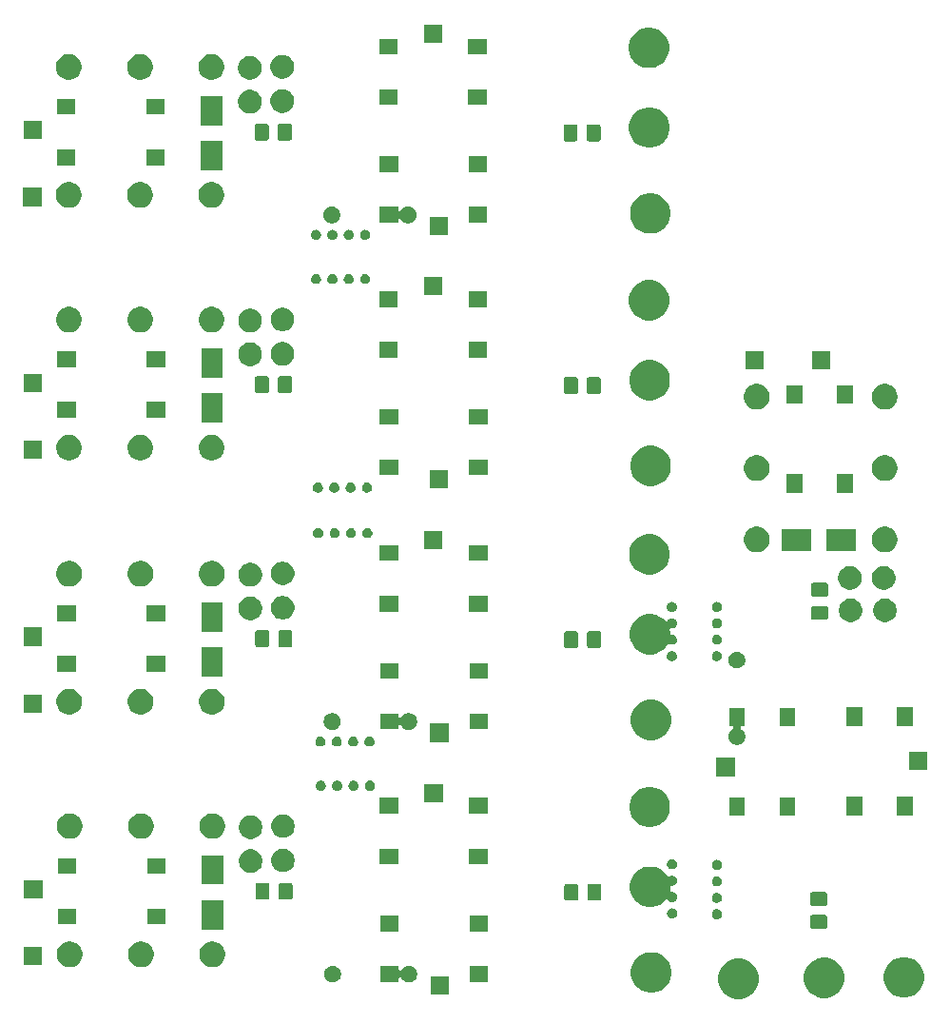
<source format=gbr>
G04 #@! TF.GenerationSoftware,KiCad,Pcbnew,(5.1.4)-1*
G04 #@! TF.CreationDate,2020-04-09T11:04:36+02:00*
G04 #@! TF.ProjectId,output.test_prod_sky,6f757470-7574-42e7-9465-73745f70726f,rev?*
G04 #@! TF.SameCoordinates,Original*
G04 #@! TF.FileFunction,Soldermask,Bot*
G04 #@! TF.FilePolarity,Negative*
%FSLAX46Y46*%
G04 Gerber Fmt 4.6, Leading zero omitted, Abs format (unit mm)*
G04 Created by KiCad (PCBNEW (5.1.4)-1) date 2020-04-09 11:04:36*
%MOMM*%
%LPD*%
G04 APERTURE LIST*
%ADD10C,0.100000*%
G04 APERTURE END LIST*
D10*
G36*
X183925331Y-129048211D02*
G01*
X184253092Y-129183974D01*
X184548070Y-129381072D01*
X184798928Y-129631930D01*
X184996026Y-129926908D01*
X185131789Y-130254669D01*
X185201000Y-130602616D01*
X185201000Y-130957384D01*
X185131789Y-131305331D01*
X184996026Y-131633092D01*
X184798928Y-131928070D01*
X184548070Y-132178928D01*
X184253092Y-132376026D01*
X183925331Y-132511789D01*
X183577384Y-132581000D01*
X183222616Y-132581000D01*
X182874669Y-132511789D01*
X182546908Y-132376026D01*
X182251930Y-132178928D01*
X182001072Y-131928070D01*
X181803974Y-131633092D01*
X181668211Y-131305331D01*
X181599000Y-130957384D01*
X181599000Y-130602616D01*
X181668211Y-130254669D01*
X181803974Y-129926908D01*
X182001072Y-129631930D01*
X182251930Y-129381072D01*
X182546908Y-129183974D01*
X182874669Y-129048211D01*
X183222616Y-128979000D01*
X183577384Y-128979000D01*
X183925331Y-129048211D01*
X183925331Y-129048211D01*
G37*
G36*
X191555331Y-128958211D02*
G01*
X191883092Y-129093974D01*
X192178070Y-129291072D01*
X192428928Y-129541930D01*
X192626026Y-129836908D01*
X192761789Y-130164669D01*
X192831000Y-130512616D01*
X192831000Y-130867384D01*
X192761789Y-131215331D01*
X192626026Y-131543092D01*
X192428928Y-131838070D01*
X192178070Y-132088928D01*
X191883092Y-132286026D01*
X191555331Y-132421789D01*
X191207384Y-132491000D01*
X190852616Y-132491000D01*
X190504669Y-132421789D01*
X190176908Y-132286026D01*
X189881930Y-132088928D01*
X189631072Y-131838070D01*
X189433974Y-131543092D01*
X189298211Y-131215331D01*
X189229000Y-130867384D01*
X189229000Y-130512616D01*
X189298211Y-130164669D01*
X189433974Y-129836908D01*
X189631072Y-129541930D01*
X189881930Y-129291072D01*
X190176908Y-129093974D01*
X190504669Y-128958211D01*
X190852616Y-128889000D01*
X191207384Y-128889000D01*
X191555331Y-128958211D01*
X191555331Y-128958211D01*
G37*
G36*
X198655331Y-128918211D02*
G01*
X198983092Y-129053974D01*
X199278070Y-129251072D01*
X199528928Y-129501930D01*
X199726026Y-129796908D01*
X199861789Y-130124669D01*
X199931000Y-130472616D01*
X199931000Y-130827384D01*
X199861789Y-131175331D01*
X199726026Y-131503092D01*
X199528928Y-131798070D01*
X199278070Y-132048928D01*
X198983092Y-132246026D01*
X198655331Y-132381789D01*
X198307384Y-132451000D01*
X197952616Y-132451000D01*
X197604669Y-132381789D01*
X197276908Y-132246026D01*
X196981930Y-132048928D01*
X196731072Y-131798070D01*
X196533974Y-131503092D01*
X196398211Y-131175331D01*
X196329000Y-130827384D01*
X196329000Y-130472616D01*
X196398211Y-130124669D01*
X196533974Y-129796908D01*
X196731072Y-129501930D01*
X196981930Y-129251072D01*
X197276908Y-129053974D01*
X197604669Y-128918211D01*
X197952616Y-128849000D01*
X198307384Y-128849000D01*
X198655331Y-128918211D01*
X198655331Y-128918211D01*
G37*
G36*
X157603000Y-132188000D02*
G01*
X155977000Y-132188000D01*
X155977000Y-130562000D01*
X157603000Y-130562000D01*
X157603000Y-132188000D01*
X157603000Y-132188000D01*
G37*
G36*
X176155331Y-128493211D02*
G01*
X176483092Y-128628974D01*
X176778070Y-128826072D01*
X177028928Y-129076930D01*
X177226026Y-129371908D01*
X177361789Y-129699669D01*
X177431000Y-130047616D01*
X177431000Y-130402384D01*
X177361789Y-130750331D01*
X177226026Y-131078092D01*
X177028928Y-131373070D01*
X176778070Y-131623928D01*
X176483092Y-131821026D01*
X176155331Y-131956789D01*
X175807384Y-132026000D01*
X175452616Y-132026000D01*
X175104669Y-131956789D01*
X174776908Y-131821026D01*
X174481930Y-131623928D01*
X174231072Y-131373070D01*
X174033974Y-131078092D01*
X173898211Y-130750331D01*
X173829000Y-130402384D01*
X173829000Y-130047616D01*
X173898211Y-129699669D01*
X174033974Y-129371908D01*
X174231072Y-129076930D01*
X174481930Y-128826072D01*
X174776908Y-128628974D01*
X175104669Y-128493211D01*
X175452616Y-128424000D01*
X175807384Y-128424000D01*
X176155331Y-128493211D01*
X176155331Y-128493211D01*
G37*
G36*
X154279059Y-129642860D02*
G01*
X154392257Y-129689748D01*
X154415732Y-129699472D01*
X154538735Y-129781660D01*
X154643340Y-129886265D01*
X154673666Y-129931651D01*
X154725529Y-130009270D01*
X154782140Y-130145941D01*
X154811000Y-130291032D01*
X154811000Y-130438968D01*
X154782140Y-130584059D01*
X154736429Y-130694416D01*
X154725528Y-130720732D01*
X154643340Y-130843735D01*
X154538735Y-130948340D01*
X154415732Y-131030528D01*
X154415731Y-131030529D01*
X154415730Y-131030529D01*
X154279059Y-131087140D01*
X154133968Y-131116000D01*
X153986032Y-131116000D01*
X153840941Y-131087140D01*
X153704270Y-131030529D01*
X153704269Y-131030529D01*
X153704268Y-131030528D01*
X153581265Y-130948340D01*
X153476660Y-130843735D01*
X153399930Y-130728901D01*
X153384387Y-130709961D01*
X153365445Y-130694416D01*
X153343834Y-130682865D01*
X153320385Y-130675752D01*
X153295999Y-130673350D01*
X153271613Y-130675752D01*
X153248164Y-130682865D01*
X153226553Y-130694416D01*
X153207611Y-130709961D01*
X153192066Y-130728903D01*
X153180515Y-130750514D01*
X153173402Y-130773963D01*
X153171000Y-130798349D01*
X153171000Y-131056000D01*
X151519000Y-131056000D01*
X151519000Y-129654000D01*
X153171000Y-129654000D01*
X153171000Y-129931651D01*
X153173402Y-129956037D01*
X153180515Y-129979486D01*
X153192066Y-130001097D01*
X153207611Y-130020039D01*
X153226553Y-130035584D01*
X153248164Y-130047135D01*
X153271613Y-130054248D01*
X153295999Y-130056650D01*
X153320385Y-130054248D01*
X153343834Y-130047135D01*
X153365445Y-130035584D01*
X153384387Y-130020039D01*
X153399932Y-130001097D01*
X153430040Y-129956037D01*
X153476660Y-129886265D01*
X153581265Y-129781660D01*
X153704268Y-129699472D01*
X153727744Y-129689748D01*
X153840941Y-129642860D01*
X153986032Y-129614000D01*
X154133968Y-129614000D01*
X154279059Y-129642860D01*
X154279059Y-129642860D01*
G37*
G36*
X147479059Y-129642860D02*
G01*
X147592257Y-129689748D01*
X147615732Y-129699472D01*
X147738735Y-129781660D01*
X147843340Y-129886265D01*
X147873666Y-129931651D01*
X147925529Y-130009270D01*
X147982140Y-130145941D01*
X148011000Y-130291032D01*
X148011000Y-130438968D01*
X147982140Y-130584059D01*
X147936429Y-130694416D01*
X147925528Y-130720732D01*
X147843340Y-130843735D01*
X147738735Y-130948340D01*
X147615732Y-131030528D01*
X147615731Y-131030529D01*
X147615730Y-131030529D01*
X147479059Y-131087140D01*
X147333968Y-131116000D01*
X147186032Y-131116000D01*
X147040941Y-131087140D01*
X146904270Y-131030529D01*
X146904269Y-131030529D01*
X146904268Y-131030528D01*
X146781265Y-130948340D01*
X146676660Y-130843735D01*
X146594472Y-130720732D01*
X146583572Y-130694416D01*
X146537860Y-130584059D01*
X146509000Y-130438968D01*
X146509000Y-130291032D01*
X146537860Y-130145941D01*
X146594471Y-130009270D01*
X146646334Y-129931651D01*
X146676660Y-129886265D01*
X146781265Y-129781660D01*
X146904268Y-129699472D01*
X146927744Y-129689748D01*
X147040941Y-129642860D01*
X147186032Y-129614000D01*
X147333968Y-129614000D01*
X147479059Y-129642860D01*
X147479059Y-129642860D01*
G37*
G36*
X161121000Y-131056000D02*
G01*
X159469000Y-131056000D01*
X159469000Y-129654000D01*
X161121000Y-129654000D01*
X161121000Y-131056000D01*
X161121000Y-131056000D01*
G37*
G36*
X124182088Y-127500251D02*
G01*
X124389280Y-127586073D01*
X124389282Y-127586074D01*
X124575752Y-127710669D01*
X124734331Y-127869248D01*
X124858926Y-128055718D01*
X124858927Y-128055720D01*
X124944749Y-128262912D01*
X124988500Y-128482866D01*
X124988500Y-128707134D01*
X124944749Y-128927088D01*
X124882682Y-129076930D01*
X124858926Y-129134282D01*
X124734331Y-129320752D01*
X124575752Y-129479331D01*
X124389282Y-129603926D01*
X124389281Y-129603927D01*
X124389280Y-129603927D01*
X124182088Y-129689749D01*
X123962134Y-129733500D01*
X123737866Y-129733500D01*
X123517912Y-129689749D01*
X123310720Y-129603927D01*
X123310719Y-129603927D01*
X123310718Y-129603926D01*
X123124248Y-129479331D01*
X122965669Y-129320752D01*
X122841074Y-129134282D01*
X122817318Y-129076930D01*
X122755251Y-128927088D01*
X122711500Y-128707134D01*
X122711500Y-128482866D01*
X122755251Y-128262912D01*
X122841073Y-128055720D01*
X122841074Y-128055718D01*
X122965669Y-127869248D01*
X123124248Y-127710669D01*
X123310718Y-127586074D01*
X123310720Y-127586073D01*
X123517912Y-127500251D01*
X123737866Y-127456500D01*
X123962134Y-127456500D01*
X124182088Y-127500251D01*
X124182088Y-127500251D01*
G37*
G36*
X130532088Y-127500251D02*
G01*
X130739280Y-127586073D01*
X130739282Y-127586074D01*
X130925752Y-127710669D01*
X131084331Y-127869248D01*
X131208926Y-128055718D01*
X131208927Y-128055720D01*
X131294749Y-128262912D01*
X131338500Y-128482866D01*
X131338500Y-128707134D01*
X131294749Y-128927088D01*
X131232682Y-129076930D01*
X131208926Y-129134282D01*
X131084331Y-129320752D01*
X130925752Y-129479331D01*
X130739282Y-129603926D01*
X130739281Y-129603927D01*
X130739280Y-129603927D01*
X130532088Y-129689749D01*
X130312134Y-129733500D01*
X130087866Y-129733500D01*
X129867912Y-129689749D01*
X129660720Y-129603927D01*
X129660719Y-129603927D01*
X129660718Y-129603926D01*
X129474248Y-129479331D01*
X129315669Y-129320752D01*
X129191074Y-129134282D01*
X129167318Y-129076930D01*
X129105251Y-128927088D01*
X129061500Y-128707134D01*
X129061500Y-128482866D01*
X129105251Y-128262912D01*
X129191073Y-128055720D01*
X129191074Y-128055718D01*
X129315669Y-127869248D01*
X129474248Y-127710669D01*
X129660718Y-127586074D01*
X129660720Y-127586073D01*
X129867912Y-127500251D01*
X130087866Y-127456500D01*
X130312134Y-127456500D01*
X130532088Y-127500251D01*
X130532088Y-127500251D01*
G37*
G36*
X136882088Y-127500251D02*
G01*
X137089280Y-127586073D01*
X137089282Y-127586074D01*
X137275752Y-127710669D01*
X137434331Y-127869248D01*
X137558926Y-128055718D01*
X137558927Y-128055720D01*
X137644749Y-128262912D01*
X137688500Y-128482866D01*
X137688500Y-128707134D01*
X137644749Y-128927088D01*
X137582682Y-129076930D01*
X137558926Y-129134282D01*
X137434331Y-129320752D01*
X137275752Y-129479331D01*
X137089282Y-129603926D01*
X137089281Y-129603927D01*
X137089280Y-129603927D01*
X136882088Y-129689749D01*
X136662134Y-129733500D01*
X136437866Y-129733500D01*
X136217912Y-129689749D01*
X136010720Y-129603927D01*
X136010719Y-129603927D01*
X136010718Y-129603926D01*
X135824248Y-129479331D01*
X135665669Y-129320752D01*
X135541074Y-129134282D01*
X135517318Y-129076930D01*
X135455251Y-128927088D01*
X135411500Y-128707134D01*
X135411500Y-128482866D01*
X135455251Y-128262912D01*
X135541073Y-128055720D01*
X135541074Y-128055718D01*
X135665669Y-127869248D01*
X135824248Y-127710669D01*
X136010718Y-127586074D01*
X136010720Y-127586073D01*
X136217912Y-127500251D01*
X136437866Y-127456500D01*
X136662134Y-127456500D01*
X136882088Y-127500251D01*
X136882088Y-127500251D01*
G37*
G36*
X121423000Y-129588000D02*
G01*
X119797000Y-129588000D01*
X119797000Y-127962000D01*
X121423000Y-127962000D01*
X121423000Y-129588000D01*
X121423000Y-129588000D01*
G37*
G36*
X161121000Y-126556000D02*
G01*
X159469000Y-126556000D01*
X159469000Y-125154000D01*
X161121000Y-125154000D01*
X161121000Y-126556000D01*
X161121000Y-126556000D01*
G37*
G36*
X153171000Y-126556000D02*
G01*
X151519000Y-126556000D01*
X151519000Y-125154000D01*
X153171000Y-125154000D01*
X153171000Y-126556000D01*
X153171000Y-126556000D01*
G37*
G36*
X137531000Y-126386000D02*
G01*
X135629000Y-126386000D01*
X135629000Y-123784000D01*
X137531000Y-123784000D01*
X137531000Y-126386000D01*
X137531000Y-126386000D01*
G37*
G36*
X191138674Y-125103465D02*
G01*
X191176367Y-125114899D01*
X191211103Y-125133466D01*
X191241548Y-125158452D01*
X191266534Y-125188897D01*
X191285101Y-125223633D01*
X191296535Y-125261326D01*
X191301000Y-125306661D01*
X191301000Y-126143339D01*
X191296535Y-126188674D01*
X191285101Y-126226367D01*
X191266534Y-126261103D01*
X191241548Y-126291548D01*
X191211103Y-126316534D01*
X191176367Y-126335101D01*
X191138674Y-126346535D01*
X191093339Y-126351000D01*
X190006661Y-126351000D01*
X189961326Y-126346535D01*
X189923633Y-126335101D01*
X189888897Y-126316534D01*
X189858452Y-126291548D01*
X189833466Y-126261103D01*
X189814899Y-126226367D01*
X189803465Y-126188674D01*
X189799000Y-126143339D01*
X189799000Y-125306661D01*
X189803465Y-125261326D01*
X189814899Y-125223633D01*
X189833466Y-125188897D01*
X189858452Y-125158452D01*
X189888897Y-125133466D01*
X189923633Y-125114899D01*
X189961326Y-125103465D01*
X190006661Y-125099000D01*
X191093339Y-125099000D01*
X191138674Y-125103465D01*
X191138674Y-125103465D01*
G37*
G36*
X124451000Y-125946000D02*
G01*
X122799000Y-125946000D01*
X122799000Y-124544000D01*
X124451000Y-124544000D01*
X124451000Y-125946000D01*
X124451000Y-125946000D01*
G37*
G36*
X132401000Y-125946000D02*
G01*
X130749000Y-125946000D01*
X130749000Y-124544000D01*
X132401000Y-124544000D01*
X132401000Y-125946000D01*
X132401000Y-125946000D01*
G37*
G36*
X181615552Y-124587572D02*
G01*
X181697627Y-124621569D01*
X181697629Y-124621570D01*
X181734813Y-124646416D01*
X181771495Y-124670926D01*
X181834315Y-124733746D01*
X181883672Y-124807614D01*
X181917669Y-124889689D01*
X181935000Y-124976820D01*
X181935000Y-125065662D01*
X181917669Y-125152793D01*
X181883672Y-125234868D01*
X181883671Y-125234870D01*
X181834314Y-125308737D01*
X181771496Y-125371555D01*
X181697629Y-125420912D01*
X181697628Y-125420913D01*
X181697627Y-125420913D01*
X181615552Y-125454910D01*
X181528421Y-125472241D01*
X181439579Y-125472241D01*
X181352448Y-125454910D01*
X181270373Y-125420913D01*
X181270372Y-125420913D01*
X181270371Y-125420912D01*
X181196504Y-125371555D01*
X181133686Y-125308737D01*
X181084329Y-125234870D01*
X181084328Y-125234868D01*
X181050331Y-125152793D01*
X181033000Y-125065662D01*
X181033000Y-124976820D01*
X181050331Y-124889689D01*
X181084328Y-124807614D01*
X181133685Y-124733746D01*
X181196505Y-124670926D01*
X181233187Y-124646416D01*
X181270371Y-124621570D01*
X181270373Y-124621569D01*
X181352448Y-124587572D01*
X181439579Y-124570241D01*
X181528421Y-124570241D01*
X181615552Y-124587572D01*
X181615552Y-124587572D01*
G37*
G36*
X177631552Y-124523056D02*
G01*
X177713627Y-124557053D01*
X177713629Y-124557054D01*
X177733364Y-124570241D01*
X177787495Y-124606410D01*
X177850315Y-124669230D01*
X177899672Y-124743098D01*
X177933669Y-124825173D01*
X177951000Y-124912304D01*
X177951000Y-125001146D01*
X177933669Y-125088277D01*
X177899672Y-125170352D01*
X177850315Y-125244220D01*
X177787495Y-125307040D01*
X177784955Y-125308737D01*
X177713629Y-125356396D01*
X177713628Y-125356397D01*
X177713627Y-125356397D01*
X177631552Y-125390394D01*
X177544421Y-125407725D01*
X177455579Y-125407725D01*
X177368448Y-125390394D01*
X177286373Y-125356397D01*
X177286372Y-125356397D01*
X177286371Y-125356396D01*
X177215045Y-125308737D01*
X177212505Y-125307040D01*
X177149685Y-125244220D01*
X177100328Y-125170352D01*
X177066331Y-125088277D01*
X177049000Y-125001146D01*
X177049000Y-124912304D01*
X177066331Y-124825173D01*
X177100328Y-124743098D01*
X177149685Y-124669230D01*
X177212505Y-124606410D01*
X177266636Y-124570241D01*
X177286371Y-124557054D01*
X177286373Y-124557053D01*
X177368448Y-124523056D01*
X177455579Y-124505725D01*
X177544421Y-124505725D01*
X177631552Y-124523056D01*
X177631552Y-124523056D01*
G37*
G36*
X176065331Y-120863211D02*
G01*
X176393092Y-120998974D01*
X176688070Y-121196072D01*
X176938928Y-121446930D01*
X177065937Y-121637012D01*
X177081482Y-121655954D01*
X177100424Y-121671499D01*
X177122035Y-121683050D01*
X177145484Y-121690163D01*
X177169870Y-121692565D01*
X177194256Y-121690163D01*
X177217705Y-121683050D01*
X177239315Y-121671499D01*
X177286370Y-121640058D01*
X177368448Y-121606060D01*
X177455579Y-121588729D01*
X177544421Y-121588729D01*
X177631552Y-121606060D01*
X177713627Y-121640057D01*
X177713629Y-121640058D01*
X177733427Y-121653287D01*
X177777971Y-121683050D01*
X177787496Y-121689415D01*
X177850314Y-121752233D01*
X177893452Y-121816792D01*
X177899672Y-121826102D01*
X177933669Y-121908177D01*
X177951000Y-121995308D01*
X177951000Y-122084150D01*
X177933669Y-122171281D01*
X177899672Y-122253356D01*
X177899671Y-122253358D01*
X177876611Y-122287869D01*
X177850315Y-122327224D01*
X177787495Y-122390044D01*
X177784892Y-122391783D01*
X177713629Y-122439400D01*
X177713628Y-122439401D01*
X177713627Y-122439401D01*
X177631552Y-122473398D01*
X177544421Y-122490729D01*
X177465999Y-122490729D01*
X177441613Y-122493131D01*
X177418164Y-122500244D01*
X177396553Y-122511795D01*
X177377611Y-122527340D01*
X177362066Y-122546282D01*
X177350515Y-122567893D01*
X177343402Y-122591342D01*
X177341000Y-122615728D01*
X177341000Y-122772384D01*
X177315854Y-122898800D01*
X177313452Y-122923186D01*
X177315854Y-122947572D01*
X177322967Y-122971021D01*
X177334518Y-122992632D01*
X177350063Y-123011574D01*
X177369005Y-123027119D01*
X177390616Y-123038670D01*
X177414065Y-123045783D01*
X177438451Y-123048185D01*
X177448181Y-123047227D01*
X177544421Y-123047227D01*
X177631552Y-123064558D01*
X177704728Y-123094869D01*
X177713629Y-123098556D01*
X177728439Y-123108452D01*
X177787495Y-123147912D01*
X177850315Y-123210732D01*
X177874825Y-123247414D01*
X177888631Y-123268075D01*
X177899672Y-123284600D01*
X177933669Y-123366675D01*
X177951000Y-123453806D01*
X177951000Y-123542648D01*
X177933669Y-123629779D01*
X177905356Y-123698131D01*
X177899671Y-123711856D01*
X177888816Y-123728101D01*
X177850315Y-123785722D01*
X177787495Y-123848542D01*
X177750813Y-123873052D01*
X177713629Y-123897898D01*
X177713628Y-123897899D01*
X177713627Y-123897899D01*
X177631552Y-123931896D01*
X177544421Y-123949227D01*
X177455579Y-123949227D01*
X177368448Y-123931896D01*
X177286373Y-123897899D01*
X177286372Y-123897899D01*
X177286371Y-123897898D01*
X177249187Y-123873052D01*
X177212505Y-123848542D01*
X177149684Y-123785721D01*
X177132805Y-123760459D01*
X177117260Y-123741517D01*
X177098318Y-123725971D01*
X177076708Y-123714420D01*
X177053259Y-123707306D01*
X177028873Y-123704904D01*
X177004487Y-123707305D01*
X176981037Y-123714418D01*
X176959427Y-123725969D01*
X176940483Y-123741515D01*
X176688070Y-123993928D01*
X176393092Y-124191026D01*
X176065331Y-124326789D01*
X175717384Y-124396000D01*
X175362616Y-124396000D01*
X175014669Y-124326789D01*
X174686908Y-124191026D01*
X174391930Y-123993928D01*
X174141072Y-123743070D01*
X173943974Y-123448092D01*
X173808211Y-123120331D01*
X173739000Y-122772384D01*
X173739000Y-122417616D01*
X173808211Y-122069669D01*
X173943974Y-121741908D01*
X174141072Y-121446930D01*
X174391930Y-121196072D01*
X174686908Y-120998974D01*
X175014669Y-120863211D01*
X175362616Y-120794000D01*
X175717384Y-120794000D01*
X176065331Y-120863211D01*
X176065331Y-120863211D01*
G37*
G36*
X191138674Y-123053465D02*
G01*
X191176367Y-123064899D01*
X191211103Y-123083466D01*
X191241548Y-123108452D01*
X191266534Y-123138897D01*
X191285101Y-123173633D01*
X191296535Y-123211326D01*
X191301000Y-123256661D01*
X191301000Y-124093339D01*
X191296535Y-124138674D01*
X191285101Y-124176367D01*
X191266534Y-124211103D01*
X191241548Y-124241548D01*
X191211103Y-124266534D01*
X191176367Y-124285101D01*
X191138674Y-124296535D01*
X191093339Y-124301000D01*
X190006661Y-124301000D01*
X189961326Y-124296535D01*
X189923633Y-124285101D01*
X189888897Y-124266534D01*
X189858452Y-124241548D01*
X189833466Y-124211103D01*
X189814899Y-124176367D01*
X189803465Y-124138674D01*
X189799000Y-124093339D01*
X189799000Y-123256661D01*
X189803465Y-123211326D01*
X189814899Y-123173633D01*
X189833466Y-123138897D01*
X189858452Y-123108452D01*
X189888897Y-123083466D01*
X189923633Y-123064899D01*
X189961326Y-123053465D01*
X190006661Y-123049000D01*
X191093339Y-123049000D01*
X191138674Y-123053465D01*
X191138674Y-123053465D01*
G37*
G36*
X181615552Y-123129095D02*
G01*
X181697627Y-123163092D01*
X181697629Y-123163093D01*
X181707909Y-123169962D01*
X181771495Y-123212449D01*
X181834315Y-123275269D01*
X181883672Y-123349137D01*
X181917669Y-123431212D01*
X181935000Y-123518343D01*
X181935000Y-123607185D01*
X181917669Y-123694316D01*
X181890271Y-123760459D01*
X181883671Y-123776393D01*
X181834314Y-123850260D01*
X181771496Y-123913078D01*
X181697629Y-123962435D01*
X181697628Y-123962436D01*
X181697627Y-123962436D01*
X181615552Y-123996433D01*
X181528421Y-124013764D01*
X181439579Y-124013764D01*
X181352448Y-123996433D01*
X181270373Y-123962436D01*
X181270372Y-123962436D01*
X181270371Y-123962435D01*
X181196504Y-123913078D01*
X181133686Y-123850260D01*
X181084329Y-123776393D01*
X181077729Y-123760459D01*
X181050331Y-123694316D01*
X181033000Y-123607185D01*
X181033000Y-123518343D01*
X181050331Y-123431212D01*
X181084328Y-123349137D01*
X181133685Y-123275269D01*
X181196505Y-123212449D01*
X181260091Y-123169962D01*
X181270371Y-123163093D01*
X181270373Y-123163092D01*
X181352448Y-123129095D01*
X181439579Y-123111764D01*
X181528421Y-123111764D01*
X181615552Y-123129095D01*
X181615552Y-123129095D01*
G37*
G36*
X168988674Y-122328465D02*
G01*
X169026367Y-122339899D01*
X169061103Y-122358466D01*
X169091548Y-122383452D01*
X169116534Y-122413897D01*
X169135101Y-122448633D01*
X169146535Y-122486326D01*
X169151000Y-122531661D01*
X169151000Y-123618339D01*
X169146535Y-123663674D01*
X169135101Y-123701367D01*
X169116534Y-123736103D01*
X169091548Y-123766548D01*
X169061103Y-123791534D01*
X169026367Y-123810101D01*
X168988674Y-123821535D01*
X168943339Y-123826000D01*
X168106661Y-123826000D01*
X168061326Y-123821535D01*
X168023633Y-123810101D01*
X167988897Y-123791534D01*
X167958452Y-123766548D01*
X167933466Y-123736103D01*
X167914899Y-123701367D01*
X167903465Y-123663674D01*
X167899000Y-123618339D01*
X167899000Y-122531661D01*
X167903465Y-122486326D01*
X167914899Y-122448633D01*
X167933466Y-122413897D01*
X167958452Y-122383452D01*
X167988897Y-122358466D01*
X168023633Y-122339899D01*
X168061326Y-122328465D01*
X168106661Y-122324000D01*
X168943339Y-122324000D01*
X168988674Y-122328465D01*
X168988674Y-122328465D01*
G37*
G36*
X171038674Y-122328465D02*
G01*
X171076367Y-122339899D01*
X171111103Y-122358466D01*
X171141548Y-122383452D01*
X171166534Y-122413897D01*
X171185101Y-122448633D01*
X171196535Y-122486326D01*
X171201000Y-122531661D01*
X171201000Y-123618339D01*
X171196535Y-123663674D01*
X171185101Y-123701367D01*
X171166534Y-123736103D01*
X171141548Y-123766548D01*
X171111103Y-123791534D01*
X171076367Y-123810101D01*
X171038674Y-123821535D01*
X170993339Y-123826000D01*
X170156661Y-123826000D01*
X170111326Y-123821535D01*
X170073633Y-123810101D01*
X170038897Y-123791534D01*
X170008452Y-123766548D01*
X169983466Y-123736103D01*
X169964899Y-123701367D01*
X169953465Y-123663674D01*
X169949000Y-123618339D01*
X169949000Y-122531661D01*
X169953465Y-122486326D01*
X169964899Y-122448633D01*
X169983466Y-122413897D01*
X170008452Y-122383452D01*
X170038897Y-122358466D01*
X170073633Y-122339899D01*
X170111326Y-122328465D01*
X170156661Y-122324000D01*
X170993339Y-122324000D01*
X171038674Y-122328465D01*
X171038674Y-122328465D01*
G37*
G36*
X143540674Y-122246465D02*
G01*
X143578367Y-122257899D01*
X143613103Y-122276466D01*
X143643548Y-122301452D01*
X143668534Y-122331897D01*
X143687101Y-122366633D01*
X143698535Y-122404326D01*
X143703000Y-122449661D01*
X143703000Y-123536339D01*
X143698535Y-123581674D01*
X143687101Y-123619367D01*
X143668534Y-123654103D01*
X143643548Y-123684548D01*
X143613103Y-123709534D01*
X143578367Y-123728101D01*
X143540674Y-123739535D01*
X143495339Y-123744000D01*
X142658661Y-123744000D01*
X142613326Y-123739535D01*
X142575633Y-123728101D01*
X142540897Y-123709534D01*
X142510452Y-123684548D01*
X142485466Y-123654103D01*
X142466899Y-123619367D01*
X142455465Y-123581674D01*
X142451000Y-123536339D01*
X142451000Y-122449661D01*
X142455465Y-122404326D01*
X142466899Y-122366633D01*
X142485466Y-122331897D01*
X142510452Y-122301452D01*
X142540897Y-122276466D01*
X142575633Y-122257899D01*
X142613326Y-122246465D01*
X142658661Y-122242000D01*
X143495339Y-122242000D01*
X143540674Y-122246465D01*
X143540674Y-122246465D01*
G37*
G36*
X141490674Y-122246465D02*
G01*
X141528367Y-122257899D01*
X141563103Y-122276466D01*
X141593548Y-122301452D01*
X141618534Y-122331897D01*
X141637101Y-122366633D01*
X141648535Y-122404326D01*
X141653000Y-122449661D01*
X141653000Y-123536339D01*
X141648535Y-123581674D01*
X141637101Y-123619367D01*
X141618534Y-123654103D01*
X141593548Y-123684548D01*
X141563103Y-123709534D01*
X141528367Y-123728101D01*
X141490674Y-123739535D01*
X141445339Y-123744000D01*
X140608661Y-123744000D01*
X140563326Y-123739535D01*
X140525633Y-123728101D01*
X140490897Y-123709534D01*
X140460452Y-123684548D01*
X140435466Y-123654103D01*
X140416899Y-123619367D01*
X140405465Y-123581674D01*
X140401000Y-123536339D01*
X140401000Y-122449661D01*
X140405465Y-122404326D01*
X140416899Y-122366633D01*
X140435466Y-122331897D01*
X140460452Y-122301452D01*
X140490897Y-122276466D01*
X140525633Y-122257899D01*
X140563326Y-122246465D01*
X140608661Y-122242000D01*
X141445339Y-122242000D01*
X141490674Y-122246465D01*
X141490674Y-122246465D01*
G37*
G36*
X121433000Y-123638000D02*
G01*
X119807000Y-123638000D01*
X119807000Y-122012000D01*
X121433000Y-122012000D01*
X121433000Y-123638000D01*
X121433000Y-123638000D01*
G37*
G36*
X181615552Y-121670618D02*
G01*
X181697627Y-121704615D01*
X181697629Y-121704616D01*
X181734813Y-121729462D01*
X181771495Y-121753972D01*
X181834315Y-121816792D01*
X181883672Y-121890660D01*
X181917669Y-121972735D01*
X181935000Y-122059866D01*
X181935000Y-122148708D01*
X181917669Y-122235839D01*
X181896117Y-122287869D01*
X181883671Y-122317916D01*
X181834314Y-122391783D01*
X181771496Y-122454601D01*
X181697629Y-122503958D01*
X181697628Y-122503959D01*
X181697627Y-122503959D01*
X181615552Y-122537956D01*
X181528421Y-122555287D01*
X181439579Y-122555287D01*
X181352448Y-122537956D01*
X181270373Y-122503959D01*
X181270372Y-122503959D01*
X181270371Y-122503958D01*
X181196504Y-122454601D01*
X181133686Y-122391783D01*
X181084329Y-122317916D01*
X181071883Y-122287869D01*
X181050331Y-122235839D01*
X181033000Y-122148708D01*
X181033000Y-122059866D01*
X181050331Y-121972735D01*
X181084328Y-121890660D01*
X181133685Y-121816792D01*
X181196505Y-121753972D01*
X181233187Y-121729462D01*
X181270371Y-121704616D01*
X181270373Y-121704615D01*
X181352448Y-121670618D01*
X181439579Y-121653287D01*
X181528421Y-121653287D01*
X181615552Y-121670618D01*
X181615552Y-121670618D01*
G37*
G36*
X137531000Y-122386000D02*
G01*
X135629000Y-122386000D01*
X135629000Y-119784000D01*
X137531000Y-119784000D01*
X137531000Y-122386000D01*
X137531000Y-122386000D01*
G37*
G36*
X132401000Y-121446000D02*
G01*
X130749000Y-121446000D01*
X130749000Y-120044000D01*
X132401000Y-120044000D01*
X132401000Y-121446000D01*
X132401000Y-121446000D01*
G37*
G36*
X124451000Y-121446000D02*
G01*
X122799000Y-121446000D01*
X122799000Y-120044000D01*
X124451000Y-120044000D01*
X124451000Y-121446000D01*
X124451000Y-121446000D01*
G37*
G36*
X140274564Y-119282389D02*
G01*
X140465833Y-119361615D01*
X140465835Y-119361616D01*
X140637973Y-119476635D01*
X140784365Y-119623027D01*
X140891924Y-119784000D01*
X140899385Y-119795167D01*
X140978611Y-119986436D01*
X141019000Y-120189484D01*
X141019000Y-120396516D01*
X140978611Y-120599564D01*
X140931714Y-120712783D01*
X140899384Y-120790835D01*
X140784365Y-120962973D01*
X140637973Y-121109365D01*
X140465835Y-121224384D01*
X140465834Y-121224385D01*
X140465833Y-121224385D01*
X140274564Y-121303611D01*
X140071516Y-121344000D01*
X139864484Y-121344000D01*
X139661436Y-121303611D01*
X139470167Y-121224385D01*
X139470166Y-121224385D01*
X139470165Y-121224384D01*
X139298027Y-121109365D01*
X139151635Y-120962973D01*
X139036616Y-120790835D01*
X139004286Y-120712783D01*
X138957389Y-120599564D01*
X138917000Y-120396516D01*
X138917000Y-120189484D01*
X138957389Y-119986436D01*
X139036615Y-119795167D01*
X139044077Y-119784000D01*
X139151635Y-119623027D01*
X139298027Y-119476635D01*
X139470165Y-119361616D01*
X139470167Y-119361615D01*
X139661436Y-119282389D01*
X139864484Y-119242000D01*
X140071516Y-119242000D01*
X140274564Y-119282389D01*
X140274564Y-119282389D01*
G37*
G36*
X143156564Y-119224389D02*
G01*
X143347833Y-119303615D01*
X143347835Y-119303616D01*
X143434638Y-119361616D01*
X143519973Y-119418635D01*
X143666365Y-119565027D01*
X143781385Y-119737167D01*
X143860611Y-119928436D01*
X143901000Y-120131484D01*
X143901000Y-120338516D01*
X143860611Y-120541564D01*
X143799031Y-120690231D01*
X143781384Y-120732835D01*
X143666365Y-120904973D01*
X143519973Y-121051365D01*
X143347835Y-121166384D01*
X143347834Y-121166385D01*
X143347833Y-121166385D01*
X143156564Y-121245611D01*
X142953516Y-121286000D01*
X142746484Y-121286000D01*
X142543436Y-121245611D01*
X142352167Y-121166385D01*
X142352166Y-121166385D01*
X142352165Y-121166384D01*
X142180027Y-121051365D01*
X142033635Y-120904973D01*
X141918616Y-120732835D01*
X141900969Y-120690231D01*
X141839389Y-120541564D01*
X141799000Y-120338516D01*
X141799000Y-120131484D01*
X141839389Y-119928436D01*
X141918615Y-119737167D01*
X142033635Y-119565027D01*
X142180027Y-119418635D01*
X142265362Y-119361616D01*
X142352165Y-119303616D01*
X142352167Y-119303615D01*
X142543436Y-119224389D01*
X142746484Y-119184000D01*
X142953516Y-119184000D01*
X143156564Y-119224389D01*
X143156564Y-119224389D01*
G37*
G36*
X181615552Y-120212141D02*
G01*
X181697627Y-120246138D01*
X181697629Y-120246139D01*
X181734813Y-120270985D01*
X181771495Y-120295495D01*
X181834315Y-120358315D01*
X181883672Y-120432183D01*
X181917669Y-120514258D01*
X181935000Y-120601389D01*
X181935000Y-120690231D01*
X181917669Y-120777362D01*
X181883672Y-120859437D01*
X181883671Y-120859439D01*
X181877465Y-120868727D01*
X181834315Y-120933305D01*
X181771495Y-120996125D01*
X181743398Y-121014899D01*
X181697629Y-121045481D01*
X181697628Y-121045482D01*
X181697627Y-121045482D01*
X181615552Y-121079479D01*
X181528421Y-121096810D01*
X181439579Y-121096810D01*
X181352448Y-121079479D01*
X181270373Y-121045482D01*
X181270372Y-121045482D01*
X181270371Y-121045481D01*
X181224602Y-121014899D01*
X181196505Y-120996125D01*
X181133685Y-120933305D01*
X181090535Y-120868727D01*
X181084329Y-120859439D01*
X181084328Y-120859437D01*
X181050331Y-120777362D01*
X181033000Y-120690231D01*
X181033000Y-120601389D01*
X181050331Y-120514258D01*
X181084328Y-120432183D01*
X181133685Y-120358315D01*
X181196505Y-120295495D01*
X181233187Y-120270985D01*
X181270371Y-120246139D01*
X181270373Y-120246138D01*
X181352448Y-120212141D01*
X181439579Y-120194810D01*
X181528421Y-120194810D01*
X181615552Y-120212141D01*
X181615552Y-120212141D01*
G37*
G36*
X177631552Y-120147562D02*
G01*
X177713627Y-120181559D01*
X177713629Y-120181560D01*
X177787496Y-120230917D01*
X177850314Y-120293735D01*
X177893466Y-120358315D01*
X177899672Y-120367604D01*
X177933669Y-120449679D01*
X177951000Y-120536810D01*
X177951000Y-120625652D01*
X177933669Y-120712783D01*
X177899672Y-120794858D01*
X177856522Y-120859437D01*
X177850314Y-120868727D01*
X177787496Y-120931545D01*
X177713629Y-120980902D01*
X177713628Y-120980903D01*
X177713627Y-120980903D01*
X177631552Y-121014900D01*
X177544421Y-121032231D01*
X177455579Y-121032231D01*
X177368448Y-121014900D01*
X177286373Y-120980903D01*
X177286372Y-120980903D01*
X177286371Y-120980902D01*
X177212504Y-120931545D01*
X177149686Y-120868727D01*
X177143479Y-120859437D01*
X177100328Y-120794858D01*
X177066331Y-120712783D01*
X177049000Y-120625652D01*
X177049000Y-120536810D01*
X177066331Y-120449679D01*
X177100328Y-120367604D01*
X177106535Y-120358315D01*
X177149686Y-120293735D01*
X177212504Y-120230917D01*
X177286371Y-120181560D01*
X177286373Y-120181559D01*
X177368448Y-120147562D01*
X177455579Y-120130231D01*
X177544421Y-120130231D01*
X177631552Y-120147562D01*
X177631552Y-120147562D01*
G37*
G36*
X153131000Y-120586000D02*
G01*
X151479000Y-120586000D01*
X151479000Y-119184000D01*
X153131000Y-119184000D01*
X153131000Y-120586000D01*
X153131000Y-120586000D01*
G37*
G36*
X161081000Y-120586000D02*
G01*
X159429000Y-120586000D01*
X159429000Y-119184000D01*
X161081000Y-119184000D01*
X161081000Y-120586000D01*
X161081000Y-120586000D01*
G37*
G36*
X140274564Y-116282389D02*
G01*
X140465833Y-116361615D01*
X140465835Y-116361616D01*
X140626918Y-116469248D01*
X140637973Y-116476635D01*
X140784365Y-116623027D01*
X140899385Y-116795167D01*
X140978611Y-116986436D01*
X141019000Y-117189484D01*
X141019000Y-117396516D01*
X140978611Y-117599564D01*
X140944120Y-117682833D01*
X140899384Y-117790835D01*
X140784365Y-117962973D01*
X140637973Y-118109365D01*
X140465835Y-118224384D01*
X140465834Y-118224385D01*
X140465833Y-118224385D01*
X140274564Y-118303611D01*
X140071516Y-118344000D01*
X139864484Y-118344000D01*
X139661436Y-118303611D01*
X139470167Y-118224385D01*
X139470166Y-118224385D01*
X139470165Y-118224384D01*
X139298027Y-118109365D01*
X139151635Y-117962973D01*
X139036616Y-117790835D01*
X138991880Y-117682833D01*
X138957389Y-117599564D01*
X138917000Y-117396516D01*
X138917000Y-117189484D01*
X138957389Y-116986436D01*
X139036615Y-116795167D01*
X139151635Y-116623027D01*
X139298027Y-116476635D01*
X139309082Y-116469248D01*
X139470165Y-116361616D01*
X139470167Y-116361615D01*
X139661436Y-116282389D01*
X139864484Y-116242000D01*
X140071516Y-116242000D01*
X140274564Y-116282389D01*
X140274564Y-116282389D01*
G37*
G36*
X136882088Y-116100251D02*
G01*
X137089280Y-116186073D01*
X137089282Y-116186074D01*
X137275752Y-116310669D01*
X137434331Y-116469248D01*
X137550475Y-116643070D01*
X137558927Y-116655720D01*
X137644749Y-116862912D01*
X137688500Y-117082866D01*
X137688500Y-117307134D01*
X137644749Y-117527088D01*
X137580237Y-117682833D01*
X137558926Y-117734282D01*
X137434331Y-117920752D01*
X137275752Y-118079331D01*
X137089282Y-118203926D01*
X137089281Y-118203927D01*
X137089280Y-118203927D01*
X136882088Y-118289749D01*
X136662134Y-118333500D01*
X136437866Y-118333500D01*
X136217912Y-118289749D01*
X136010720Y-118203927D01*
X136010719Y-118203927D01*
X136010718Y-118203926D01*
X135824248Y-118079331D01*
X135665669Y-117920752D01*
X135541074Y-117734282D01*
X135519763Y-117682833D01*
X135455251Y-117527088D01*
X135411500Y-117307134D01*
X135411500Y-117082866D01*
X135455251Y-116862912D01*
X135541073Y-116655720D01*
X135549525Y-116643070D01*
X135665669Y-116469248D01*
X135824248Y-116310669D01*
X136010718Y-116186074D01*
X136010720Y-116186073D01*
X136217912Y-116100251D01*
X136437866Y-116056500D01*
X136662134Y-116056500D01*
X136882088Y-116100251D01*
X136882088Y-116100251D01*
G37*
G36*
X130532088Y-116100251D02*
G01*
X130739280Y-116186073D01*
X130739282Y-116186074D01*
X130925752Y-116310669D01*
X131084331Y-116469248D01*
X131200475Y-116643070D01*
X131208927Y-116655720D01*
X131294749Y-116862912D01*
X131338500Y-117082866D01*
X131338500Y-117307134D01*
X131294749Y-117527088D01*
X131230237Y-117682833D01*
X131208926Y-117734282D01*
X131084331Y-117920752D01*
X130925752Y-118079331D01*
X130739282Y-118203926D01*
X130739281Y-118203927D01*
X130739280Y-118203927D01*
X130532088Y-118289749D01*
X130312134Y-118333500D01*
X130087866Y-118333500D01*
X129867912Y-118289749D01*
X129660720Y-118203927D01*
X129660719Y-118203927D01*
X129660718Y-118203926D01*
X129474248Y-118079331D01*
X129315669Y-117920752D01*
X129191074Y-117734282D01*
X129169763Y-117682833D01*
X129105251Y-117527088D01*
X129061500Y-117307134D01*
X129061500Y-117082866D01*
X129105251Y-116862912D01*
X129191073Y-116655720D01*
X129199525Y-116643070D01*
X129315669Y-116469248D01*
X129474248Y-116310669D01*
X129660718Y-116186074D01*
X129660720Y-116186073D01*
X129867912Y-116100251D01*
X130087866Y-116056500D01*
X130312134Y-116056500D01*
X130532088Y-116100251D01*
X130532088Y-116100251D01*
G37*
G36*
X124182088Y-116100251D02*
G01*
X124389280Y-116186073D01*
X124389282Y-116186074D01*
X124575752Y-116310669D01*
X124734331Y-116469248D01*
X124850475Y-116643070D01*
X124858927Y-116655720D01*
X124944749Y-116862912D01*
X124988500Y-117082866D01*
X124988500Y-117307134D01*
X124944749Y-117527088D01*
X124880237Y-117682833D01*
X124858926Y-117734282D01*
X124734331Y-117920752D01*
X124575752Y-118079331D01*
X124389282Y-118203926D01*
X124389281Y-118203927D01*
X124389280Y-118203927D01*
X124182088Y-118289749D01*
X123962134Y-118333500D01*
X123737866Y-118333500D01*
X123517912Y-118289749D01*
X123310720Y-118203927D01*
X123310719Y-118203927D01*
X123310718Y-118203926D01*
X123124248Y-118079331D01*
X122965669Y-117920752D01*
X122841074Y-117734282D01*
X122819763Y-117682833D01*
X122755251Y-117527088D01*
X122711500Y-117307134D01*
X122711500Y-117082866D01*
X122755251Y-116862912D01*
X122841073Y-116655720D01*
X122849525Y-116643070D01*
X122965669Y-116469248D01*
X123124248Y-116310669D01*
X123310718Y-116186074D01*
X123310720Y-116186073D01*
X123517912Y-116100251D01*
X123737866Y-116056500D01*
X123962134Y-116056500D01*
X124182088Y-116100251D01*
X124182088Y-116100251D01*
G37*
G36*
X143156564Y-116174389D02*
G01*
X143347833Y-116253615D01*
X143347835Y-116253616D01*
X143519973Y-116368635D01*
X143666365Y-116515027D01*
X143760372Y-116655718D01*
X143781385Y-116687167D01*
X143860611Y-116878436D01*
X143901000Y-117081484D01*
X143901000Y-117288516D01*
X143860611Y-117491564D01*
X143781385Y-117682833D01*
X143781384Y-117682835D01*
X143666365Y-117854973D01*
X143519973Y-118001365D01*
X143347835Y-118116384D01*
X143347834Y-118116385D01*
X143347833Y-118116385D01*
X143156564Y-118195611D01*
X142953516Y-118236000D01*
X142746484Y-118236000D01*
X142543436Y-118195611D01*
X142352167Y-118116385D01*
X142352166Y-118116385D01*
X142352165Y-118116384D01*
X142180027Y-118001365D01*
X142033635Y-117854973D01*
X141918616Y-117682835D01*
X141918615Y-117682833D01*
X141839389Y-117491564D01*
X141799000Y-117288516D01*
X141799000Y-117081484D01*
X141839389Y-116878436D01*
X141918615Y-116687167D01*
X141939629Y-116655718D01*
X142033635Y-116515027D01*
X142180027Y-116368635D01*
X142352165Y-116253616D01*
X142352167Y-116253615D01*
X142543436Y-116174389D01*
X142746484Y-116134000D01*
X142953516Y-116134000D01*
X143156564Y-116174389D01*
X143156564Y-116174389D01*
G37*
G36*
X176025331Y-113763211D02*
G01*
X176353092Y-113898974D01*
X176648070Y-114096072D01*
X176898928Y-114346930D01*
X177096026Y-114641908D01*
X177231789Y-114969669D01*
X177301000Y-115317616D01*
X177301000Y-115672384D01*
X177231789Y-116020331D01*
X177096026Y-116348092D01*
X176898928Y-116643070D01*
X176648070Y-116893928D01*
X176353092Y-117091026D01*
X176025331Y-117226789D01*
X175677384Y-117296000D01*
X175322616Y-117296000D01*
X174974669Y-117226789D01*
X174646908Y-117091026D01*
X174351930Y-116893928D01*
X174101072Y-116643070D01*
X173903974Y-116348092D01*
X173768211Y-116020331D01*
X173699000Y-115672384D01*
X173699000Y-115317616D01*
X173768211Y-114969669D01*
X173903974Y-114641908D01*
X174101072Y-114346930D01*
X174351930Y-114096072D01*
X174646908Y-113898974D01*
X174974669Y-113763211D01*
X175322616Y-113694000D01*
X175677384Y-113694000D01*
X176025331Y-113763211D01*
X176025331Y-113763211D01*
G37*
G36*
X183971000Y-116271000D02*
G01*
X182569000Y-116271000D01*
X182569000Y-114619000D01*
X183971000Y-114619000D01*
X183971000Y-116271000D01*
X183971000Y-116271000D01*
G37*
G36*
X188471000Y-116271000D02*
G01*
X187069000Y-116271000D01*
X187069000Y-114619000D01*
X188471000Y-114619000D01*
X188471000Y-116271000D01*
X188471000Y-116271000D01*
G37*
G36*
X194441000Y-116231000D02*
G01*
X193039000Y-116231000D01*
X193039000Y-114579000D01*
X194441000Y-114579000D01*
X194441000Y-116231000D01*
X194441000Y-116231000D01*
G37*
G36*
X198941000Y-116231000D02*
G01*
X197539000Y-116231000D01*
X197539000Y-114579000D01*
X198941000Y-114579000D01*
X198941000Y-116231000D01*
X198941000Y-116231000D01*
G37*
G36*
X161081000Y-116086000D02*
G01*
X159429000Y-116086000D01*
X159429000Y-114684000D01*
X161081000Y-114684000D01*
X161081000Y-116086000D01*
X161081000Y-116086000D01*
G37*
G36*
X153131000Y-116086000D02*
G01*
X151479000Y-116086000D01*
X151479000Y-114684000D01*
X153131000Y-114684000D01*
X153131000Y-116086000D01*
X153131000Y-116086000D01*
G37*
G36*
X157083000Y-115058000D02*
G01*
X155457000Y-115058000D01*
X155457000Y-113432000D01*
X157083000Y-113432000D01*
X157083000Y-115058000D01*
X157083000Y-115058000D01*
G37*
G36*
X150722151Y-113157331D02*
G01*
X150804226Y-113191328D01*
X150804228Y-113191329D01*
X150841412Y-113216175D01*
X150878094Y-113240685D01*
X150940914Y-113303505D01*
X150990271Y-113377373D01*
X151024268Y-113459448D01*
X151041599Y-113546579D01*
X151041599Y-113635421D01*
X151024268Y-113722552D01*
X150990271Y-113804627D01*
X150990270Y-113804629D01*
X150940913Y-113878496D01*
X150878095Y-113941314D01*
X150804228Y-113990671D01*
X150804227Y-113990672D01*
X150804226Y-113990672D01*
X150722151Y-114024669D01*
X150635020Y-114042000D01*
X150546178Y-114042000D01*
X150459047Y-114024669D01*
X150376972Y-113990672D01*
X150376971Y-113990672D01*
X150376970Y-113990671D01*
X150303103Y-113941314D01*
X150240285Y-113878496D01*
X150190928Y-113804629D01*
X150190927Y-113804627D01*
X150156930Y-113722552D01*
X150139599Y-113635421D01*
X150139599Y-113546579D01*
X150156930Y-113459448D01*
X150190927Y-113377373D01*
X150240284Y-113303505D01*
X150303104Y-113240685D01*
X150339786Y-113216175D01*
X150376970Y-113191329D01*
X150376972Y-113191328D01*
X150459047Y-113157331D01*
X150546178Y-113140000D01*
X150635020Y-113140000D01*
X150722151Y-113157331D01*
X150722151Y-113157331D01*
G37*
G36*
X149263640Y-113157331D02*
G01*
X149345715Y-113191328D01*
X149345717Y-113191329D01*
X149382901Y-113216175D01*
X149419583Y-113240685D01*
X149482403Y-113303505D01*
X149531760Y-113377373D01*
X149565757Y-113459448D01*
X149583088Y-113546579D01*
X149583088Y-113635421D01*
X149565757Y-113722552D01*
X149531760Y-113804627D01*
X149531759Y-113804629D01*
X149482402Y-113878496D01*
X149419584Y-113941314D01*
X149345717Y-113990671D01*
X149345716Y-113990672D01*
X149345715Y-113990672D01*
X149263640Y-114024669D01*
X149176509Y-114042000D01*
X149087667Y-114042000D01*
X149000536Y-114024669D01*
X148918461Y-113990672D01*
X148918460Y-113990672D01*
X148918459Y-113990671D01*
X148844592Y-113941314D01*
X148781774Y-113878496D01*
X148732417Y-113804629D01*
X148732416Y-113804627D01*
X148698419Y-113722552D01*
X148681088Y-113635421D01*
X148681088Y-113546579D01*
X148698419Y-113459448D01*
X148732416Y-113377373D01*
X148781773Y-113303505D01*
X148844593Y-113240685D01*
X148881275Y-113216175D01*
X148918459Y-113191329D01*
X148918461Y-113191328D01*
X149000536Y-113157331D01*
X149087667Y-113140000D01*
X149176509Y-113140000D01*
X149263640Y-113157331D01*
X149263640Y-113157331D01*
G37*
G36*
X146346618Y-113157331D02*
G01*
X146428693Y-113191328D01*
X146428695Y-113191329D01*
X146465879Y-113216175D01*
X146502561Y-113240685D01*
X146565381Y-113303505D01*
X146614738Y-113377373D01*
X146648735Y-113459448D01*
X146666066Y-113546579D01*
X146666066Y-113635421D01*
X146648735Y-113722552D01*
X146614738Y-113804627D01*
X146614737Y-113804629D01*
X146565380Y-113878496D01*
X146502562Y-113941314D01*
X146428695Y-113990671D01*
X146428694Y-113990672D01*
X146428693Y-113990672D01*
X146346618Y-114024669D01*
X146259487Y-114042000D01*
X146170645Y-114042000D01*
X146083514Y-114024669D01*
X146001439Y-113990672D01*
X146001438Y-113990672D01*
X146001437Y-113990671D01*
X145927570Y-113941314D01*
X145864752Y-113878496D01*
X145815395Y-113804629D01*
X145815394Y-113804627D01*
X145781397Y-113722552D01*
X145764066Y-113635421D01*
X145764066Y-113546579D01*
X145781397Y-113459448D01*
X145815394Y-113377373D01*
X145864751Y-113303505D01*
X145927571Y-113240685D01*
X145964253Y-113216175D01*
X146001437Y-113191329D01*
X146001439Y-113191328D01*
X146083514Y-113157331D01*
X146170645Y-113140000D01*
X146259487Y-113140000D01*
X146346618Y-113157331D01*
X146346618Y-113157331D01*
G37*
G36*
X147805129Y-113157331D02*
G01*
X147887204Y-113191328D01*
X147887206Y-113191329D01*
X147924390Y-113216175D01*
X147961072Y-113240685D01*
X148023892Y-113303505D01*
X148073249Y-113377373D01*
X148107246Y-113459448D01*
X148124577Y-113546579D01*
X148124577Y-113635421D01*
X148107246Y-113722552D01*
X148073249Y-113804627D01*
X148073248Y-113804629D01*
X148023891Y-113878496D01*
X147961073Y-113941314D01*
X147887206Y-113990671D01*
X147887205Y-113990672D01*
X147887204Y-113990672D01*
X147805129Y-114024669D01*
X147717998Y-114042000D01*
X147629156Y-114042000D01*
X147542025Y-114024669D01*
X147459950Y-113990672D01*
X147459949Y-113990672D01*
X147459948Y-113990671D01*
X147386081Y-113941314D01*
X147323263Y-113878496D01*
X147273906Y-113804629D01*
X147273905Y-113804627D01*
X147239908Y-113722552D01*
X147222577Y-113635421D01*
X147222577Y-113546579D01*
X147239908Y-113459448D01*
X147273905Y-113377373D01*
X147323262Y-113303505D01*
X147386082Y-113240685D01*
X147422764Y-113216175D01*
X147459948Y-113191329D01*
X147459950Y-113191328D01*
X147542025Y-113157331D01*
X147629156Y-113140000D01*
X147717998Y-113140000D01*
X147805129Y-113157331D01*
X147805129Y-113157331D01*
G37*
G36*
X183063000Y-112753000D02*
G01*
X181437000Y-112753000D01*
X181437000Y-111127000D01*
X183063000Y-111127000D01*
X183063000Y-112753000D01*
X183063000Y-112753000D01*
G37*
G36*
X200193000Y-112233000D02*
G01*
X198567000Y-112233000D01*
X198567000Y-110607000D01*
X200193000Y-110607000D01*
X200193000Y-112233000D01*
X200193000Y-112233000D01*
G37*
G36*
X146312284Y-109232331D02*
G01*
X146394359Y-109266328D01*
X146394361Y-109266329D01*
X146420758Y-109283967D01*
X146468227Y-109315685D01*
X146531047Y-109378505D01*
X146580404Y-109452373D01*
X146614401Y-109534448D01*
X146631732Y-109621579D01*
X146631732Y-109710421D01*
X146614401Y-109797552D01*
X146582102Y-109875528D01*
X146580403Y-109879629D01*
X146531046Y-109953496D01*
X146468228Y-110016314D01*
X146394361Y-110065671D01*
X146394360Y-110065672D01*
X146394359Y-110065672D01*
X146312284Y-110099669D01*
X146225153Y-110117000D01*
X146136311Y-110117000D01*
X146049180Y-110099669D01*
X145967105Y-110065672D01*
X145967104Y-110065672D01*
X145967103Y-110065671D01*
X145893236Y-110016314D01*
X145830418Y-109953496D01*
X145781061Y-109879629D01*
X145779362Y-109875528D01*
X145747063Y-109797552D01*
X145729732Y-109710421D01*
X145729732Y-109621579D01*
X145747063Y-109534448D01*
X145781060Y-109452373D01*
X145830417Y-109378505D01*
X145893237Y-109315685D01*
X145940706Y-109283967D01*
X145967103Y-109266329D01*
X145967105Y-109266328D01*
X146049180Y-109232331D01*
X146136311Y-109215000D01*
X146225153Y-109215000D01*
X146312284Y-109232331D01*
X146312284Y-109232331D01*
G37*
G36*
X147770783Y-109232331D02*
G01*
X147852858Y-109266328D01*
X147852860Y-109266329D01*
X147879257Y-109283967D01*
X147926726Y-109315685D01*
X147989546Y-109378505D01*
X148038903Y-109452373D01*
X148072900Y-109534448D01*
X148090231Y-109621579D01*
X148090231Y-109710421D01*
X148072900Y-109797552D01*
X148040601Y-109875528D01*
X148038902Y-109879629D01*
X147989545Y-109953496D01*
X147926727Y-110016314D01*
X147852860Y-110065671D01*
X147852859Y-110065672D01*
X147852858Y-110065672D01*
X147770783Y-110099669D01*
X147683652Y-110117000D01*
X147594810Y-110117000D01*
X147507679Y-110099669D01*
X147425604Y-110065672D01*
X147425603Y-110065672D01*
X147425602Y-110065671D01*
X147351735Y-110016314D01*
X147288917Y-109953496D01*
X147239560Y-109879629D01*
X147237861Y-109875528D01*
X147205562Y-109797552D01*
X147188231Y-109710421D01*
X147188231Y-109621579D01*
X147205562Y-109534448D01*
X147239559Y-109452373D01*
X147288916Y-109378505D01*
X147351736Y-109315685D01*
X147399205Y-109283967D01*
X147425602Y-109266329D01*
X147425604Y-109266328D01*
X147507679Y-109232331D01*
X147594810Y-109215000D01*
X147683652Y-109215000D01*
X147770783Y-109232331D01*
X147770783Y-109232331D01*
G37*
G36*
X149229282Y-109232331D02*
G01*
X149311357Y-109266328D01*
X149311359Y-109266329D01*
X149337756Y-109283967D01*
X149385225Y-109315685D01*
X149448045Y-109378505D01*
X149497402Y-109452373D01*
X149531399Y-109534448D01*
X149548730Y-109621579D01*
X149548730Y-109710421D01*
X149531399Y-109797552D01*
X149499100Y-109875528D01*
X149497401Y-109879629D01*
X149448044Y-109953496D01*
X149385226Y-110016314D01*
X149311359Y-110065671D01*
X149311358Y-110065672D01*
X149311357Y-110065672D01*
X149229282Y-110099669D01*
X149142151Y-110117000D01*
X149053309Y-110117000D01*
X148966178Y-110099669D01*
X148884103Y-110065672D01*
X148884102Y-110065672D01*
X148884101Y-110065671D01*
X148810234Y-110016314D01*
X148747416Y-109953496D01*
X148698059Y-109879629D01*
X148696360Y-109875528D01*
X148664061Y-109797552D01*
X148646730Y-109710421D01*
X148646730Y-109621579D01*
X148664061Y-109534448D01*
X148698058Y-109452373D01*
X148747415Y-109378505D01*
X148810235Y-109315685D01*
X148857704Y-109283967D01*
X148884101Y-109266329D01*
X148884103Y-109266328D01*
X148966178Y-109232331D01*
X149053309Y-109215000D01*
X149142151Y-109215000D01*
X149229282Y-109232331D01*
X149229282Y-109232331D01*
G37*
G36*
X150687781Y-109232331D02*
G01*
X150769856Y-109266328D01*
X150769858Y-109266329D01*
X150796255Y-109283967D01*
X150843724Y-109315685D01*
X150906544Y-109378505D01*
X150955901Y-109452373D01*
X150989898Y-109534448D01*
X151007229Y-109621579D01*
X151007229Y-109710421D01*
X150989898Y-109797552D01*
X150957599Y-109875528D01*
X150955900Y-109879629D01*
X150906543Y-109953496D01*
X150843725Y-110016314D01*
X150769858Y-110065671D01*
X150769857Y-110065672D01*
X150769856Y-110065672D01*
X150687781Y-110099669D01*
X150600650Y-110117000D01*
X150511808Y-110117000D01*
X150424677Y-110099669D01*
X150342602Y-110065672D01*
X150342601Y-110065672D01*
X150342600Y-110065671D01*
X150268733Y-110016314D01*
X150205915Y-109953496D01*
X150156558Y-109879629D01*
X150154859Y-109875528D01*
X150122560Y-109797552D01*
X150105229Y-109710421D01*
X150105229Y-109621579D01*
X150122560Y-109534448D01*
X150156557Y-109452373D01*
X150205914Y-109378505D01*
X150268734Y-109315685D01*
X150316203Y-109283967D01*
X150342600Y-109266329D01*
X150342602Y-109266328D01*
X150424677Y-109232331D01*
X150511808Y-109215000D01*
X150600650Y-109215000D01*
X150687781Y-109232331D01*
X150687781Y-109232331D01*
G37*
G36*
X183971000Y-108321000D02*
G01*
X183693349Y-108321000D01*
X183668963Y-108323402D01*
X183645514Y-108330515D01*
X183623903Y-108342066D01*
X183604961Y-108357611D01*
X183589416Y-108376553D01*
X183577865Y-108398164D01*
X183570752Y-108421613D01*
X183568350Y-108445999D01*
X183570752Y-108470385D01*
X183577865Y-108493834D01*
X183589416Y-108515445D01*
X183604961Y-108534387D01*
X183623901Y-108549930D01*
X183738735Y-108626660D01*
X183843340Y-108731265D01*
X183843341Y-108731267D01*
X183925529Y-108854270D01*
X183982140Y-108990941D01*
X184011000Y-109136032D01*
X184011000Y-109283968D01*
X183982140Y-109429059D01*
X183960299Y-109481789D01*
X183925528Y-109565732D01*
X183843340Y-109688735D01*
X183738735Y-109793340D01*
X183615732Y-109875528D01*
X183615731Y-109875529D01*
X183615730Y-109875529D01*
X183479059Y-109932140D01*
X183333968Y-109961000D01*
X183186032Y-109961000D01*
X183040941Y-109932140D01*
X182904270Y-109875529D01*
X182904269Y-109875529D01*
X182904268Y-109875528D01*
X182781265Y-109793340D01*
X182676660Y-109688735D01*
X182594472Y-109565732D01*
X182559702Y-109481789D01*
X182537860Y-109429059D01*
X182509000Y-109283968D01*
X182509000Y-109136032D01*
X182537860Y-108990941D01*
X182594471Y-108854270D01*
X182676659Y-108731267D01*
X182676660Y-108731265D01*
X182781265Y-108626660D01*
X182896099Y-108549930D01*
X182915039Y-108534387D01*
X182930584Y-108515445D01*
X182942135Y-108493834D01*
X182949248Y-108470385D01*
X182951650Y-108445999D01*
X182949248Y-108421613D01*
X182942135Y-108398164D01*
X182930584Y-108376553D01*
X182915039Y-108357611D01*
X182896097Y-108342066D01*
X182874486Y-108330515D01*
X182851037Y-108323402D01*
X182826651Y-108321000D01*
X182569000Y-108321000D01*
X182569000Y-106669000D01*
X183971000Y-106669000D01*
X183971000Y-108321000D01*
X183971000Y-108321000D01*
G37*
G36*
X157578000Y-109713000D02*
G01*
X155952000Y-109713000D01*
X155952000Y-108087000D01*
X157578000Y-108087000D01*
X157578000Y-109713000D01*
X157578000Y-109713000D01*
G37*
G36*
X176130331Y-106018211D02*
G01*
X176458092Y-106153974D01*
X176753070Y-106351072D01*
X177003928Y-106601930D01*
X177201026Y-106896908D01*
X177336789Y-107224669D01*
X177406000Y-107572616D01*
X177406000Y-107927384D01*
X177336789Y-108275331D01*
X177201026Y-108603092D01*
X177003928Y-108898070D01*
X176753070Y-109148928D01*
X176458092Y-109346026D01*
X176130331Y-109481789D01*
X175782384Y-109551000D01*
X175427616Y-109551000D01*
X175079669Y-109481789D01*
X174751908Y-109346026D01*
X174456930Y-109148928D01*
X174206072Y-108898070D01*
X174008974Y-108603092D01*
X173873211Y-108275331D01*
X173804000Y-107927384D01*
X173804000Y-107572616D01*
X173873211Y-107224669D01*
X174008974Y-106896908D01*
X174206072Y-106601930D01*
X174456930Y-106351072D01*
X174751908Y-106153974D01*
X175079669Y-106018211D01*
X175427616Y-105949000D01*
X175782384Y-105949000D01*
X176130331Y-106018211D01*
X176130331Y-106018211D01*
G37*
G36*
X147454059Y-107167860D02*
G01*
X147567257Y-107214748D01*
X147590732Y-107224472D01*
X147713735Y-107306660D01*
X147818340Y-107411265D01*
X147818341Y-107411267D01*
X147900529Y-107534270D01*
X147957140Y-107670941D01*
X147986000Y-107816032D01*
X147986000Y-107963968D01*
X147957140Y-108109059D01*
X147911429Y-108219416D01*
X147900528Y-108245732D01*
X147818340Y-108368735D01*
X147713735Y-108473340D01*
X147590732Y-108555528D01*
X147590731Y-108555529D01*
X147590730Y-108555529D01*
X147454059Y-108612140D01*
X147308968Y-108641000D01*
X147161032Y-108641000D01*
X147015941Y-108612140D01*
X146879270Y-108555529D01*
X146879269Y-108555529D01*
X146879268Y-108555528D01*
X146756265Y-108473340D01*
X146651660Y-108368735D01*
X146569472Y-108245732D01*
X146558572Y-108219416D01*
X146512860Y-108109059D01*
X146484000Y-107963968D01*
X146484000Y-107816032D01*
X146512860Y-107670941D01*
X146569471Y-107534270D01*
X146651659Y-107411267D01*
X146651660Y-107411265D01*
X146756265Y-107306660D01*
X146879268Y-107224472D01*
X146902744Y-107214748D01*
X147015941Y-107167860D01*
X147161032Y-107139000D01*
X147308968Y-107139000D01*
X147454059Y-107167860D01*
X147454059Y-107167860D01*
G37*
G36*
X154254059Y-107167860D02*
G01*
X154367257Y-107214748D01*
X154390732Y-107224472D01*
X154513735Y-107306660D01*
X154618340Y-107411265D01*
X154618341Y-107411267D01*
X154700529Y-107534270D01*
X154757140Y-107670941D01*
X154786000Y-107816032D01*
X154786000Y-107963968D01*
X154757140Y-108109059D01*
X154711429Y-108219416D01*
X154700528Y-108245732D01*
X154618340Y-108368735D01*
X154513735Y-108473340D01*
X154390732Y-108555528D01*
X154390731Y-108555529D01*
X154390730Y-108555529D01*
X154254059Y-108612140D01*
X154108968Y-108641000D01*
X153961032Y-108641000D01*
X153815941Y-108612140D01*
X153679270Y-108555529D01*
X153679269Y-108555529D01*
X153679268Y-108555528D01*
X153556265Y-108473340D01*
X153451660Y-108368735D01*
X153374930Y-108253901D01*
X153359387Y-108234961D01*
X153340445Y-108219416D01*
X153318834Y-108207865D01*
X153295385Y-108200752D01*
X153270999Y-108198350D01*
X153246613Y-108200752D01*
X153223164Y-108207865D01*
X153201553Y-108219416D01*
X153182611Y-108234961D01*
X153167066Y-108253903D01*
X153155515Y-108275514D01*
X153148402Y-108298963D01*
X153146000Y-108323349D01*
X153146000Y-108581000D01*
X151494000Y-108581000D01*
X151494000Y-107179000D01*
X153146000Y-107179000D01*
X153146000Y-107456651D01*
X153148402Y-107481037D01*
X153155515Y-107504486D01*
X153167066Y-107526097D01*
X153182611Y-107545039D01*
X153201553Y-107560584D01*
X153223164Y-107572135D01*
X153246613Y-107579248D01*
X153270999Y-107581650D01*
X153295385Y-107579248D01*
X153318834Y-107572135D01*
X153340445Y-107560584D01*
X153359387Y-107545039D01*
X153374932Y-107526097D01*
X153405040Y-107481037D01*
X153451660Y-107411265D01*
X153556265Y-107306660D01*
X153679268Y-107224472D01*
X153702744Y-107214748D01*
X153815941Y-107167860D01*
X153961032Y-107139000D01*
X154108968Y-107139000D01*
X154254059Y-107167860D01*
X154254059Y-107167860D01*
G37*
G36*
X161096000Y-108581000D02*
G01*
X159444000Y-108581000D01*
X159444000Y-107179000D01*
X161096000Y-107179000D01*
X161096000Y-108581000D01*
X161096000Y-108581000D01*
G37*
G36*
X188471000Y-108321000D02*
G01*
X187069000Y-108321000D01*
X187069000Y-106669000D01*
X188471000Y-106669000D01*
X188471000Y-108321000D01*
X188471000Y-108321000D01*
G37*
G36*
X194441000Y-108281000D02*
G01*
X193039000Y-108281000D01*
X193039000Y-106629000D01*
X194441000Y-106629000D01*
X194441000Y-108281000D01*
X194441000Y-108281000D01*
G37*
G36*
X198941000Y-108281000D02*
G01*
X197539000Y-108281000D01*
X197539000Y-106629000D01*
X198941000Y-106629000D01*
X198941000Y-108281000D01*
X198941000Y-108281000D01*
G37*
G36*
X130507088Y-105025251D02*
G01*
X130714280Y-105111073D01*
X130714282Y-105111074D01*
X130900752Y-105235669D01*
X131059331Y-105394248D01*
X131183926Y-105580718D01*
X131183927Y-105580720D01*
X131269749Y-105787912D01*
X131313500Y-106007866D01*
X131313500Y-106232134D01*
X131269749Y-106452088D01*
X131207682Y-106601930D01*
X131183926Y-106659282D01*
X131059331Y-106845752D01*
X130900752Y-107004331D01*
X130714282Y-107128926D01*
X130714281Y-107128927D01*
X130714280Y-107128927D01*
X130507088Y-107214749D01*
X130287134Y-107258500D01*
X130062866Y-107258500D01*
X129842912Y-107214749D01*
X129635720Y-107128927D01*
X129635719Y-107128927D01*
X129635718Y-107128926D01*
X129449248Y-107004331D01*
X129290669Y-106845752D01*
X129166074Y-106659282D01*
X129142318Y-106601930D01*
X129080251Y-106452088D01*
X129036500Y-106232134D01*
X129036500Y-106007866D01*
X129080251Y-105787912D01*
X129166073Y-105580720D01*
X129166074Y-105580718D01*
X129290669Y-105394248D01*
X129449248Y-105235669D01*
X129635718Y-105111074D01*
X129635720Y-105111073D01*
X129842912Y-105025251D01*
X130062866Y-104981500D01*
X130287134Y-104981500D01*
X130507088Y-105025251D01*
X130507088Y-105025251D01*
G37*
G36*
X124157088Y-105025251D02*
G01*
X124364280Y-105111073D01*
X124364282Y-105111074D01*
X124550752Y-105235669D01*
X124709331Y-105394248D01*
X124833926Y-105580718D01*
X124833927Y-105580720D01*
X124919749Y-105787912D01*
X124963500Y-106007866D01*
X124963500Y-106232134D01*
X124919749Y-106452088D01*
X124857682Y-106601930D01*
X124833926Y-106659282D01*
X124709331Y-106845752D01*
X124550752Y-107004331D01*
X124364282Y-107128926D01*
X124364281Y-107128927D01*
X124364280Y-107128927D01*
X124157088Y-107214749D01*
X123937134Y-107258500D01*
X123712866Y-107258500D01*
X123492912Y-107214749D01*
X123285720Y-107128927D01*
X123285719Y-107128927D01*
X123285718Y-107128926D01*
X123099248Y-107004331D01*
X122940669Y-106845752D01*
X122816074Y-106659282D01*
X122792318Y-106601930D01*
X122730251Y-106452088D01*
X122686500Y-106232134D01*
X122686500Y-106007866D01*
X122730251Y-105787912D01*
X122816073Y-105580720D01*
X122816074Y-105580718D01*
X122940669Y-105394248D01*
X123099248Y-105235669D01*
X123285718Y-105111074D01*
X123285720Y-105111073D01*
X123492912Y-105025251D01*
X123712866Y-104981500D01*
X123937134Y-104981500D01*
X124157088Y-105025251D01*
X124157088Y-105025251D01*
G37*
G36*
X136857088Y-105025251D02*
G01*
X137064280Y-105111073D01*
X137064282Y-105111074D01*
X137250752Y-105235669D01*
X137409331Y-105394248D01*
X137533926Y-105580718D01*
X137533927Y-105580720D01*
X137619749Y-105787912D01*
X137663500Y-106007866D01*
X137663500Y-106232134D01*
X137619749Y-106452088D01*
X137557682Y-106601930D01*
X137533926Y-106659282D01*
X137409331Y-106845752D01*
X137250752Y-107004331D01*
X137064282Y-107128926D01*
X137064281Y-107128927D01*
X137064280Y-107128927D01*
X136857088Y-107214749D01*
X136637134Y-107258500D01*
X136412866Y-107258500D01*
X136192912Y-107214749D01*
X135985720Y-107128927D01*
X135985719Y-107128927D01*
X135985718Y-107128926D01*
X135799248Y-107004331D01*
X135640669Y-106845752D01*
X135516074Y-106659282D01*
X135492318Y-106601930D01*
X135430251Y-106452088D01*
X135386500Y-106232134D01*
X135386500Y-106007866D01*
X135430251Y-105787912D01*
X135516073Y-105580720D01*
X135516074Y-105580718D01*
X135640669Y-105394248D01*
X135799248Y-105235669D01*
X135985718Y-105111074D01*
X135985720Y-105111073D01*
X136192912Y-105025251D01*
X136412866Y-104981500D01*
X136637134Y-104981500D01*
X136857088Y-105025251D01*
X136857088Y-105025251D01*
G37*
G36*
X121398000Y-107113000D02*
G01*
X119772000Y-107113000D01*
X119772000Y-105487000D01*
X121398000Y-105487000D01*
X121398000Y-107113000D01*
X121398000Y-107113000D01*
G37*
G36*
X161096000Y-104081000D02*
G01*
X159444000Y-104081000D01*
X159444000Y-102679000D01*
X161096000Y-102679000D01*
X161096000Y-104081000D01*
X161096000Y-104081000D01*
G37*
G36*
X153146000Y-104081000D02*
G01*
X151494000Y-104081000D01*
X151494000Y-102679000D01*
X153146000Y-102679000D01*
X153146000Y-104081000D01*
X153146000Y-104081000D01*
G37*
G36*
X137506000Y-103911000D02*
G01*
X135604000Y-103911000D01*
X135604000Y-101309000D01*
X137506000Y-101309000D01*
X137506000Y-103911000D01*
X137506000Y-103911000D01*
G37*
G36*
X132376000Y-103471000D02*
G01*
X130724000Y-103471000D01*
X130724000Y-102069000D01*
X132376000Y-102069000D01*
X132376000Y-103471000D01*
X132376000Y-103471000D01*
G37*
G36*
X124426000Y-103471000D02*
G01*
X122774000Y-103471000D01*
X122774000Y-102069000D01*
X124426000Y-102069000D01*
X124426000Y-103471000D01*
X124426000Y-103471000D01*
G37*
G36*
X183479059Y-101687860D02*
G01*
X183538408Y-101712443D01*
X183615732Y-101744472D01*
X183738735Y-101826660D01*
X183843340Y-101931265D01*
X183901520Y-102018338D01*
X183925529Y-102054270D01*
X183982140Y-102190941D01*
X184011000Y-102336032D01*
X184011000Y-102483968D01*
X184005074Y-102513758D01*
X183982140Y-102629059D01*
X183925528Y-102765732D01*
X183843340Y-102888735D01*
X183738735Y-102993340D01*
X183615732Y-103075528D01*
X183615731Y-103075529D01*
X183615730Y-103075529D01*
X183479059Y-103132140D01*
X183333968Y-103161000D01*
X183186032Y-103161000D01*
X183040941Y-103132140D01*
X182904270Y-103075529D01*
X182904269Y-103075529D01*
X182904268Y-103075528D01*
X182781265Y-102993340D01*
X182676660Y-102888735D01*
X182594472Y-102765732D01*
X182537860Y-102629059D01*
X182514926Y-102513758D01*
X182509000Y-102483968D01*
X182509000Y-102336032D01*
X182537860Y-102190941D01*
X182594471Y-102054270D01*
X182618480Y-102018338D01*
X182676660Y-101931265D01*
X182781265Y-101826660D01*
X182904268Y-101744472D01*
X182981593Y-101712443D01*
X183040941Y-101687860D01*
X183186032Y-101659000D01*
X183333968Y-101659000D01*
X183479059Y-101687860D01*
X183479059Y-101687860D01*
G37*
G36*
X177606552Y-101629089D02*
G01*
X177688627Y-101663086D01*
X177688629Y-101663087D01*
X177725704Y-101687860D01*
X177762458Y-101712418D01*
X177762496Y-101712444D01*
X177825314Y-101775262D01*
X177874654Y-101849103D01*
X177874672Y-101849131D01*
X177908669Y-101931206D01*
X177926000Y-102018337D01*
X177926000Y-102107179D01*
X177908669Y-102194310D01*
X177874672Y-102276385D01*
X177825332Y-102350228D01*
X177825314Y-102350254D01*
X177762496Y-102413072D01*
X177688629Y-102462429D01*
X177688628Y-102462430D01*
X177688627Y-102462430D01*
X177606552Y-102496427D01*
X177519421Y-102513758D01*
X177430579Y-102513758D01*
X177343448Y-102496427D01*
X177261373Y-102462430D01*
X177261372Y-102462430D01*
X177261371Y-102462429D01*
X177187504Y-102413072D01*
X177124686Y-102350254D01*
X177124669Y-102350228D01*
X177075328Y-102276385D01*
X177041331Y-102194310D01*
X177024000Y-102107179D01*
X177024000Y-102018337D01*
X177041331Y-101931206D01*
X177075328Y-101849131D01*
X177075347Y-101849103D01*
X177124686Y-101775262D01*
X177187504Y-101712444D01*
X177187543Y-101712418D01*
X177224296Y-101687860D01*
X177261371Y-101663087D01*
X177261373Y-101663086D01*
X177343448Y-101629089D01*
X177430579Y-101611758D01*
X177519421Y-101611758D01*
X177606552Y-101629089D01*
X177606552Y-101629089D01*
G37*
G36*
X181615553Y-101629063D02*
G01*
X181687826Y-101659000D01*
X181697630Y-101663061D01*
X181734744Y-101687860D01*
X181771496Y-101712417D01*
X181834316Y-101775237D01*
X181883673Y-101849105D01*
X181917670Y-101931180D01*
X181935001Y-102018311D01*
X181935001Y-102107153D01*
X181917670Y-102194284D01*
X181883673Y-102276359D01*
X181883672Y-102276361D01*
X181858826Y-102313545D01*
X181834316Y-102350227D01*
X181771496Y-102413047D01*
X181771457Y-102413073D01*
X181697630Y-102462403D01*
X181697629Y-102462404D01*
X181697628Y-102462404D01*
X181615553Y-102496401D01*
X181528422Y-102513732D01*
X181439580Y-102513732D01*
X181352449Y-102496401D01*
X181270374Y-102462404D01*
X181270373Y-102462404D01*
X181270372Y-102462403D01*
X181196545Y-102413073D01*
X181196506Y-102413047D01*
X181133686Y-102350227D01*
X181109176Y-102313545D01*
X181084330Y-102276361D01*
X181084329Y-102276359D01*
X181050332Y-102194284D01*
X181033001Y-102107153D01*
X181033001Y-102018311D01*
X181050332Y-101931180D01*
X181084329Y-101849105D01*
X181133686Y-101775237D01*
X181196506Y-101712417D01*
X181233258Y-101687860D01*
X181270372Y-101663061D01*
X181280176Y-101659000D01*
X181352449Y-101629063D01*
X181439580Y-101611732D01*
X181528422Y-101611732D01*
X181615553Y-101629063D01*
X181615553Y-101629063D01*
G37*
G36*
X176040331Y-98388211D02*
G01*
X176368092Y-98523974D01*
X176663070Y-98721072D01*
X176887036Y-98945038D01*
X176905978Y-98960583D01*
X176927589Y-98972134D01*
X176951038Y-98979247D01*
X176975424Y-98981649D01*
X176999810Y-98979247D01*
X177023259Y-98972134D01*
X177044870Y-98960583D01*
X177063812Y-98945038D01*
X177079356Y-98926096D01*
X177124681Y-98858263D01*
X177187505Y-98795439D01*
X177235899Y-98763103D01*
X177261371Y-98746083D01*
X177261390Y-98746075D01*
X177343448Y-98712085D01*
X177430579Y-98694754D01*
X177519421Y-98694754D01*
X177606552Y-98712085D01*
X177688610Y-98746075D01*
X177688629Y-98746083D01*
X177714101Y-98763103D01*
X177762495Y-98795439D01*
X177825315Y-98858259D01*
X177832492Y-98869000D01*
X177874666Y-98932117D01*
X177874672Y-98932127D01*
X177908669Y-99014202D01*
X177926000Y-99101333D01*
X177926000Y-99190175D01*
X177908669Y-99277306D01*
X177874672Y-99359381D01*
X177825320Y-99433242D01*
X177825314Y-99433250D01*
X177762496Y-99496068D01*
X177688629Y-99545425D01*
X177688628Y-99545426D01*
X177688627Y-99545426D01*
X177606552Y-99579423D01*
X177519421Y-99596754D01*
X177430579Y-99596754D01*
X177423129Y-99595272D01*
X177398743Y-99592870D01*
X177374357Y-99595272D01*
X177350908Y-99602385D01*
X177329297Y-99613936D01*
X177310356Y-99629481D01*
X177294810Y-99648423D01*
X177283259Y-99670034D01*
X177276146Y-99693483D01*
X177273744Y-99717869D01*
X177276146Y-99742255D01*
X177316000Y-99942616D01*
X177316000Y-100028257D01*
X177318402Y-100052643D01*
X177325515Y-100076092D01*
X177337066Y-100097703D01*
X177352611Y-100116645D01*
X177371553Y-100132190D01*
X177393164Y-100143741D01*
X177416613Y-100150854D01*
X177440999Y-100153256D01*
X177519421Y-100153256D01*
X177606552Y-100170587D01*
X177688586Y-100204567D01*
X177688629Y-100204585D01*
X177725813Y-100229431D01*
X177762470Y-100253924D01*
X177762496Y-100253942D01*
X177825314Y-100316760D01*
X177874660Y-100390610D01*
X177874672Y-100390629D01*
X177908669Y-100472704D01*
X177926000Y-100559835D01*
X177926000Y-100648677D01*
X177908669Y-100735808D01*
X177874672Y-100817883D01*
X177825326Y-100891735D01*
X177825314Y-100891752D01*
X177762496Y-100954570D01*
X177688629Y-101003927D01*
X177688628Y-101003928D01*
X177688627Y-101003928D01*
X177606552Y-101037925D01*
X177519421Y-101055256D01*
X177430579Y-101055256D01*
X177343448Y-101037925D01*
X177261372Y-101003928D01*
X177247122Y-100994406D01*
X177225511Y-100982854D01*
X177202062Y-100975741D01*
X177177676Y-100973339D01*
X177153290Y-100975741D01*
X177129841Y-100982854D01*
X177108230Y-100994405D01*
X177089288Y-101009950D01*
X177073742Y-101028892D01*
X176913928Y-101268070D01*
X176663070Y-101518928D01*
X176368092Y-101716026D01*
X176040331Y-101851789D01*
X175692384Y-101921000D01*
X175337616Y-101921000D01*
X174989669Y-101851789D01*
X174661908Y-101716026D01*
X174366930Y-101518928D01*
X174116072Y-101268070D01*
X173918974Y-100973092D01*
X173783211Y-100645331D01*
X173714000Y-100297384D01*
X173714000Y-99942616D01*
X173783211Y-99594669D01*
X173918974Y-99266908D01*
X174116072Y-98971930D01*
X174366930Y-98721072D01*
X174661908Y-98523974D01*
X174989669Y-98388211D01*
X175337616Y-98319000D01*
X175692384Y-98319000D01*
X176040331Y-98388211D01*
X176040331Y-98388211D01*
G37*
G36*
X171013674Y-99853465D02*
G01*
X171051367Y-99864899D01*
X171086103Y-99883466D01*
X171116548Y-99908452D01*
X171141534Y-99938897D01*
X171160101Y-99973633D01*
X171171535Y-100011326D01*
X171176000Y-100056661D01*
X171176000Y-101143339D01*
X171171535Y-101188674D01*
X171160101Y-101226367D01*
X171141534Y-101261103D01*
X171116548Y-101291548D01*
X171086103Y-101316534D01*
X171051367Y-101335101D01*
X171013674Y-101346535D01*
X170968339Y-101351000D01*
X170131661Y-101351000D01*
X170086326Y-101346535D01*
X170048633Y-101335101D01*
X170013897Y-101316534D01*
X169983452Y-101291548D01*
X169958466Y-101261103D01*
X169939899Y-101226367D01*
X169928465Y-101188674D01*
X169924000Y-101143339D01*
X169924000Y-100056661D01*
X169928465Y-100011326D01*
X169939899Y-99973633D01*
X169958466Y-99938897D01*
X169983452Y-99908452D01*
X170013897Y-99883466D01*
X170048633Y-99864899D01*
X170086326Y-99853465D01*
X170131661Y-99849000D01*
X170968339Y-99849000D01*
X171013674Y-99853465D01*
X171013674Y-99853465D01*
G37*
G36*
X168963674Y-99853465D02*
G01*
X169001367Y-99864899D01*
X169036103Y-99883466D01*
X169066548Y-99908452D01*
X169091534Y-99938897D01*
X169110101Y-99973633D01*
X169121535Y-100011326D01*
X169126000Y-100056661D01*
X169126000Y-101143339D01*
X169121535Y-101188674D01*
X169110101Y-101226367D01*
X169091534Y-101261103D01*
X169066548Y-101291548D01*
X169036103Y-101316534D01*
X169001367Y-101335101D01*
X168963674Y-101346535D01*
X168918339Y-101351000D01*
X168081661Y-101351000D01*
X168036326Y-101346535D01*
X167998633Y-101335101D01*
X167963897Y-101316534D01*
X167933452Y-101291548D01*
X167908466Y-101261103D01*
X167889899Y-101226367D01*
X167878465Y-101188674D01*
X167874000Y-101143339D01*
X167874000Y-100056661D01*
X167878465Y-100011326D01*
X167889899Y-99973633D01*
X167908466Y-99938897D01*
X167933452Y-99908452D01*
X167963897Y-99883466D01*
X167998633Y-99864899D01*
X168036326Y-99853465D01*
X168081661Y-99849000D01*
X168918339Y-99849000D01*
X168963674Y-99853465D01*
X168963674Y-99853465D01*
G37*
G36*
X141465674Y-99771465D02*
G01*
X141503367Y-99782899D01*
X141538103Y-99801466D01*
X141568548Y-99826452D01*
X141593534Y-99856897D01*
X141612101Y-99891633D01*
X141623535Y-99929326D01*
X141628000Y-99974661D01*
X141628000Y-101061339D01*
X141623535Y-101106674D01*
X141612101Y-101144367D01*
X141593534Y-101179103D01*
X141568548Y-101209548D01*
X141538103Y-101234534D01*
X141503367Y-101253101D01*
X141465674Y-101264535D01*
X141420339Y-101269000D01*
X140583661Y-101269000D01*
X140538326Y-101264535D01*
X140500633Y-101253101D01*
X140465897Y-101234534D01*
X140435452Y-101209548D01*
X140410466Y-101179103D01*
X140391899Y-101144367D01*
X140380465Y-101106674D01*
X140376000Y-101061339D01*
X140376000Y-99974661D01*
X140380465Y-99929326D01*
X140391899Y-99891633D01*
X140410466Y-99856897D01*
X140435452Y-99826452D01*
X140465897Y-99801466D01*
X140500633Y-99782899D01*
X140538326Y-99771465D01*
X140583661Y-99767000D01*
X141420339Y-99767000D01*
X141465674Y-99771465D01*
X141465674Y-99771465D01*
G37*
G36*
X143515674Y-99771465D02*
G01*
X143553367Y-99782899D01*
X143588103Y-99801466D01*
X143618548Y-99826452D01*
X143643534Y-99856897D01*
X143662101Y-99891633D01*
X143673535Y-99929326D01*
X143678000Y-99974661D01*
X143678000Y-101061339D01*
X143673535Y-101106674D01*
X143662101Y-101144367D01*
X143643534Y-101179103D01*
X143618548Y-101209548D01*
X143588103Y-101234534D01*
X143553367Y-101253101D01*
X143515674Y-101264535D01*
X143470339Y-101269000D01*
X142633661Y-101269000D01*
X142588326Y-101264535D01*
X142550633Y-101253101D01*
X142515897Y-101234534D01*
X142485452Y-101209548D01*
X142460466Y-101179103D01*
X142441899Y-101144367D01*
X142430465Y-101106674D01*
X142426000Y-101061339D01*
X142426000Y-99974661D01*
X142430465Y-99929326D01*
X142441899Y-99891633D01*
X142460466Y-99856897D01*
X142485452Y-99826452D01*
X142515897Y-99801466D01*
X142550633Y-99782899D01*
X142588326Y-99771465D01*
X142633661Y-99767000D01*
X143470339Y-99767000D01*
X143515674Y-99771465D01*
X143515674Y-99771465D01*
G37*
G36*
X121408000Y-101163000D02*
G01*
X119782000Y-101163000D01*
X119782000Y-99537000D01*
X121408000Y-99537000D01*
X121408000Y-101163000D01*
X121408000Y-101163000D01*
G37*
G36*
X181615553Y-100170570D02*
G01*
X181697628Y-100204567D01*
X181697630Y-100204568D01*
X181697655Y-100204585D01*
X181771496Y-100253924D01*
X181834316Y-100316744D01*
X181883673Y-100390612D01*
X181917670Y-100472687D01*
X181935001Y-100559818D01*
X181935001Y-100648660D01*
X181917670Y-100735791D01*
X181883673Y-100817866D01*
X181883672Y-100817868D01*
X181858826Y-100855052D01*
X181834316Y-100891734D01*
X181771496Y-100954554D01*
X181743752Y-100973092D01*
X181697630Y-101003910D01*
X181697629Y-101003911D01*
X181697628Y-101003911D01*
X181615553Y-101037908D01*
X181528422Y-101055239D01*
X181439580Y-101055239D01*
X181352449Y-101037908D01*
X181270374Y-101003911D01*
X181270373Y-101003911D01*
X181270372Y-101003910D01*
X181224250Y-100973092D01*
X181196506Y-100954554D01*
X181133686Y-100891734D01*
X181109176Y-100855052D01*
X181084330Y-100817868D01*
X181084329Y-100817866D01*
X181050332Y-100735791D01*
X181033001Y-100648660D01*
X181033001Y-100559818D01*
X181050332Y-100472687D01*
X181084329Y-100390612D01*
X181133686Y-100316744D01*
X181196506Y-100253924D01*
X181270347Y-100204585D01*
X181270372Y-100204568D01*
X181270374Y-100204567D01*
X181352449Y-100170570D01*
X181439580Y-100153239D01*
X181528422Y-100153239D01*
X181615553Y-100170570D01*
X181615553Y-100170570D01*
G37*
G36*
X137506000Y-99911000D02*
G01*
X135604000Y-99911000D01*
X135604000Y-97309000D01*
X137506000Y-97309000D01*
X137506000Y-99911000D01*
X137506000Y-99911000D01*
G37*
G36*
X181615553Y-98712077D02*
G01*
X181697628Y-98746074D01*
X181697630Y-98746075D01*
X181723114Y-98763103D01*
X181771496Y-98795431D01*
X181834316Y-98858251D01*
X181883673Y-98932119D01*
X181917670Y-99014194D01*
X181935001Y-99101325D01*
X181935001Y-99190167D01*
X181917670Y-99277298D01*
X181883673Y-99359373D01*
X181883672Y-99359375D01*
X181858826Y-99396559D01*
X181834316Y-99433241D01*
X181771496Y-99496061D01*
X181771484Y-99496069D01*
X181697630Y-99545417D01*
X181697629Y-99545418D01*
X181697628Y-99545418D01*
X181615553Y-99579415D01*
X181528422Y-99596746D01*
X181439580Y-99596746D01*
X181352449Y-99579415D01*
X181270374Y-99545418D01*
X181270373Y-99545418D01*
X181270372Y-99545417D01*
X181196518Y-99496069D01*
X181196506Y-99496061D01*
X181133686Y-99433241D01*
X181109176Y-99396559D01*
X181084330Y-99359375D01*
X181084329Y-99359373D01*
X181050332Y-99277298D01*
X181033001Y-99190167D01*
X181033001Y-99101325D01*
X181050332Y-99014194D01*
X181084329Y-98932119D01*
X181133686Y-98858251D01*
X181196506Y-98795431D01*
X181244888Y-98763103D01*
X181270372Y-98746075D01*
X181270374Y-98746074D01*
X181352449Y-98712077D01*
X181439580Y-98694746D01*
X181528422Y-98694746D01*
X181615553Y-98712077D01*
X181615553Y-98712077D01*
G37*
G36*
X193696564Y-96989389D02*
G01*
X193887833Y-97068615D01*
X193887835Y-97068616D01*
X194059973Y-97183635D01*
X194206365Y-97330027D01*
X194302314Y-97473624D01*
X194321385Y-97502167D01*
X194400611Y-97693436D01*
X194441000Y-97896484D01*
X194441000Y-98103516D01*
X194400611Y-98306564D01*
X194366791Y-98388212D01*
X194321384Y-98497835D01*
X194206365Y-98669973D01*
X194059973Y-98816365D01*
X193887835Y-98931384D01*
X193887834Y-98931385D01*
X193887833Y-98931385D01*
X193696564Y-99010611D01*
X193493516Y-99051000D01*
X193286484Y-99051000D01*
X193083436Y-99010611D01*
X192892167Y-98931385D01*
X192892166Y-98931385D01*
X192892165Y-98931384D01*
X192720027Y-98816365D01*
X192573635Y-98669973D01*
X192458616Y-98497835D01*
X192413209Y-98388212D01*
X192379389Y-98306564D01*
X192339000Y-98103516D01*
X192339000Y-97896484D01*
X192379389Y-97693436D01*
X192458615Y-97502167D01*
X192477687Y-97473624D01*
X192573635Y-97330027D01*
X192720027Y-97183635D01*
X192892165Y-97068616D01*
X192892167Y-97068615D01*
X193083436Y-96989389D01*
X193286484Y-96949000D01*
X193493516Y-96949000D01*
X193696564Y-96989389D01*
X193696564Y-96989389D01*
G37*
G36*
X196746564Y-96989389D02*
G01*
X196937833Y-97068615D01*
X196937835Y-97068616D01*
X197109973Y-97183635D01*
X197256365Y-97330027D01*
X197352314Y-97473624D01*
X197371385Y-97502167D01*
X197450611Y-97693436D01*
X197491000Y-97896484D01*
X197491000Y-98103516D01*
X197450611Y-98306564D01*
X197416791Y-98388212D01*
X197371384Y-98497835D01*
X197256365Y-98669973D01*
X197109973Y-98816365D01*
X196937835Y-98931384D01*
X196937834Y-98931385D01*
X196937833Y-98931385D01*
X196746564Y-99010611D01*
X196543516Y-99051000D01*
X196336484Y-99051000D01*
X196133436Y-99010611D01*
X195942167Y-98931385D01*
X195942166Y-98931385D01*
X195942165Y-98931384D01*
X195770027Y-98816365D01*
X195623635Y-98669973D01*
X195508616Y-98497835D01*
X195463209Y-98388212D01*
X195429389Y-98306564D01*
X195389000Y-98103516D01*
X195389000Y-97896484D01*
X195429389Y-97693436D01*
X195508615Y-97502167D01*
X195527687Y-97473624D01*
X195623635Y-97330027D01*
X195770027Y-97183635D01*
X195942165Y-97068616D01*
X195942167Y-97068615D01*
X196133436Y-96989389D01*
X196336484Y-96949000D01*
X196543516Y-96949000D01*
X196746564Y-96989389D01*
X196746564Y-96989389D01*
G37*
G36*
X124426000Y-98971000D02*
G01*
X122774000Y-98971000D01*
X122774000Y-97569000D01*
X124426000Y-97569000D01*
X124426000Y-98971000D01*
X124426000Y-98971000D01*
G37*
G36*
X132376000Y-98971000D02*
G01*
X130724000Y-98971000D01*
X130724000Y-97569000D01*
X132376000Y-97569000D01*
X132376000Y-98971000D01*
X132376000Y-98971000D01*
G37*
G36*
X140249564Y-96807389D02*
G01*
X140440833Y-96886615D01*
X140440835Y-96886616D01*
X140612973Y-97001635D01*
X140759365Y-97148027D01*
X140866924Y-97309000D01*
X140874385Y-97320167D01*
X140953611Y-97511436D01*
X140994000Y-97714484D01*
X140994000Y-97921516D01*
X140953611Y-98124564D01*
X140898409Y-98257833D01*
X140874384Y-98315835D01*
X140759365Y-98487973D01*
X140612973Y-98634365D01*
X140440835Y-98749384D01*
X140440834Y-98749385D01*
X140440833Y-98749385D01*
X140249564Y-98828611D01*
X140046516Y-98869000D01*
X139839484Y-98869000D01*
X139636436Y-98828611D01*
X139445167Y-98749385D01*
X139445166Y-98749385D01*
X139445165Y-98749384D01*
X139273027Y-98634365D01*
X139126635Y-98487973D01*
X139011616Y-98315835D01*
X138987591Y-98257833D01*
X138932389Y-98124564D01*
X138892000Y-97921516D01*
X138892000Y-97714484D01*
X138932389Y-97511436D01*
X139011615Y-97320167D01*
X139019077Y-97309000D01*
X139126635Y-97148027D01*
X139273027Y-97001635D01*
X139445165Y-96886616D01*
X139445167Y-96886615D01*
X139636436Y-96807389D01*
X139839484Y-96767000D01*
X140046516Y-96767000D01*
X140249564Y-96807389D01*
X140249564Y-96807389D01*
G37*
G36*
X191220674Y-97605465D02*
G01*
X191258367Y-97616899D01*
X191293103Y-97635466D01*
X191323548Y-97660452D01*
X191348534Y-97690897D01*
X191367101Y-97725633D01*
X191378535Y-97763326D01*
X191383000Y-97808661D01*
X191383000Y-98645339D01*
X191378535Y-98690674D01*
X191367101Y-98728367D01*
X191348534Y-98763103D01*
X191323548Y-98793548D01*
X191293103Y-98818534D01*
X191258367Y-98837101D01*
X191220674Y-98848535D01*
X191175339Y-98853000D01*
X190088661Y-98853000D01*
X190043326Y-98848535D01*
X190005633Y-98837101D01*
X189970897Y-98818534D01*
X189940452Y-98793548D01*
X189915466Y-98763103D01*
X189896899Y-98728367D01*
X189885465Y-98690674D01*
X189881000Y-98645339D01*
X189881000Y-97808661D01*
X189885465Y-97763326D01*
X189896899Y-97725633D01*
X189915466Y-97690897D01*
X189940452Y-97660452D01*
X189970897Y-97635466D01*
X190005633Y-97616899D01*
X190043326Y-97605465D01*
X190088661Y-97601000D01*
X191175339Y-97601000D01*
X191220674Y-97605465D01*
X191220674Y-97605465D01*
G37*
G36*
X143131564Y-96749389D02*
G01*
X143322833Y-96828615D01*
X143322835Y-96828616D01*
X143494973Y-96943635D01*
X143641365Y-97090027D01*
X143750650Y-97253583D01*
X143756385Y-97262167D01*
X143835611Y-97453436D01*
X143876000Y-97656484D01*
X143876000Y-97863516D01*
X143835611Y-98066564D01*
X143756385Y-98257833D01*
X143756384Y-98257835D01*
X143641365Y-98429973D01*
X143494973Y-98576365D01*
X143322835Y-98691384D01*
X143322834Y-98691385D01*
X143322833Y-98691385D01*
X143131564Y-98770611D01*
X142928516Y-98811000D01*
X142721484Y-98811000D01*
X142518436Y-98770611D01*
X142327167Y-98691385D01*
X142327166Y-98691385D01*
X142327165Y-98691384D01*
X142155027Y-98576365D01*
X142008635Y-98429973D01*
X141893616Y-98257835D01*
X141893615Y-98257833D01*
X141814389Y-98066564D01*
X141774000Y-97863516D01*
X141774000Y-97656484D01*
X141814389Y-97453436D01*
X141893615Y-97262167D01*
X141899351Y-97253583D01*
X142008635Y-97090027D01*
X142155027Y-96943635D01*
X142327165Y-96828616D01*
X142327167Y-96828615D01*
X142518436Y-96749389D01*
X142721484Y-96709000D01*
X142928516Y-96709000D01*
X143131564Y-96749389D01*
X143131564Y-96749389D01*
G37*
G36*
X181615553Y-97253584D02*
G01*
X181697628Y-97287581D01*
X181697630Y-97287582D01*
X181729684Y-97309000D01*
X181771495Y-97336937D01*
X181834315Y-97399757D01*
X181870183Y-97453436D01*
X181883673Y-97473626D01*
X181917670Y-97555701D01*
X181935001Y-97642832D01*
X181935001Y-97731674D01*
X181917670Y-97818805D01*
X181885494Y-97896484D01*
X181883672Y-97900882D01*
X181858826Y-97938066D01*
X181834317Y-97974747D01*
X181771497Y-98037567D01*
X181697630Y-98086924D01*
X181697629Y-98086925D01*
X181697628Y-98086925D01*
X181615553Y-98120922D01*
X181528422Y-98138253D01*
X181439580Y-98138253D01*
X181352449Y-98120922D01*
X181270374Y-98086925D01*
X181270373Y-98086925D01*
X181270372Y-98086924D01*
X181196505Y-98037567D01*
X181133687Y-97974749D01*
X181133686Y-97974747D01*
X181109176Y-97938066D01*
X181084330Y-97900882D01*
X181082508Y-97896484D01*
X181050332Y-97818805D01*
X181033001Y-97731674D01*
X181033001Y-97642832D01*
X181050332Y-97555701D01*
X181084329Y-97473626D01*
X181097820Y-97453436D01*
X181133687Y-97399757D01*
X181196505Y-97336939D01*
X181196508Y-97336937D01*
X181238318Y-97309000D01*
X181270372Y-97287582D01*
X181270374Y-97287581D01*
X181352449Y-97253584D01*
X181439580Y-97236253D01*
X181528422Y-97236253D01*
X181615553Y-97253584D01*
X181615553Y-97253584D01*
G37*
G36*
X177606552Y-97253583D02*
G01*
X177688627Y-97287580D01*
X177688629Y-97287581D01*
X177688630Y-97287582D01*
X177762495Y-97336937D01*
X177825315Y-97399757D01*
X177849825Y-97436439D01*
X177861182Y-97453435D01*
X177874672Y-97473625D01*
X177908669Y-97555700D01*
X177926000Y-97642831D01*
X177926000Y-97731673D01*
X177908669Y-97818804D01*
X177874672Y-97900879D01*
X177825315Y-97974747D01*
X177762495Y-98037567D01*
X177725813Y-98062077D01*
X177688629Y-98086923D01*
X177688628Y-98086924D01*
X177688627Y-98086924D01*
X177606552Y-98120921D01*
X177519421Y-98138252D01*
X177430579Y-98138252D01*
X177343448Y-98120921D01*
X177261373Y-98086924D01*
X177261372Y-98086924D01*
X177261371Y-98086923D01*
X177224187Y-98062077D01*
X177187505Y-98037567D01*
X177124685Y-97974747D01*
X177075328Y-97900879D01*
X177041331Y-97818804D01*
X177024000Y-97731673D01*
X177024000Y-97642831D01*
X177041331Y-97555700D01*
X177075328Y-97473625D01*
X177088819Y-97453435D01*
X177100175Y-97436439D01*
X177124685Y-97399757D01*
X177187505Y-97336937D01*
X177261370Y-97287582D01*
X177261371Y-97287581D01*
X177261373Y-97287580D01*
X177343448Y-97253583D01*
X177430579Y-97236252D01*
X177519421Y-97236252D01*
X177606552Y-97253583D01*
X177606552Y-97253583D01*
G37*
G36*
X153106000Y-98111000D02*
G01*
X151454000Y-98111000D01*
X151454000Y-96709000D01*
X153106000Y-96709000D01*
X153106000Y-98111000D01*
X153106000Y-98111000D01*
G37*
G36*
X161056000Y-98111000D02*
G01*
X159404000Y-98111000D01*
X159404000Y-96709000D01*
X161056000Y-96709000D01*
X161056000Y-98111000D01*
X161056000Y-98111000D01*
G37*
G36*
X191220674Y-95555465D02*
G01*
X191258367Y-95566899D01*
X191293103Y-95585466D01*
X191323548Y-95610452D01*
X191348534Y-95640897D01*
X191367101Y-95675633D01*
X191378535Y-95713326D01*
X191383000Y-95758661D01*
X191383000Y-96595339D01*
X191378535Y-96640674D01*
X191367101Y-96678367D01*
X191348534Y-96713103D01*
X191323548Y-96743548D01*
X191293103Y-96768534D01*
X191258367Y-96787101D01*
X191220674Y-96798535D01*
X191175339Y-96803000D01*
X190088661Y-96803000D01*
X190043326Y-96798535D01*
X190005633Y-96787101D01*
X189970897Y-96768534D01*
X189940452Y-96743548D01*
X189915466Y-96713103D01*
X189896899Y-96678367D01*
X189885465Y-96640674D01*
X189881000Y-96595339D01*
X189881000Y-95758661D01*
X189885465Y-95713326D01*
X189896899Y-95675633D01*
X189915466Y-95640897D01*
X189940452Y-95610452D01*
X189970897Y-95585466D01*
X190005633Y-95566899D01*
X190043326Y-95555465D01*
X190088661Y-95551000D01*
X191175339Y-95551000D01*
X191220674Y-95555465D01*
X191220674Y-95555465D01*
G37*
G36*
X193638564Y-94107389D02*
G01*
X193785061Y-94168070D01*
X193829835Y-94186616D01*
X194001973Y-94301635D01*
X194148365Y-94448027D01*
X194260618Y-94616025D01*
X194263385Y-94620167D01*
X194342611Y-94811436D01*
X194383000Y-95014484D01*
X194383000Y-95221516D01*
X194342611Y-95424564D01*
X194288390Y-95555465D01*
X194263384Y-95615835D01*
X194148365Y-95787973D01*
X194001973Y-95934365D01*
X193829835Y-96049384D01*
X193829834Y-96049385D01*
X193829833Y-96049385D01*
X193638564Y-96128611D01*
X193435516Y-96169000D01*
X193228484Y-96169000D01*
X193025436Y-96128611D01*
X192834167Y-96049385D01*
X192834166Y-96049385D01*
X192834165Y-96049384D01*
X192662027Y-95934365D01*
X192515635Y-95787973D01*
X192400616Y-95615835D01*
X192375610Y-95555465D01*
X192321389Y-95424564D01*
X192281000Y-95221516D01*
X192281000Y-95014484D01*
X192321389Y-94811436D01*
X192400615Y-94620167D01*
X192403383Y-94616025D01*
X192515635Y-94448027D01*
X192662027Y-94301635D01*
X192834165Y-94186616D01*
X192878939Y-94168070D01*
X193025436Y-94107389D01*
X193228484Y-94067000D01*
X193435516Y-94067000D01*
X193638564Y-94107389D01*
X193638564Y-94107389D01*
G37*
G36*
X196638564Y-94107389D02*
G01*
X196785061Y-94168070D01*
X196829835Y-94186616D01*
X197001973Y-94301635D01*
X197148365Y-94448027D01*
X197260618Y-94616025D01*
X197263385Y-94620167D01*
X197342611Y-94811436D01*
X197383000Y-95014484D01*
X197383000Y-95221516D01*
X197342611Y-95424564D01*
X197288390Y-95555465D01*
X197263384Y-95615835D01*
X197148365Y-95787973D01*
X197001973Y-95934365D01*
X196829835Y-96049384D01*
X196829834Y-96049385D01*
X196829833Y-96049385D01*
X196638564Y-96128611D01*
X196435516Y-96169000D01*
X196228484Y-96169000D01*
X196025436Y-96128611D01*
X195834167Y-96049385D01*
X195834166Y-96049385D01*
X195834165Y-96049384D01*
X195662027Y-95934365D01*
X195515635Y-95787973D01*
X195400616Y-95615835D01*
X195375610Y-95555465D01*
X195321389Y-95424564D01*
X195281000Y-95221516D01*
X195281000Y-95014484D01*
X195321389Y-94811436D01*
X195400615Y-94620167D01*
X195403383Y-94616025D01*
X195515635Y-94448027D01*
X195662027Y-94301635D01*
X195834165Y-94186616D01*
X195878939Y-94168070D01*
X196025436Y-94107389D01*
X196228484Y-94067000D01*
X196435516Y-94067000D01*
X196638564Y-94107389D01*
X196638564Y-94107389D01*
G37*
G36*
X140249564Y-93807389D02*
G01*
X140440833Y-93886615D01*
X140440835Y-93886616D01*
X140612973Y-94001635D01*
X140759365Y-94148027D01*
X140862003Y-94301635D01*
X140874385Y-94320167D01*
X140953611Y-94511436D01*
X140994000Y-94714484D01*
X140994000Y-94921516D01*
X140953611Y-95124564D01*
X140919120Y-95207833D01*
X140874384Y-95315835D01*
X140759365Y-95487973D01*
X140612973Y-95634365D01*
X140440835Y-95749384D01*
X140440834Y-95749385D01*
X140440833Y-95749385D01*
X140249564Y-95828611D01*
X140046516Y-95869000D01*
X139839484Y-95869000D01*
X139636436Y-95828611D01*
X139445167Y-95749385D01*
X139445166Y-95749385D01*
X139445165Y-95749384D01*
X139273027Y-95634365D01*
X139126635Y-95487973D01*
X139011616Y-95315835D01*
X138966880Y-95207833D01*
X138932389Y-95124564D01*
X138892000Y-94921516D01*
X138892000Y-94714484D01*
X138932389Y-94511436D01*
X139011615Y-94320167D01*
X139023998Y-94301635D01*
X139126635Y-94148027D01*
X139273027Y-94001635D01*
X139445165Y-93886616D01*
X139445167Y-93886615D01*
X139636436Y-93807389D01*
X139839484Y-93767000D01*
X140046516Y-93767000D01*
X140249564Y-93807389D01*
X140249564Y-93807389D01*
G37*
G36*
X124157088Y-93625251D02*
G01*
X124364280Y-93711073D01*
X124364282Y-93711074D01*
X124550752Y-93835669D01*
X124709331Y-93994248D01*
X124825475Y-94168070D01*
X124833927Y-94180720D01*
X124919749Y-94387912D01*
X124963500Y-94607866D01*
X124963500Y-94832134D01*
X124919749Y-95052088D01*
X124855237Y-95207833D01*
X124833926Y-95259282D01*
X124709331Y-95445752D01*
X124550752Y-95604331D01*
X124364282Y-95728926D01*
X124364281Y-95728927D01*
X124364280Y-95728927D01*
X124157088Y-95814749D01*
X123937134Y-95858500D01*
X123712866Y-95858500D01*
X123492912Y-95814749D01*
X123285720Y-95728927D01*
X123285719Y-95728927D01*
X123285718Y-95728926D01*
X123099248Y-95604331D01*
X122940669Y-95445752D01*
X122816074Y-95259282D01*
X122794763Y-95207833D01*
X122730251Y-95052088D01*
X122686500Y-94832134D01*
X122686500Y-94607866D01*
X122730251Y-94387912D01*
X122816073Y-94180720D01*
X122824525Y-94168070D01*
X122940669Y-93994248D01*
X123099248Y-93835669D01*
X123285718Y-93711074D01*
X123285720Y-93711073D01*
X123492912Y-93625251D01*
X123712866Y-93581500D01*
X123937134Y-93581500D01*
X124157088Y-93625251D01*
X124157088Y-93625251D01*
G37*
G36*
X136857088Y-93625251D02*
G01*
X137064280Y-93711073D01*
X137064282Y-93711074D01*
X137250752Y-93835669D01*
X137409331Y-93994248D01*
X137525475Y-94168070D01*
X137533927Y-94180720D01*
X137619749Y-94387912D01*
X137663500Y-94607866D01*
X137663500Y-94832134D01*
X137619749Y-95052088D01*
X137555237Y-95207833D01*
X137533926Y-95259282D01*
X137409331Y-95445752D01*
X137250752Y-95604331D01*
X137064282Y-95728926D01*
X137064281Y-95728927D01*
X137064280Y-95728927D01*
X136857088Y-95814749D01*
X136637134Y-95858500D01*
X136412866Y-95858500D01*
X136192912Y-95814749D01*
X135985720Y-95728927D01*
X135985719Y-95728927D01*
X135985718Y-95728926D01*
X135799248Y-95604331D01*
X135640669Y-95445752D01*
X135516074Y-95259282D01*
X135494763Y-95207833D01*
X135430251Y-95052088D01*
X135386500Y-94832134D01*
X135386500Y-94607866D01*
X135430251Y-94387912D01*
X135516073Y-94180720D01*
X135524525Y-94168070D01*
X135640669Y-93994248D01*
X135799248Y-93835669D01*
X135985718Y-93711074D01*
X135985720Y-93711073D01*
X136192912Y-93625251D01*
X136412866Y-93581500D01*
X136637134Y-93581500D01*
X136857088Y-93625251D01*
X136857088Y-93625251D01*
G37*
G36*
X130507088Y-93625251D02*
G01*
X130714280Y-93711073D01*
X130714282Y-93711074D01*
X130900752Y-93835669D01*
X131059331Y-93994248D01*
X131175475Y-94168070D01*
X131183927Y-94180720D01*
X131269749Y-94387912D01*
X131313500Y-94607866D01*
X131313500Y-94832134D01*
X131269749Y-95052088D01*
X131205237Y-95207833D01*
X131183926Y-95259282D01*
X131059331Y-95445752D01*
X130900752Y-95604331D01*
X130714282Y-95728926D01*
X130714281Y-95728927D01*
X130714280Y-95728927D01*
X130507088Y-95814749D01*
X130287134Y-95858500D01*
X130062866Y-95858500D01*
X129842912Y-95814749D01*
X129635720Y-95728927D01*
X129635719Y-95728927D01*
X129635718Y-95728926D01*
X129449248Y-95604331D01*
X129290669Y-95445752D01*
X129166074Y-95259282D01*
X129144763Y-95207833D01*
X129080251Y-95052088D01*
X129036500Y-94832134D01*
X129036500Y-94607866D01*
X129080251Y-94387912D01*
X129166073Y-94180720D01*
X129174525Y-94168070D01*
X129290669Y-93994248D01*
X129449248Y-93835669D01*
X129635718Y-93711074D01*
X129635720Y-93711073D01*
X129842912Y-93625251D01*
X130062866Y-93581500D01*
X130287134Y-93581500D01*
X130507088Y-93625251D01*
X130507088Y-93625251D01*
G37*
G36*
X143131564Y-93699389D02*
G01*
X143322833Y-93778615D01*
X143322835Y-93778616D01*
X143494973Y-93893635D01*
X143641365Y-94040027D01*
X143739313Y-94186616D01*
X143756385Y-94212167D01*
X143835611Y-94403436D01*
X143876000Y-94606484D01*
X143876000Y-94813516D01*
X143835611Y-95016564D01*
X143756385Y-95207833D01*
X143756384Y-95207835D01*
X143641365Y-95379973D01*
X143494973Y-95526365D01*
X143322835Y-95641384D01*
X143322834Y-95641385D01*
X143322833Y-95641385D01*
X143131564Y-95720611D01*
X142928516Y-95761000D01*
X142721484Y-95761000D01*
X142518436Y-95720611D01*
X142327167Y-95641385D01*
X142327166Y-95641385D01*
X142327165Y-95641384D01*
X142155027Y-95526365D01*
X142008635Y-95379973D01*
X141893616Y-95207835D01*
X141893615Y-95207833D01*
X141814389Y-95016564D01*
X141774000Y-94813516D01*
X141774000Y-94606484D01*
X141814389Y-94403436D01*
X141893615Y-94212167D01*
X141910688Y-94186616D01*
X142008635Y-94040027D01*
X142155027Y-93893635D01*
X142327165Y-93778616D01*
X142327167Y-93778615D01*
X142518436Y-93699389D01*
X142721484Y-93659000D01*
X142928516Y-93659000D01*
X143131564Y-93699389D01*
X143131564Y-93699389D01*
G37*
G36*
X176000331Y-91288211D02*
G01*
X176328092Y-91423974D01*
X176623070Y-91621072D01*
X176873928Y-91871930D01*
X177071026Y-92166908D01*
X177206789Y-92494669D01*
X177276000Y-92842616D01*
X177276000Y-93197384D01*
X177206789Y-93545331D01*
X177071026Y-93873092D01*
X176873928Y-94168070D01*
X176623070Y-94418928D01*
X176328092Y-94616026D01*
X176000331Y-94751789D01*
X175652384Y-94821000D01*
X175297616Y-94821000D01*
X174949669Y-94751789D01*
X174621908Y-94616026D01*
X174326930Y-94418928D01*
X174076072Y-94168070D01*
X173878974Y-93873092D01*
X173743211Y-93545331D01*
X173674000Y-93197384D01*
X173674000Y-92842616D01*
X173743211Y-92494669D01*
X173878974Y-92166908D01*
X174076072Y-91871930D01*
X174326930Y-91621072D01*
X174621908Y-91423974D01*
X174949669Y-91288211D01*
X175297616Y-91219000D01*
X175652384Y-91219000D01*
X176000331Y-91288211D01*
X176000331Y-91288211D01*
G37*
G36*
X161056000Y-93611000D02*
G01*
X159404000Y-93611000D01*
X159404000Y-92209000D01*
X161056000Y-92209000D01*
X161056000Y-93611000D01*
X161056000Y-93611000D01*
G37*
G36*
X153106000Y-93611000D02*
G01*
X151454000Y-93611000D01*
X151454000Y-92209000D01*
X153106000Y-92209000D01*
X153106000Y-93611000D01*
X153106000Y-93611000D01*
G37*
G36*
X185362088Y-90605251D02*
G01*
X185548177Y-90682332D01*
X185569282Y-90691074D01*
X185755752Y-90815669D01*
X185914331Y-90974248D01*
X186038926Y-91160718D01*
X186038927Y-91160720D01*
X186124749Y-91367912D01*
X186168500Y-91587866D01*
X186168500Y-91812134D01*
X186124749Y-92032088D01*
X186051469Y-92209000D01*
X186038926Y-92239282D01*
X185914331Y-92425752D01*
X185755752Y-92584331D01*
X185569282Y-92708926D01*
X185569281Y-92708927D01*
X185569280Y-92708927D01*
X185362088Y-92794749D01*
X185142134Y-92838500D01*
X184917866Y-92838500D01*
X184697912Y-92794749D01*
X184490720Y-92708927D01*
X184490719Y-92708927D01*
X184490718Y-92708926D01*
X184304248Y-92584331D01*
X184145669Y-92425752D01*
X184021074Y-92239282D01*
X184008531Y-92209000D01*
X183935251Y-92032088D01*
X183891500Y-91812134D01*
X183891500Y-91587866D01*
X183935251Y-91367912D01*
X184021073Y-91160720D01*
X184021074Y-91160718D01*
X184145669Y-90974248D01*
X184304248Y-90815669D01*
X184490718Y-90691074D01*
X184511823Y-90682332D01*
X184697912Y-90605251D01*
X184917866Y-90561500D01*
X185142134Y-90561500D01*
X185362088Y-90605251D01*
X185362088Y-90605251D01*
G37*
G36*
X196762088Y-90605251D02*
G01*
X196948177Y-90682332D01*
X196969282Y-90691074D01*
X197155752Y-90815669D01*
X197314331Y-90974248D01*
X197438926Y-91160718D01*
X197438927Y-91160720D01*
X197524749Y-91367912D01*
X197568500Y-91587866D01*
X197568500Y-91812134D01*
X197524749Y-92032088D01*
X197451469Y-92209000D01*
X197438926Y-92239282D01*
X197314331Y-92425752D01*
X197155752Y-92584331D01*
X196969282Y-92708926D01*
X196969281Y-92708927D01*
X196969280Y-92708927D01*
X196762088Y-92794749D01*
X196542134Y-92838500D01*
X196317866Y-92838500D01*
X196097912Y-92794749D01*
X195890720Y-92708927D01*
X195890719Y-92708927D01*
X195890718Y-92708926D01*
X195704248Y-92584331D01*
X195545669Y-92425752D01*
X195421074Y-92239282D01*
X195408531Y-92209000D01*
X195335251Y-92032088D01*
X195291500Y-91812134D01*
X195291500Y-91587866D01*
X195335251Y-91367912D01*
X195421073Y-91160720D01*
X195421074Y-91160718D01*
X195545669Y-90974248D01*
X195704248Y-90815669D01*
X195890718Y-90691074D01*
X195911823Y-90682332D01*
X196097912Y-90605251D01*
X196317866Y-90561500D01*
X196542134Y-90561500D01*
X196762088Y-90605251D01*
X196762088Y-90605251D01*
G37*
G36*
X193841000Y-92681000D02*
G01*
X191239000Y-92681000D01*
X191239000Y-90779000D01*
X193841000Y-90779000D01*
X193841000Y-92681000D01*
X193841000Y-92681000D01*
G37*
G36*
X189841000Y-92681000D02*
G01*
X187239000Y-92681000D01*
X187239000Y-90779000D01*
X189841000Y-90779000D01*
X189841000Y-92681000D01*
X189841000Y-92681000D01*
G37*
G36*
X157058000Y-92583000D02*
G01*
X155432000Y-92583000D01*
X155432000Y-90957000D01*
X157058000Y-90957000D01*
X157058000Y-92583000D01*
X157058000Y-92583000D01*
G37*
G36*
X147578006Y-90682331D02*
G01*
X147660081Y-90716328D01*
X147660083Y-90716329D01*
X147697267Y-90741175D01*
X147733949Y-90765685D01*
X147796769Y-90828505D01*
X147846126Y-90902373D01*
X147880123Y-90984448D01*
X147897454Y-91071579D01*
X147897454Y-91160421D01*
X147880123Y-91247552D01*
X147846126Y-91329627D01*
X147846125Y-91329629D01*
X147796768Y-91403496D01*
X147733950Y-91466314D01*
X147660083Y-91515671D01*
X147660082Y-91515672D01*
X147660081Y-91515672D01*
X147578006Y-91549669D01*
X147490875Y-91567000D01*
X147402033Y-91567000D01*
X147314902Y-91549669D01*
X147232827Y-91515672D01*
X147232826Y-91515672D01*
X147232825Y-91515671D01*
X147158958Y-91466314D01*
X147096140Y-91403496D01*
X147046783Y-91329629D01*
X147046782Y-91329627D01*
X147012785Y-91247552D01*
X146995454Y-91160421D01*
X146995454Y-91071579D01*
X147012785Y-90984448D01*
X147046782Y-90902373D01*
X147096139Y-90828505D01*
X147158959Y-90765685D01*
X147195641Y-90741175D01*
X147232825Y-90716329D01*
X147232827Y-90716328D01*
X147314902Y-90682331D01*
X147402033Y-90665000D01*
X147490875Y-90665000D01*
X147578006Y-90682331D01*
X147578006Y-90682331D01*
G37*
G36*
X150495026Y-90682331D02*
G01*
X150577101Y-90716328D01*
X150577103Y-90716329D01*
X150614287Y-90741175D01*
X150650969Y-90765685D01*
X150713789Y-90828505D01*
X150763146Y-90902373D01*
X150797143Y-90984448D01*
X150814474Y-91071579D01*
X150814474Y-91160421D01*
X150797143Y-91247552D01*
X150763146Y-91329627D01*
X150763145Y-91329629D01*
X150713788Y-91403496D01*
X150650970Y-91466314D01*
X150577103Y-91515671D01*
X150577102Y-91515672D01*
X150577101Y-91515672D01*
X150495026Y-91549669D01*
X150407895Y-91567000D01*
X150319053Y-91567000D01*
X150231922Y-91549669D01*
X150149847Y-91515672D01*
X150149846Y-91515672D01*
X150149845Y-91515671D01*
X150075978Y-91466314D01*
X150013160Y-91403496D01*
X149963803Y-91329629D01*
X149963802Y-91329627D01*
X149929805Y-91247552D01*
X149912474Y-91160421D01*
X149912474Y-91071579D01*
X149929805Y-90984448D01*
X149963802Y-90902373D01*
X150013159Y-90828505D01*
X150075979Y-90765685D01*
X150112661Y-90741175D01*
X150149845Y-90716329D01*
X150149847Y-90716328D01*
X150231922Y-90682331D01*
X150319053Y-90665000D01*
X150407895Y-90665000D01*
X150495026Y-90682331D01*
X150495026Y-90682331D01*
G37*
G36*
X149036516Y-90682331D02*
G01*
X149118591Y-90716328D01*
X149118593Y-90716329D01*
X149155777Y-90741175D01*
X149192459Y-90765685D01*
X149255279Y-90828505D01*
X149304636Y-90902373D01*
X149338633Y-90984448D01*
X149355964Y-91071579D01*
X149355964Y-91160421D01*
X149338633Y-91247552D01*
X149304636Y-91329627D01*
X149304635Y-91329629D01*
X149255278Y-91403496D01*
X149192460Y-91466314D01*
X149118593Y-91515671D01*
X149118592Y-91515672D01*
X149118591Y-91515672D01*
X149036516Y-91549669D01*
X148949385Y-91567000D01*
X148860543Y-91567000D01*
X148773412Y-91549669D01*
X148691337Y-91515672D01*
X148691336Y-91515672D01*
X148691335Y-91515671D01*
X148617468Y-91466314D01*
X148554650Y-91403496D01*
X148505293Y-91329629D01*
X148505292Y-91329627D01*
X148471295Y-91247552D01*
X148453964Y-91160421D01*
X148453964Y-91071579D01*
X148471295Y-90984448D01*
X148505292Y-90902373D01*
X148554649Y-90828505D01*
X148617469Y-90765685D01*
X148654151Y-90741175D01*
X148691335Y-90716329D01*
X148691337Y-90716328D01*
X148773412Y-90682331D01*
X148860543Y-90665000D01*
X148949385Y-90665000D01*
X149036516Y-90682331D01*
X149036516Y-90682331D01*
G37*
G36*
X146119496Y-90682331D02*
G01*
X146201571Y-90716328D01*
X146201573Y-90716329D01*
X146238757Y-90741175D01*
X146275439Y-90765685D01*
X146338259Y-90828505D01*
X146387616Y-90902373D01*
X146421613Y-90984448D01*
X146438944Y-91071579D01*
X146438944Y-91160421D01*
X146421613Y-91247552D01*
X146387616Y-91329627D01*
X146387615Y-91329629D01*
X146338258Y-91403496D01*
X146275440Y-91466314D01*
X146201573Y-91515671D01*
X146201572Y-91515672D01*
X146201571Y-91515672D01*
X146119496Y-91549669D01*
X146032365Y-91567000D01*
X145943523Y-91567000D01*
X145856392Y-91549669D01*
X145774317Y-91515672D01*
X145774316Y-91515672D01*
X145774315Y-91515671D01*
X145700448Y-91466314D01*
X145637630Y-91403496D01*
X145588273Y-91329629D01*
X145588272Y-91329627D01*
X145554275Y-91247552D01*
X145536944Y-91160421D01*
X145536944Y-91071579D01*
X145554275Y-90984448D01*
X145588272Y-90902373D01*
X145637629Y-90828505D01*
X145700449Y-90765685D01*
X145737131Y-90741175D01*
X145774315Y-90716329D01*
X145774317Y-90716328D01*
X145856392Y-90682331D01*
X145943523Y-90665000D01*
X146032365Y-90665000D01*
X146119496Y-90682331D01*
X146119496Y-90682331D01*
G37*
G36*
X193581000Y-87551000D02*
G01*
X192179000Y-87551000D01*
X192179000Y-85899000D01*
X193581000Y-85899000D01*
X193581000Y-87551000D01*
X193581000Y-87551000D01*
G37*
G36*
X189081000Y-87551000D02*
G01*
X187679000Y-87551000D01*
X187679000Y-85899000D01*
X189081000Y-85899000D01*
X189081000Y-87551000D01*
X189081000Y-87551000D01*
G37*
G36*
X150461320Y-86632331D02*
G01*
X150543395Y-86666328D01*
X150543397Y-86666329D01*
X150580581Y-86691175D01*
X150617263Y-86715685D01*
X150680083Y-86778505D01*
X150729440Y-86852373D01*
X150763437Y-86934448D01*
X150780768Y-87021579D01*
X150780768Y-87110421D01*
X150763437Y-87197552D01*
X150729440Y-87279627D01*
X150729439Y-87279629D01*
X150680082Y-87353496D01*
X150617264Y-87416314D01*
X150543397Y-87465671D01*
X150543396Y-87465672D01*
X150543395Y-87465672D01*
X150461320Y-87499669D01*
X150374189Y-87517000D01*
X150285347Y-87517000D01*
X150198216Y-87499669D01*
X150116141Y-87465672D01*
X150116140Y-87465672D01*
X150116139Y-87465671D01*
X150042272Y-87416314D01*
X149979454Y-87353496D01*
X149930097Y-87279629D01*
X149930096Y-87279627D01*
X149896099Y-87197552D01*
X149878768Y-87110421D01*
X149878768Y-87021579D01*
X149896099Y-86934448D01*
X149930096Y-86852373D01*
X149979453Y-86778505D01*
X150042273Y-86715685D01*
X150078955Y-86691175D01*
X150116139Y-86666329D01*
X150116141Y-86666328D01*
X150198216Y-86632331D01*
X150285347Y-86615000D01*
X150374189Y-86615000D01*
X150461320Y-86632331D01*
X150461320Y-86632331D01*
G37*
G36*
X149002805Y-86632331D02*
G01*
X149084880Y-86666328D01*
X149084882Y-86666329D01*
X149122066Y-86691175D01*
X149158748Y-86715685D01*
X149221568Y-86778505D01*
X149270925Y-86852373D01*
X149304922Y-86934448D01*
X149322253Y-87021579D01*
X149322253Y-87110421D01*
X149304922Y-87197552D01*
X149270925Y-87279627D01*
X149270924Y-87279629D01*
X149221567Y-87353496D01*
X149158749Y-87416314D01*
X149084882Y-87465671D01*
X149084881Y-87465672D01*
X149084880Y-87465672D01*
X149002805Y-87499669D01*
X148915674Y-87517000D01*
X148826832Y-87517000D01*
X148739701Y-87499669D01*
X148657626Y-87465672D01*
X148657625Y-87465672D01*
X148657624Y-87465671D01*
X148583757Y-87416314D01*
X148520939Y-87353496D01*
X148471582Y-87279629D01*
X148471581Y-87279627D01*
X148437584Y-87197552D01*
X148420253Y-87110421D01*
X148420253Y-87021579D01*
X148437584Y-86934448D01*
X148471581Y-86852373D01*
X148520938Y-86778505D01*
X148583758Y-86715685D01*
X148620440Y-86691175D01*
X148657624Y-86666329D01*
X148657626Y-86666328D01*
X148739701Y-86632331D01*
X148826832Y-86615000D01*
X148915674Y-86615000D01*
X149002805Y-86632331D01*
X149002805Y-86632331D01*
G37*
G36*
X147544290Y-86632331D02*
G01*
X147626365Y-86666328D01*
X147626367Y-86666329D01*
X147663551Y-86691175D01*
X147700233Y-86715685D01*
X147763053Y-86778505D01*
X147812410Y-86852373D01*
X147846407Y-86934448D01*
X147863738Y-87021579D01*
X147863738Y-87110421D01*
X147846407Y-87197552D01*
X147812410Y-87279627D01*
X147812409Y-87279629D01*
X147763052Y-87353496D01*
X147700234Y-87416314D01*
X147626367Y-87465671D01*
X147626366Y-87465672D01*
X147626365Y-87465672D01*
X147544290Y-87499669D01*
X147457159Y-87517000D01*
X147368317Y-87517000D01*
X147281186Y-87499669D01*
X147199111Y-87465672D01*
X147199110Y-87465672D01*
X147199109Y-87465671D01*
X147125242Y-87416314D01*
X147062424Y-87353496D01*
X147013067Y-87279629D01*
X147013066Y-87279627D01*
X146979069Y-87197552D01*
X146961738Y-87110421D01*
X146961738Y-87021579D01*
X146979069Y-86934448D01*
X147013066Y-86852373D01*
X147062423Y-86778505D01*
X147125243Y-86715685D01*
X147161925Y-86691175D01*
X147199109Y-86666329D01*
X147199111Y-86666328D01*
X147281186Y-86632331D01*
X147368317Y-86615000D01*
X147457159Y-86615000D01*
X147544290Y-86632331D01*
X147544290Y-86632331D01*
G37*
G36*
X146085775Y-86632331D02*
G01*
X146167850Y-86666328D01*
X146167852Y-86666329D01*
X146205036Y-86691175D01*
X146241718Y-86715685D01*
X146304538Y-86778505D01*
X146353895Y-86852373D01*
X146387892Y-86934448D01*
X146405223Y-87021579D01*
X146405223Y-87110421D01*
X146387892Y-87197552D01*
X146353895Y-87279627D01*
X146353894Y-87279629D01*
X146304537Y-87353496D01*
X146241719Y-87416314D01*
X146167852Y-87465671D01*
X146167851Y-87465672D01*
X146167850Y-87465672D01*
X146085775Y-87499669D01*
X145998644Y-87517000D01*
X145909802Y-87517000D01*
X145822671Y-87499669D01*
X145740596Y-87465672D01*
X145740595Y-87465672D01*
X145740594Y-87465671D01*
X145666727Y-87416314D01*
X145603909Y-87353496D01*
X145554552Y-87279629D01*
X145554551Y-87279627D01*
X145520554Y-87197552D01*
X145503223Y-87110421D01*
X145503223Y-87021579D01*
X145520554Y-86934448D01*
X145554551Y-86852373D01*
X145603908Y-86778505D01*
X145666728Y-86715685D01*
X145703410Y-86691175D01*
X145740594Y-86666329D01*
X145740596Y-86666328D01*
X145822671Y-86632331D01*
X145909802Y-86615000D01*
X145998644Y-86615000D01*
X146085775Y-86632331D01*
X146085775Y-86632331D01*
G37*
G36*
X157553000Y-87113000D02*
G01*
X155927000Y-87113000D01*
X155927000Y-85487000D01*
X157553000Y-85487000D01*
X157553000Y-87113000D01*
X157553000Y-87113000D01*
G37*
G36*
X176105331Y-83418211D02*
G01*
X176433092Y-83553974D01*
X176728070Y-83751072D01*
X176978928Y-84001930D01*
X177176026Y-84296908D01*
X177311789Y-84624669D01*
X177381000Y-84972616D01*
X177381000Y-85327384D01*
X177311789Y-85675331D01*
X177176026Y-86003092D01*
X176978928Y-86298070D01*
X176728070Y-86548928D01*
X176433092Y-86746026D01*
X176105331Y-86881789D01*
X175757384Y-86951000D01*
X175402616Y-86951000D01*
X175054669Y-86881789D01*
X174726908Y-86746026D01*
X174431930Y-86548928D01*
X174181072Y-86298070D01*
X173983974Y-86003092D01*
X173848211Y-85675331D01*
X173779000Y-85327384D01*
X173779000Y-84972616D01*
X173848211Y-84624669D01*
X173983974Y-84296908D01*
X174181072Y-84001930D01*
X174431930Y-83751072D01*
X174726908Y-83553974D01*
X175054669Y-83418211D01*
X175402616Y-83349000D01*
X175757384Y-83349000D01*
X176105331Y-83418211D01*
X176105331Y-83418211D01*
G37*
G36*
X196762088Y-84255251D02*
G01*
X196969280Y-84341073D01*
X196969282Y-84341074D01*
X197155752Y-84465669D01*
X197314331Y-84624248D01*
X197314612Y-84624669D01*
X197438927Y-84810720D01*
X197524749Y-85017912D01*
X197568500Y-85237866D01*
X197568500Y-85462134D01*
X197524749Y-85682088D01*
X197438927Y-85889280D01*
X197438926Y-85889282D01*
X197314331Y-86075752D01*
X197155752Y-86234331D01*
X196969282Y-86358926D01*
X196969281Y-86358927D01*
X196969280Y-86358927D01*
X196762088Y-86444749D01*
X196542134Y-86488500D01*
X196317866Y-86488500D01*
X196097912Y-86444749D01*
X195890720Y-86358927D01*
X195890719Y-86358927D01*
X195890718Y-86358926D01*
X195704248Y-86234331D01*
X195545669Y-86075752D01*
X195421074Y-85889282D01*
X195421073Y-85889280D01*
X195335251Y-85682088D01*
X195291500Y-85462134D01*
X195291500Y-85237866D01*
X195335251Y-85017912D01*
X195421073Y-84810720D01*
X195545388Y-84624669D01*
X195545669Y-84624248D01*
X195704248Y-84465669D01*
X195890718Y-84341074D01*
X195890720Y-84341073D01*
X196097912Y-84255251D01*
X196317866Y-84211500D01*
X196542134Y-84211500D01*
X196762088Y-84255251D01*
X196762088Y-84255251D01*
G37*
G36*
X185362088Y-84255251D02*
G01*
X185569280Y-84341073D01*
X185569282Y-84341074D01*
X185755752Y-84465669D01*
X185914331Y-84624248D01*
X185914612Y-84624669D01*
X186038927Y-84810720D01*
X186124749Y-85017912D01*
X186168500Y-85237866D01*
X186168500Y-85462134D01*
X186124749Y-85682088D01*
X186038927Y-85889280D01*
X186038926Y-85889282D01*
X185914331Y-86075752D01*
X185755752Y-86234331D01*
X185569282Y-86358926D01*
X185569281Y-86358927D01*
X185569280Y-86358927D01*
X185362088Y-86444749D01*
X185142134Y-86488500D01*
X184917866Y-86488500D01*
X184697912Y-86444749D01*
X184490720Y-86358927D01*
X184490719Y-86358927D01*
X184490718Y-86358926D01*
X184304248Y-86234331D01*
X184145669Y-86075752D01*
X184021074Y-85889282D01*
X184021073Y-85889280D01*
X183935251Y-85682088D01*
X183891500Y-85462134D01*
X183891500Y-85237866D01*
X183935251Y-85017912D01*
X184021073Y-84810720D01*
X184145388Y-84624669D01*
X184145669Y-84624248D01*
X184304248Y-84465669D01*
X184490718Y-84341074D01*
X184490720Y-84341073D01*
X184697912Y-84255251D01*
X184917866Y-84211500D01*
X185142134Y-84211500D01*
X185362088Y-84255251D01*
X185362088Y-84255251D01*
G37*
G36*
X161071000Y-85981000D02*
G01*
X159419000Y-85981000D01*
X159419000Y-84579000D01*
X161071000Y-84579000D01*
X161071000Y-85981000D01*
X161071000Y-85981000D01*
G37*
G36*
X153121000Y-85981000D02*
G01*
X151469000Y-85981000D01*
X151469000Y-84579000D01*
X153121000Y-84579000D01*
X153121000Y-85981000D01*
X153121000Y-85981000D01*
G37*
G36*
X124132088Y-82425251D02*
G01*
X124339280Y-82511073D01*
X124339282Y-82511074D01*
X124525752Y-82635669D01*
X124684331Y-82794248D01*
X124808926Y-82980718D01*
X124808927Y-82980720D01*
X124894749Y-83187912D01*
X124938500Y-83407866D01*
X124938500Y-83632134D01*
X124894749Y-83852088D01*
X124832682Y-84001930D01*
X124808926Y-84059282D01*
X124684331Y-84245752D01*
X124525752Y-84404331D01*
X124339282Y-84528926D01*
X124339281Y-84528927D01*
X124339280Y-84528927D01*
X124132088Y-84614749D01*
X123912134Y-84658500D01*
X123687866Y-84658500D01*
X123467912Y-84614749D01*
X123260720Y-84528927D01*
X123260719Y-84528927D01*
X123260718Y-84528926D01*
X123074248Y-84404331D01*
X122915669Y-84245752D01*
X122791074Y-84059282D01*
X122767318Y-84001930D01*
X122705251Y-83852088D01*
X122661500Y-83632134D01*
X122661500Y-83407866D01*
X122705251Y-83187912D01*
X122791073Y-82980720D01*
X122791074Y-82980718D01*
X122915669Y-82794248D01*
X123074248Y-82635669D01*
X123260718Y-82511074D01*
X123260720Y-82511073D01*
X123467912Y-82425251D01*
X123687866Y-82381500D01*
X123912134Y-82381500D01*
X124132088Y-82425251D01*
X124132088Y-82425251D01*
G37*
G36*
X130482088Y-82425251D02*
G01*
X130689280Y-82511073D01*
X130689282Y-82511074D01*
X130875752Y-82635669D01*
X131034331Y-82794248D01*
X131158926Y-82980718D01*
X131158927Y-82980720D01*
X131244749Y-83187912D01*
X131288500Y-83407866D01*
X131288500Y-83632134D01*
X131244749Y-83852088D01*
X131182682Y-84001930D01*
X131158926Y-84059282D01*
X131034331Y-84245752D01*
X130875752Y-84404331D01*
X130689282Y-84528926D01*
X130689281Y-84528927D01*
X130689280Y-84528927D01*
X130482088Y-84614749D01*
X130262134Y-84658500D01*
X130037866Y-84658500D01*
X129817912Y-84614749D01*
X129610720Y-84528927D01*
X129610719Y-84528927D01*
X129610718Y-84528926D01*
X129424248Y-84404331D01*
X129265669Y-84245752D01*
X129141074Y-84059282D01*
X129117318Y-84001930D01*
X129055251Y-83852088D01*
X129011500Y-83632134D01*
X129011500Y-83407866D01*
X129055251Y-83187912D01*
X129141073Y-82980720D01*
X129141074Y-82980718D01*
X129265669Y-82794248D01*
X129424248Y-82635669D01*
X129610718Y-82511074D01*
X129610720Y-82511073D01*
X129817912Y-82425251D01*
X130037866Y-82381500D01*
X130262134Y-82381500D01*
X130482088Y-82425251D01*
X130482088Y-82425251D01*
G37*
G36*
X136832088Y-82425251D02*
G01*
X137039280Y-82511073D01*
X137039282Y-82511074D01*
X137225752Y-82635669D01*
X137384331Y-82794248D01*
X137508926Y-82980718D01*
X137508927Y-82980720D01*
X137594749Y-83187912D01*
X137638500Y-83407866D01*
X137638500Y-83632134D01*
X137594749Y-83852088D01*
X137532682Y-84001930D01*
X137508926Y-84059282D01*
X137384331Y-84245752D01*
X137225752Y-84404331D01*
X137039282Y-84528926D01*
X137039281Y-84528927D01*
X137039280Y-84528927D01*
X136832088Y-84614749D01*
X136612134Y-84658500D01*
X136387866Y-84658500D01*
X136167912Y-84614749D01*
X135960720Y-84528927D01*
X135960719Y-84528927D01*
X135960718Y-84528926D01*
X135774248Y-84404331D01*
X135615669Y-84245752D01*
X135491074Y-84059282D01*
X135467318Y-84001930D01*
X135405251Y-83852088D01*
X135361500Y-83632134D01*
X135361500Y-83407866D01*
X135405251Y-83187912D01*
X135491073Y-82980720D01*
X135491074Y-82980718D01*
X135615669Y-82794248D01*
X135774248Y-82635669D01*
X135960718Y-82511074D01*
X135960720Y-82511073D01*
X136167912Y-82425251D01*
X136387866Y-82381500D01*
X136612134Y-82381500D01*
X136832088Y-82425251D01*
X136832088Y-82425251D01*
G37*
G36*
X121373000Y-84513000D02*
G01*
X119747000Y-84513000D01*
X119747000Y-82887000D01*
X121373000Y-82887000D01*
X121373000Y-84513000D01*
X121373000Y-84513000D01*
G37*
G36*
X153121000Y-81481000D02*
G01*
X151469000Y-81481000D01*
X151469000Y-80079000D01*
X153121000Y-80079000D01*
X153121000Y-81481000D01*
X153121000Y-81481000D01*
G37*
G36*
X161071000Y-81481000D02*
G01*
X159419000Y-81481000D01*
X159419000Y-80079000D01*
X161071000Y-80079000D01*
X161071000Y-81481000D01*
X161071000Y-81481000D01*
G37*
G36*
X137481000Y-81311000D02*
G01*
X135579000Y-81311000D01*
X135579000Y-78709000D01*
X137481000Y-78709000D01*
X137481000Y-81311000D01*
X137481000Y-81311000D01*
G37*
G36*
X132351000Y-80871000D02*
G01*
X130699000Y-80871000D01*
X130699000Y-79469000D01*
X132351000Y-79469000D01*
X132351000Y-80871000D01*
X132351000Y-80871000D01*
G37*
G36*
X124401000Y-80871000D02*
G01*
X122749000Y-80871000D01*
X122749000Y-79469000D01*
X124401000Y-79469000D01*
X124401000Y-80871000D01*
X124401000Y-80871000D01*
G37*
G36*
X185362088Y-77905251D02*
G01*
X185569280Y-77991073D01*
X185569282Y-77991074D01*
X185755752Y-78115669D01*
X185914331Y-78274248D01*
X185996235Y-78396827D01*
X186038927Y-78460720D01*
X186124749Y-78667912D01*
X186168500Y-78887866D01*
X186168500Y-79112134D01*
X186124749Y-79332088D01*
X186068038Y-79469000D01*
X186038926Y-79539282D01*
X185914331Y-79725752D01*
X185755752Y-79884331D01*
X185569282Y-80008926D01*
X185569281Y-80008927D01*
X185569280Y-80008927D01*
X185362088Y-80094749D01*
X185142134Y-80138500D01*
X184917866Y-80138500D01*
X184697912Y-80094749D01*
X184490720Y-80008927D01*
X184490719Y-80008927D01*
X184490718Y-80008926D01*
X184304248Y-79884331D01*
X184145669Y-79725752D01*
X184021074Y-79539282D01*
X183991962Y-79469000D01*
X183935251Y-79332088D01*
X183891500Y-79112134D01*
X183891500Y-78887866D01*
X183935251Y-78667912D01*
X184021073Y-78460720D01*
X184063765Y-78396827D01*
X184145669Y-78274248D01*
X184304248Y-78115669D01*
X184490718Y-77991074D01*
X184490720Y-77991073D01*
X184697912Y-77905251D01*
X184917866Y-77861500D01*
X185142134Y-77861500D01*
X185362088Y-77905251D01*
X185362088Y-77905251D01*
G37*
G36*
X196762088Y-77905251D02*
G01*
X196969280Y-77991073D01*
X196969282Y-77991074D01*
X197155752Y-78115669D01*
X197314331Y-78274248D01*
X197396235Y-78396827D01*
X197438927Y-78460720D01*
X197524749Y-78667912D01*
X197568500Y-78887866D01*
X197568500Y-79112134D01*
X197524749Y-79332088D01*
X197468038Y-79469000D01*
X197438926Y-79539282D01*
X197314331Y-79725752D01*
X197155752Y-79884331D01*
X196969282Y-80008926D01*
X196969281Y-80008927D01*
X196969280Y-80008927D01*
X196762088Y-80094749D01*
X196542134Y-80138500D01*
X196317866Y-80138500D01*
X196097912Y-80094749D01*
X195890720Y-80008927D01*
X195890719Y-80008927D01*
X195890718Y-80008926D01*
X195704248Y-79884331D01*
X195545669Y-79725752D01*
X195421074Y-79539282D01*
X195391962Y-79469000D01*
X195335251Y-79332088D01*
X195291500Y-79112134D01*
X195291500Y-78887866D01*
X195335251Y-78667912D01*
X195421073Y-78460720D01*
X195463765Y-78396827D01*
X195545669Y-78274248D01*
X195704248Y-78115669D01*
X195890718Y-77991074D01*
X195890720Y-77991073D01*
X196097912Y-77905251D01*
X196317866Y-77861500D01*
X196542134Y-77861500D01*
X196762088Y-77905251D01*
X196762088Y-77905251D01*
G37*
G36*
X189081000Y-79601000D02*
G01*
X187679000Y-79601000D01*
X187679000Y-77949000D01*
X189081000Y-77949000D01*
X189081000Y-79601000D01*
X189081000Y-79601000D01*
G37*
G36*
X193581000Y-79601000D02*
G01*
X192179000Y-79601000D01*
X192179000Y-77949000D01*
X193581000Y-77949000D01*
X193581000Y-79601000D01*
X193581000Y-79601000D01*
G37*
G36*
X176015331Y-75788211D02*
G01*
X176343092Y-75923974D01*
X176638070Y-76121072D01*
X176888928Y-76371930D01*
X177086026Y-76666908D01*
X177221789Y-76994669D01*
X177291000Y-77342616D01*
X177291000Y-77697384D01*
X177221789Y-78045331D01*
X177086026Y-78373092D01*
X176888928Y-78668070D01*
X176638070Y-78918928D01*
X176343092Y-79116026D01*
X176015331Y-79251789D01*
X175667384Y-79321000D01*
X175312616Y-79321000D01*
X174964669Y-79251789D01*
X174636908Y-79116026D01*
X174341930Y-78918928D01*
X174091072Y-78668070D01*
X173893974Y-78373092D01*
X173758211Y-78045331D01*
X173689000Y-77697384D01*
X173689000Y-77342616D01*
X173758211Y-76994669D01*
X173893974Y-76666908D01*
X174091072Y-76371930D01*
X174341930Y-76121072D01*
X174636908Y-75923974D01*
X174964669Y-75788211D01*
X175312616Y-75719000D01*
X175667384Y-75719000D01*
X176015331Y-75788211D01*
X176015331Y-75788211D01*
G37*
G36*
X170988674Y-77253465D02*
G01*
X171026367Y-77264899D01*
X171061103Y-77283466D01*
X171091548Y-77308452D01*
X171116534Y-77338897D01*
X171135101Y-77373633D01*
X171146535Y-77411326D01*
X171151000Y-77456661D01*
X171151000Y-78543339D01*
X171146535Y-78588674D01*
X171135101Y-78626367D01*
X171116534Y-78661103D01*
X171091548Y-78691548D01*
X171061103Y-78716534D01*
X171026367Y-78735101D01*
X170988674Y-78746535D01*
X170943339Y-78751000D01*
X170106661Y-78751000D01*
X170061326Y-78746535D01*
X170023633Y-78735101D01*
X169988897Y-78716534D01*
X169958452Y-78691548D01*
X169933466Y-78661103D01*
X169914899Y-78626367D01*
X169903465Y-78588674D01*
X169899000Y-78543339D01*
X169899000Y-77456661D01*
X169903465Y-77411326D01*
X169914899Y-77373633D01*
X169933466Y-77338897D01*
X169958452Y-77308452D01*
X169988897Y-77283466D01*
X170023633Y-77264899D01*
X170061326Y-77253465D01*
X170106661Y-77249000D01*
X170943339Y-77249000D01*
X170988674Y-77253465D01*
X170988674Y-77253465D01*
G37*
G36*
X168938674Y-77253465D02*
G01*
X168976367Y-77264899D01*
X169011103Y-77283466D01*
X169041548Y-77308452D01*
X169066534Y-77338897D01*
X169085101Y-77373633D01*
X169096535Y-77411326D01*
X169101000Y-77456661D01*
X169101000Y-78543339D01*
X169096535Y-78588674D01*
X169085101Y-78626367D01*
X169066534Y-78661103D01*
X169041548Y-78691548D01*
X169011103Y-78716534D01*
X168976367Y-78735101D01*
X168938674Y-78746535D01*
X168893339Y-78751000D01*
X168056661Y-78751000D01*
X168011326Y-78746535D01*
X167973633Y-78735101D01*
X167938897Y-78716534D01*
X167908452Y-78691548D01*
X167883466Y-78661103D01*
X167864899Y-78626367D01*
X167853465Y-78588674D01*
X167849000Y-78543339D01*
X167849000Y-77456661D01*
X167853465Y-77411326D01*
X167864899Y-77373633D01*
X167883466Y-77338897D01*
X167908452Y-77308452D01*
X167938897Y-77283466D01*
X167973633Y-77264899D01*
X168011326Y-77253465D01*
X168056661Y-77249000D01*
X168893339Y-77249000D01*
X168938674Y-77253465D01*
X168938674Y-77253465D01*
G37*
G36*
X143490674Y-77171465D02*
G01*
X143528367Y-77182899D01*
X143563103Y-77201466D01*
X143593548Y-77226452D01*
X143618534Y-77256897D01*
X143637101Y-77291633D01*
X143648535Y-77329326D01*
X143653000Y-77374661D01*
X143653000Y-78461339D01*
X143648535Y-78506674D01*
X143637101Y-78544367D01*
X143618534Y-78579103D01*
X143593548Y-78609548D01*
X143563103Y-78634534D01*
X143528367Y-78653101D01*
X143490674Y-78664535D01*
X143445339Y-78669000D01*
X142608661Y-78669000D01*
X142563326Y-78664535D01*
X142525633Y-78653101D01*
X142490897Y-78634534D01*
X142460452Y-78609548D01*
X142435466Y-78579103D01*
X142416899Y-78544367D01*
X142405465Y-78506674D01*
X142401000Y-78461339D01*
X142401000Y-77374661D01*
X142405465Y-77329326D01*
X142416899Y-77291633D01*
X142435466Y-77256897D01*
X142460452Y-77226452D01*
X142490897Y-77201466D01*
X142525633Y-77182899D01*
X142563326Y-77171465D01*
X142608661Y-77167000D01*
X143445339Y-77167000D01*
X143490674Y-77171465D01*
X143490674Y-77171465D01*
G37*
G36*
X141440674Y-77171465D02*
G01*
X141478367Y-77182899D01*
X141513103Y-77201466D01*
X141543548Y-77226452D01*
X141568534Y-77256897D01*
X141587101Y-77291633D01*
X141598535Y-77329326D01*
X141603000Y-77374661D01*
X141603000Y-78461339D01*
X141598535Y-78506674D01*
X141587101Y-78544367D01*
X141568534Y-78579103D01*
X141543548Y-78609548D01*
X141513103Y-78634534D01*
X141478367Y-78653101D01*
X141440674Y-78664535D01*
X141395339Y-78669000D01*
X140558661Y-78669000D01*
X140513326Y-78664535D01*
X140475633Y-78653101D01*
X140440897Y-78634534D01*
X140410452Y-78609548D01*
X140385466Y-78579103D01*
X140366899Y-78544367D01*
X140355465Y-78506674D01*
X140351000Y-78461339D01*
X140351000Y-77374661D01*
X140355465Y-77329326D01*
X140366899Y-77291633D01*
X140385466Y-77256897D01*
X140410452Y-77226452D01*
X140440897Y-77201466D01*
X140475633Y-77182899D01*
X140513326Y-77171465D01*
X140558661Y-77167000D01*
X141395339Y-77167000D01*
X141440674Y-77171465D01*
X141440674Y-77171465D01*
G37*
G36*
X121383000Y-78563000D02*
G01*
X119757000Y-78563000D01*
X119757000Y-76937000D01*
X121383000Y-76937000D01*
X121383000Y-78563000D01*
X121383000Y-78563000D01*
G37*
G36*
X137481000Y-77311000D02*
G01*
X135579000Y-77311000D01*
X135579000Y-74709000D01*
X137481000Y-74709000D01*
X137481000Y-77311000D01*
X137481000Y-77311000D01*
G37*
G36*
X191613000Y-76583000D02*
G01*
X189987000Y-76583000D01*
X189987000Y-74957000D01*
X191613000Y-74957000D01*
X191613000Y-76583000D01*
X191613000Y-76583000D01*
G37*
G36*
X185663000Y-76573000D02*
G01*
X184037000Y-76573000D01*
X184037000Y-74947000D01*
X185663000Y-74947000D01*
X185663000Y-76573000D01*
X185663000Y-76573000D01*
G37*
G36*
X132351000Y-76371000D02*
G01*
X130699000Y-76371000D01*
X130699000Y-74969000D01*
X132351000Y-74969000D01*
X132351000Y-76371000D01*
X132351000Y-76371000D01*
G37*
G36*
X124401000Y-76371000D02*
G01*
X122749000Y-76371000D01*
X122749000Y-74969000D01*
X124401000Y-74969000D01*
X124401000Y-76371000D01*
X124401000Y-76371000D01*
G37*
G36*
X140224564Y-74207389D02*
G01*
X140415833Y-74286615D01*
X140415835Y-74286616D01*
X140587973Y-74401635D01*
X140734365Y-74548027D01*
X140841924Y-74709000D01*
X140849385Y-74720167D01*
X140928611Y-74911436D01*
X140969000Y-75114484D01*
X140969000Y-75321516D01*
X140928611Y-75524564D01*
X140873409Y-75657833D01*
X140849384Y-75715835D01*
X140734365Y-75887973D01*
X140587973Y-76034365D01*
X140415835Y-76149384D01*
X140415834Y-76149385D01*
X140415833Y-76149385D01*
X140224564Y-76228611D01*
X140021516Y-76269000D01*
X139814484Y-76269000D01*
X139611436Y-76228611D01*
X139420167Y-76149385D01*
X139420166Y-76149385D01*
X139420165Y-76149384D01*
X139248027Y-76034365D01*
X139101635Y-75887973D01*
X138986616Y-75715835D01*
X138962591Y-75657833D01*
X138907389Y-75524564D01*
X138867000Y-75321516D01*
X138867000Y-75114484D01*
X138907389Y-74911436D01*
X138986615Y-74720167D01*
X138994077Y-74709000D01*
X139101635Y-74548027D01*
X139248027Y-74401635D01*
X139420165Y-74286616D01*
X139420167Y-74286615D01*
X139611436Y-74207389D01*
X139814484Y-74167000D01*
X140021516Y-74167000D01*
X140224564Y-74207389D01*
X140224564Y-74207389D01*
G37*
G36*
X143106564Y-74149389D02*
G01*
X143297833Y-74228615D01*
X143297835Y-74228616D01*
X143384638Y-74286616D01*
X143469973Y-74343635D01*
X143616365Y-74490027D01*
X143731385Y-74662167D01*
X143810611Y-74853436D01*
X143851000Y-75056484D01*
X143851000Y-75263516D01*
X143810611Y-75466564D01*
X143786586Y-75524565D01*
X143731384Y-75657835D01*
X143616365Y-75829973D01*
X143469973Y-75976365D01*
X143297835Y-76091384D01*
X143297834Y-76091385D01*
X143297833Y-76091385D01*
X143106564Y-76170611D01*
X142903516Y-76211000D01*
X142696484Y-76211000D01*
X142493436Y-76170611D01*
X142302167Y-76091385D01*
X142302166Y-76091385D01*
X142302165Y-76091384D01*
X142130027Y-75976365D01*
X141983635Y-75829973D01*
X141868616Y-75657835D01*
X141813414Y-75524565D01*
X141789389Y-75466564D01*
X141749000Y-75263516D01*
X141749000Y-75056484D01*
X141789389Y-74853436D01*
X141868615Y-74662167D01*
X141983635Y-74490027D01*
X142130027Y-74343635D01*
X142215362Y-74286616D01*
X142302165Y-74228616D01*
X142302167Y-74228615D01*
X142493436Y-74149389D01*
X142696484Y-74109000D01*
X142903516Y-74109000D01*
X143106564Y-74149389D01*
X143106564Y-74149389D01*
G37*
G36*
X153081000Y-75511000D02*
G01*
X151429000Y-75511000D01*
X151429000Y-74109000D01*
X153081000Y-74109000D01*
X153081000Y-75511000D01*
X153081000Y-75511000D01*
G37*
G36*
X161031000Y-75511000D02*
G01*
X159379000Y-75511000D01*
X159379000Y-74109000D01*
X161031000Y-74109000D01*
X161031000Y-75511000D01*
X161031000Y-75511000D01*
G37*
G36*
X140224564Y-71207389D02*
G01*
X140415833Y-71286615D01*
X140415835Y-71286616D01*
X140576918Y-71394248D01*
X140587973Y-71401635D01*
X140734365Y-71548027D01*
X140849385Y-71720167D01*
X140928611Y-71911436D01*
X140969000Y-72114484D01*
X140969000Y-72321516D01*
X140928611Y-72524564D01*
X140894120Y-72607833D01*
X140849384Y-72715835D01*
X140734365Y-72887973D01*
X140587973Y-73034365D01*
X140415835Y-73149384D01*
X140415834Y-73149385D01*
X140415833Y-73149385D01*
X140224564Y-73228611D01*
X140021516Y-73269000D01*
X139814484Y-73269000D01*
X139611436Y-73228611D01*
X139420167Y-73149385D01*
X139420166Y-73149385D01*
X139420165Y-73149384D01*
X139248027Y-73034365D01*
X139101635Y-72887973D01*
X138986616Y-72715835D01*
X138941880Y-72607833D01*
X138907389Y-72524564D01*
X138867000Y-72321516D01*
X138867000Y-72114484D01*
X138907389Y-71911436D01*
X138986615Y-71720167D01*
X139101635Y-71548027D01*
X139248027Y-71401635D01*
X139259082Y-71394248D01*
X139420165Y-71286616D01*
X139420167Y-71286615D01*
X139611436Y-71207389D01*
X139814484Y-71167000D01*
X140021516Y-71167000D01*
X140224564Y-71207389D01*
X140224564Y-71207389D01*
G37*
G36*
X130482088Y-71025251D02*
G01*
X130689280Y-71111073D01*
X130689282Y-71111074D01*
X130875752Y-71235669D01*
X131034331Y-71394248D01*
X131150475Y-71568070D01*
X131158927Y-71580720D01*
X131244749Y-71787912D01*
X131288500Y-72007866D01*
X131288500Y-72232134D01*
X131244749Y-72452088D01*
X131180237Y-72607833D01*
X131158926Y-72659282D01*
X131034331Y-72845752D01*
X130875752Y-73004331D01*
X130689282Y-73128926D01*
X130689281Y-73128927D01*
X130689280Y-73128927D01*
X130482088Y-73214749D01*
X130262134Y-73258500D01*
X130037866Y-73258500D01*
X129817912Y-73214749D01*
X129610720Y-73128927D01*
X129610719Y-73128927D01*
X129610718Y-73128926D01*
X129424248Y-73004331D01*
X129265669Y-72845752D01*
X129141074Y-72659282D01*
X129119763Y-72607833D01*
X129055251Y-72452088D01*
X129011500Y-72232134D01*
X129011500Y-72007866D01*
X129055251Y-71787912D01*
X129141073Y-71580720D01*
X129149525Y-71568070D01*
X129265669Y-71394248D01*
X129424248Y-71235669D01*
X129610718Y-71111074D01*
X129610720Y-71111073D01*
X129817912Y-71025251D01*
X130037866Y-70981500D01*
X130262134Y-70981500D01*
X130482088Y-71025251D01*
X130482088Y-71025251D01*
G37*
G36*
X124132088Y-71025251D02*
G01*
X124339280Y-71111073D01*
X124339282Y-71111074D01*
X124525752Y-71235669D01*
X124684331Y-71394248D01*
X124800475Y-71568070D01*
X124808927Y-71580720D01*
X124894749Y-71787912D01*
X124938500Y-72007866D01*
X124938500Y-72232134D01*
X124894749Y-72452088D01*
X124830237Y-72607833D01*
X124808926Y-72659282D01*
X124684331Y-72845752D01*
X124525752Y-73004331D01*
X124339282Y-73128926D01*
X124339281Y-73128927D01*
X124339280Y-73128927D01*
X124132088Y-73214749D01*
X123912134Y-73258500D01*
X123687866Y-73258500D01*
X123467912Y-73214749D01*
X123260720Y-73128927D01*
X123260719Y-73128927D01*
X123260718Y-73128926D01*
X123074248Y-73004331D01*
X122915669Y-72845752D01*
X122791074Y-72659282D01*
X122769763Y-72607833D01*
X122705251Y-72452088D01*
X122661500Y-72232134D01*
X122661500Y-72007866D01*
X122705251Y-71787912D01*
X122791073Y-71580720D01*
X122799525Y-71568070D01*
X122915669Y-71394248D01*
X123074248Y-71235669D01*
X123260718Y-71111074D01*
X123260720Y-71111073D01*
X123467912Y-71025251D01*
X123687866Y-70981500D01*
X123912134Y-70981500D01*
X124132088Y-71025251D01*
X124132088Y-71025251D01*
G37*
G36*
X136832088Y-71025251D02*
G01*
X137039280Y-71111073D01*
X137039282Y-71111074D01*
X137225752Y-71235669D01*
X137384331Y-71394248D01*
X137500475Y-71568070D01*
X137508927Y-71580720D01*
X137594749Y-71787912D01*
X137638500Y-72007866D01*
X137638500Y-72232134D01*
X137594749Y-72452088D01*
X137530237Y-72607833D01*
X137508926Y-72659282D01*
X137384331Y-72845752D01*
X137225752Y-73004331D01*
X137039282Y-73128926D01*
X137039281Y-73128927D01*
X137039280Y-73128927D01*
X136832088Y-73214749D01*
X136612134Y-73258500D01*
X136387866Y-73258500D01*
X136167912Y-73214749D01*
X135960720Y-73128927D01*
X135960719Y-73128927D01*
X135960718Y-73128926D01*
X135774248Y-73004331D01*
X135615669Y-72845752D01*
X135491074Y-72659282D01*
X135469763Y-72607833D01*
X135405251Y-72452088D01*
X135361500Y-72232134D01*
X135361500Y-72007866D01*
X135405251Y-71787912D01*
X135491073Y-71580720D01*
X135499525Y-71568070D01*
X135615669Y-71394248D01*
X135774248Y-71235669D01*
X135960718Y-71111074D01*
X135960720Y-71111073D01*
X136167912Y-71025251D01*
X136387866Y-70981500D01*
X136612134Y-70981500D01*
X136832088Y-71025251D01*
X136832088Y-71025251D01*
G37*
G36*
X143106564Y-71099389D02*
G01*
X143297833Y-71178615D01*
X143297835Y-71178616D01*
X143469973Y-71293635D01*
X143616365Y-71440027D01*
X143710372Y-71580718D01*
X143731385Y-71612167D01*
X143810611Y-71803436D01*
X143851000Y-72006484D01*
X143851000Y-72213516D01*
X143810611Y-72416564D01*
X143731385Y-72607833D01*
X143731384Y-72607835D01*
X143616365Y-72779973D01*
X143469973Y-72926365D01*
X143297835Y-73041384D01*
X143297834Y-73041385D01*
X143297833Y-73041385D01*
X143106564Y-73120611D01*
X142903516Y-73161000D01*
X142696484Y-73161000D01*
X142493436Y-73120611D01*
X142302167Y-73041385D01*
X142302166Y-73041385D01*
X142302165Y-73041384D01*
X142130027Y-72926365D01*
X141983635Y-72779973D01*
X141868616Y-72607835D01*
X141868615Y-72607833D01*
X141789389Y-72416564D01*
X141749000Y-72213516D01*
X141749000Y-72006484D01*
X141789389Y-71803436D01*
X141868615Y-71612167D01*
X141889629Y-71580718D01*
X141983635Y-71440027D01*
X142130027Y-71293635D01*
X142302165Y-71178616D01*
X142302167Y-71178615D01*
X142493436Y-71099389D01*
X142696484Y-71059000D01*
X142903516Y-71059000D01*
X143106564Y-71099389D01*
X143106564Y-71099389D01*
G37*
G36*
X175975331Y-68688211D02*
G01*
X176303092Y-68823974D01*
X176598070Y-69021072D01*
X176848928Y-69271930D01*
X177046026Y-69566908D01*
X177181789Y-69894669D01*
X177251000Y-70242616D01*
X177251000Y-70597384D01*
X177181789Y-70945331D01*
X177046026Y-71273092D01*
X176848928Y-71568070D01*
X176598070Y-71818928D01*
X176303092Y-72016026D01*
X175975331Y-72151789D01*
X175627384Y-72221000D01*
X175272616Y-72221000D01*
X174924669Y-72151789D01*
X174596908Y-72016026D01*
X174301930Y-71818928D01*
X174051072Y-71568070D01*
X173853974Y-71273092D01*
X173718211Y-70945331D01*
X173649000Y-70597384D01*
X173649000Y-70242616D01*
X173718211Y-69894669D01*
X173853974Y-69566908D01*
X174051072Y-69271930D01*
X174301930Y-69021072D01*
X174596908Y-68823974D01*
X174924669Y-68688211D01*
X175272616Y-68619000D01*
X175627384Y-68619000D01*
X175975331Y-68688211D01*
X175975331Y-68688211D01*
G37*
G36*
X153081000Y-71011000D02*
G01*
X151429000Y-71011000D01*
X151429000Y-69609000D01*
X153081000Y-69609000D01*
X153081000Y-71011000D01*
X153081000Y-71011000D01*
G37*
G36*
X161031000Y-71011000D02*
G01*
X159379000Y-71011000D01*
X159379000Y-69609000D01*
X161031000Y-69609000D01*
X161031000Y-71011000D01*
X161031000Y-71011000D01*
G37*
G36*
X157033000Y-69983000D02*
G01*
X155407000Y-69983000D01*
X155407000Y-68357000D01*
X157033000Y-68357000D01*
X157033000Y-69983000D01*
X157033000Y-69983000D01*
G37*
G36*
X147377292Y-68082331D02*
G01*
X147459367Y-68116328D01*
X147459369Y-68116329D01*
X147496553Y-68141175D01*
X147533235Y-68165685D01*
X147596055Y-68228505D01*
X147645412Y-68302373D01*
X147679409Y-68384448D01*
X147696740Y-68471579D01*
X147696740Y-68560421D01*
X147679409Y-68647552D01*
X147645412Y-68729627D01*
X147645411Y-68729629D01*
X147596054Y-68803496D01*
X147533236Y-68866314D01*
X147459369Y-68915671D01*
X147459368Y-68915672D01*
X147459367Y-68915672D01*
X147377292Y-68949669D01*
X147290161Y-68967000D01*
X147201319Y-68967000D01*
X147114188Y-68949669D01*
X147032113Y-68915672D01*
X147032112Y-68915672D01*
X147032111Y-68915671D01*
X146958244Y-68866314D01*
X146895426Y-68803496D01*
X146846069Y-68729629D01*
X146846068Y-68729627D01*
X146812071Y-68647552D01*
X146794740Y-68560421D01*
X146794740Y-68471579D01*
X146812071Y-68384448D01*
X146846068Y-68302373D01*
X146895425Y-68228505D01*
X146958245Y-68165685D01*
X146994927Y-68141175D01*
X147032111Y-68116329D01*
X147032113Y-68116328D01*
X147114188Y-68082331D01*
X147201319Y-68065000D01*
X147290161Y-68065000D01*
X147377292Y-68082331D01*
X147377292Y-68082331D01*
G37*
G36*
X148835807Y-68082331D02*
G01*
X148917882Y-68116328D01*
X148917884Y-68116329D01*
X148955068Y-68141175D01*
X148991750Y-68165685D01*
X149054570Y-68228505D01*
X149103927Y-68302373D01*
X149137924Y-68384448D01*
X149155255Y-68471579D01*
X149155255Y-68560421D01*
X149137924Y-68647552D01*
X149103927Y-68729627D01*
X149103926Y-68729629D01*
X149054569Y-68803496D01*
X148991751Y-68866314D01*
X148917884Y-68915671D01*
X148917883Y-68915672D01*
X148917882Y-68915672D01*
X148835807Y-68949669D01*
X148748676Y-68967000D01*
X148659834Y-68967000D01*
X148572703Y-68949669D01*
X148490628Y-68915672D01*
X148490627Y-68915672D01*
X148490626Y-68915671D01*
X148416759Y-68866314D01*
X148353941Y-68803496D01*
X148304584Y-68729629D01*
X148304583Y-68729627D01*
X148270586Y-68647552D01*
X148253255Y-68560421D01*
X148253255Y-68471579D01*
X148270586Y-68384448D01*
X148304583Y-68302373D01*
X148353940Y-68228505D01*
X148416760Y-68165685D01*
X148453442Y-68141175D01*
X148490626Y-68116329D01*
X148490628Y-68116328D01*
X148572703Y-68082331D01*
X148659834Y-68065000D01*
X148748676Y-68065000D01*
X148835807Y-68082331D01*
X148835807Y-68082331D01*
G37*
G36*
X150294322Y-68082331D02*
G01*
X150376397Y-68116328D01*
X150376399Y-68116329D01*
X150413583Y-68141175D01*
X150450265Y-68165685D01*
X150513085Y-68228505D01*
X150562442Y-68302373D01*
X150596439Y-68384448D01*
X150613770Y-68471579D01*
X150613770Y-68560421D01*
X150596439Y-68647552D01*
X150562442Y-68729627D01*
X150562441Y-68729629D01*
X150513084Y-68803496D01*
X150450266Y-68866314D01*
X150376399Y-68915671D01*
X150376398Y-68915672D01*
X150376397Y-68915672D01*
X150294322Y-68949669D01*
X150207191Y-68967000D01*
X150118349Y-68967000D01*
X150031218Y-68949669D01*
X149949143Y-68915672D01*
X149949142Y-68915672D01*
X149949141Y-68915671D01*
X149875274Y-68866314D01*
X149812456Y-68803496D01*
X149763099Y-68729629D01*
X149763098Y-68729627D01*
X149729101Y-68647552D01*
X149711770Y-68560421D01*
X149711770Y-68471579D01*
X149729101Y-68384448D01*
X149763098Y-68302373D01*
X149812455Y-68228505D01*
X149875275Y-68165685D01*
X149911957Y-68141175D01*
X149949141Y-68116329D01*
X149949143Y-68116328D01*
X150031218Y-68082331D01*
X150118349Y-68065000D01*
X150207191Y-68065000D01*
X150294322Y-68082331D01*
X150294322Y-68082331D01*
G37*
G36*
X145918777Y-68082331D02*
G01*
X146000852Y-68116328D01*
X146000854Y-68116329D01*
X146038038Y-68141175D01*
X146074720Y-68165685D01*
X146137540Y-68228505D01*
X146186897Y-68302373D01*
X146220894Y-68384448D01*
X146238225Y-68471579D01*
X146238225Y-68560421D01*
X146220894Y-68647552D01*
X146186897Y-68729627D01*
X146186896Y-68729629D01*
X146137539Y-68803496D01*
X146074721Y-68866314D01*
X146000854Y-68915671D01*
X146000853Y-68915672D01*
X146000852Y-68915672D01*
X145918777Y-68949669D01*
X145831646Y-68967000D01*
X145742804Y-68967000D01*
X145655673Y-68949669D01*
X145573598Y-68915672D01*
X145573597Y-68915672D01*
X145573596Y-68915671D01*
X145499729Y-68866314D01*
X145436911Y-68803496D01*
X145387554Y-68729629D01*
X145387553Y-68729627D01*
X145353556Y-68647552D01*
X145336225Y-68560421D01*
X145336225Y-68471579D01*
X145353556Y-68384448D01*
X145387553Y-68302373D01*
X145436910Y-68228505D01*
X145499730Y-68165685D01*
X145536412Y-68141175D01*
X145573596Y-68116329D01*
X145573598Y-68116328D01*
X145655673Y-68082331D01*
X145742804Y-68065000D01*
X145831646Y-68065000D01*
X145918777Y-68082331D01*
X145918777Y-68082331D01*
G37*
G36*
X147377319Y-64157331D02*
G01*
X147459394Y-64191328D01*
X147459396Y-64191329D01*
X147496580Y-64216175D01*
X147533262Y-64240685D01*
X147596082Y-64303505D01*
X147645439Y-64377373D01*
X147679436Y-64459448D01*
X147696767Y-64546579D01*
X147696767Y-64635421D01*
X147679436Y-64722552D01*
X147645439Y-64804627D01*
X147645438Y-64804629D01*
X147596081Y-64878496D01*
X147533263Y-64941314D01*
X147459396Y-64990671D01*
X147459395Y-64990672D01*
X147459394Y-64990672D01*
X147377319Y-65024669D01*
X147290188Y-65042000D01*
X147201346Y-65042000D01*
X147114215Y-65024669D01*
X147032140Y-64990672D01*
X147032139Y-64990672D01*
X147032138Y-64990671D01*
X146958271Y-64941314D01*
X146895453Y-64878496D01*
X146846096Y-64804629D01*
X146846095Y-64804627D01*
X146812098Y-64722552D01*
X146794767Y-64635421D01*
X146794767Y-64546579D01*
X146812098Y-64459448D01*
X146846095Y-64377373D01*
X146895452Y-64303505D01*
X146958272Y-64240685D01*
X146994954Y-64216175D01*
X147032138Y-64191329D01*
X147032140Y-64191328D01*
X147114215Y-64157331D01*
X147201346Y-64140000D01*
X147290188Y-64140000D01*
X147377319Y-64157331D01*
X147377319Y-64157331D01*
G37*
G36*
X148835811Y-64157331D02*
G01*
X148917886Y-64191328D01*
X148917888Y-64191329D01*
X148955072Y-64216175D01*
X148991754Y-64240685D01*
X149054574Y-64303505D01*
X149103931Y-64377373D01*
X149137928Y-64459448D01*
X149155259Y-64546579D01*
X149155259Y-64635421D01*
X149137928Y-64722552D01*
X149103931Y-64804627D01*
X149103930Y-64804629D01*
X149054573Y-64878496D01*
X148991755Y-64941314D01*
X148917888Y-64990671D01*
X148917887Y-64990672D01*
X148917886Y-64990672D01*
X148835811Y-65024669D01*
X148748680Y-65042000D01*
X148659838Y-65042000D01*
X148572707Y-65024669D01*
X148490632Y-64990672D01*
X148490631Y-64990672D01*
X148490630Y-64990671D01*
X148416763Y-64941314D01*
X148353945Y-64878496D01*
X148304588Y-64804629D01*
X148304587Y-64804627D01*
X148270590Y-64722552D01*
X148253259Y-64635421D01*
X148253259Y-64546579D01*
X148270590Y-64459448D01*
X148304587Y-64377373D01*
X148353944Y-64303505D01*
X148416764Y-64240685D01*
X148453446Y-64216175D01*
X148490630Y-64191329D01*
X148490632Y-64191328D01*
X148572707Y-64157331D01*
X148659838Y-64140000D01*
X148748680Y-64140000D01*
X148835811Y-64157331D01*
X148835811Y-64157331D01*
G37*
G36*
X150294303Y-64157331D02*
G01*
X150376378Y-64191328D01*
X150376380Y-64191329D01*
X150413564Y-64216175D01*
X150450246Y-64240685D01*
X150513066Y-64303505D01*
X150562423Y-64377373D01*
X150596420Y-64459448D01*
X150613751Y-64546579D01*
X150613751Y-64635421D01*
X150596420Y-64722552D01*
X150562423Y-64804627D01*
X150562422Y-64804629D01*
X150513065Y-64878496D01*
X150450247Y-64941314D01*
X150376380Y-64990671D01*
X150376379Y-64990672D01*
X150376378Y-64990672D01*
X150294303Y-65024669D01*
X150207172Y-65042000D01*
X150118330Y-65042000D01*
X150031199Y-65024669D01*
X149949124Y-64990672D01*
X149949123Y-64990672D01*
X149949122Y-64990671D01*
X149875255Y-64941314D01*
X149812437Y-64878496D01*
X149763080Y-64804629D01*
X149763079Y-64804627D01*
X149729082Y-64722552D01*
X149711751Y-64635421D01*
X149711751Y-64546579D01*
X149729082Y-64459448D01*
X149763079Y-64377373D01*
X149812436Y-64303505D01*
X149875256Y-64240685D01*
X149911938Y-64216175D01*
X149949122Y-64191329D01*
X149949124Y-64191328D01*
X150031199Y-64157331D01*
X150118330Y-64140000D01*
X150207172Y-64140000D01*
X150294303Y-64157331D01*
X150294303Y-64157331D01*
G37*
G36*
X145918827Y-64157331D02*
G01*
X146000902Y-64191328D01*
X146000904Y-64191329D01*
X146038088Y-64216175D01*
X146074770Y-64240685D01*
X146137590Y-64303505D01*
X146186947Y-64377373D01*
X146220944Y-64459448D01*
X146238275Y-64546579D01*
X146238275Y-64635421D01*
X146220944Y-64722552D01*
X146186947Y-64804627D01*
X146186946Y-64804629D01*
X146137589Y-64878496D01*
X146074771Y-64941314D01*
X146000904Y-64990671D01*
X146000903Y-64990672D01*
X146000902Y-64990672D01*
X145918827Y-65024669D01*
X145831696Y-65042000D01*
X145742854Y-65042000D01*
X145655723Y-65024669D01*
X145573648Y-64990672D01*
X145573647Y-64990672D01*
X145573646Y-64990671D01*
X145499779Y-64941314D01*
X145436961Y-64878496D01*
X145387604Y-64804629D01*
X145387603Y-64804627D01*
X145353606Y-64722552D01*
X145336275Y-64635421D01*
X145336275Y-64546579D01*
X145353606Y-64459448D01*
X145387603Y-64377373D01*
X145436960Y-64303505D01*
X145499780Y-64240685D01*
X145536462Y-64216175D01*
X145573646Y-64191329D01*
X145573648Y-64191328D01*
X145655723Y-64157331D01*
X145742854Y-64140000D01*
X145831696Y-64140000D01*
X145918827Y-64157331D01*
X145918827Y-64157331D01*
G37*
G36*
X157528000Y-64638000D02*
G01*
X155902000Y-64638000D01*
X155902000Y-63012000D01*
X157528000Y-63012000D01*
X157528000Y-64638000D01*
X157528000Y-64638000D01*
G37*
G36*
X176080331Y-60943211D02*
G01*
X176408092Y-61078974D01*
X176703070Y-61276072D01*
X176953928Y-61526930D01*
X177151026Y-61821908D01*
X177286789Y-62149669D01*
X177356000Y-62497616D01*
X177356000Y-62852384D01*
X177286789Y-63200331D01*
X177151026Y-63528092D01*
X176953928Y-63823070D01*
X176703070Y-64073928D01*
X176408092Y-64271026D01*
X176080331Y-64406789D01*
X175732384Y-64476000D01*
X175377616Y-64476000D01*
X175029669Y-64406789D01*
X174701908Y-64271026D01*
X174406930Y-64073928D01*
X174156072Y-63823070D01*
X173958974Y-63528092D01*
X173823211Y-63200331D01*
X173754000Y-62852384D01*
X173754000Y-62497616D01*
X173823211Y-62149669D01*
X173958974Y-61821908D01*
X174156072Y-61526930D01*
X174406930Y-61276072D01*
X174701908Y-61078974D01*
X175029669Y-60943211D01*
X175377616Y-60874000D01*
X175732384Y-60874000D01*
X176080331Y-60943211D01*
X176080331Y-60943211D01*
G37*
G36*
X147404059Y-62092860D02*
G01*
X147517257Y-62139748D01*
X147540732Y-62149472D01*
X147663735Y-62231660D01*
X147768340Y-62336265D01*
X147768341Y-62336267D01*
X147850529Y-62459270D01*
X147907140Y-62595941D01*
X147936000Y-62741032D01*
X147936000Y-62888968D01*
X147907140Y-63034059D01*
X147861429Y-63144416D01*
X147850528Y-63170732D01*
X147768340Y-63293735D01*
X147663735Y-63398340D01*
X147540732Y-63480528D01*
X147540731Y-63480529D01*
X147540730Y-63480529D01*
X147404059Y-63537140D01*
X147258968Y-63566000D01*
X147111032Y-63566000D01*
X146965941Y-63537140D01*
X146829270Y-63480529D01*
X146829269Y-63480529D01*
X146829268Y-63480528D01*
X146706265Y-63398340D01*
X146601660Y-63293735D01*
X146519472Y-63170732D01*
X146508572Y-63144416D01*
X146462860Y-63034059D01*
X146434000Y-62888968D01*
X146434000Y-62741032D01*
X146462860Y-62595941D01*
X146519471Y-62459270D01*
X146601659Y-62336267D01*
X146601660Y-62336265D01*
X146706265Y-62231660D01*
X146829268Y-62149472D01*
X146852744Y-62139748D01*
X146965941Y-62092860D01*
X147111032Y-62064000D01*
X147258968Y-62064000D01*
X147404059Y-62092860D01*
X147404059Y-62092860D01*
G37*
G36*
X154204059Y-62092860D02*
G01*
X154317257Y-62139748D01*
X154340732Y-62149472D01*
X154463735Y-62231660D01*
X154568340Y-62336265D01*
X154568341Y-62336267D01*
X154650529Y-62459270D01*
X154707140Y-62595941D01*
X154736000Y-62741032D01*
X154736000Y-62888968D01*
X154707140Y-63034059D01*
X154661429Y-63144416D01*
X154650528Y-63170732D01*
X154568340Y-63293735D01*
X154463735Y-63398340D01*
X154340732Y-63480528D01*
X154340731Y-63480529D01*
X154340730Y-63480529D01*
X154204059Y-63537140D01*
X154058968Y-63566000D01*
X153911032Y-63566000D01*
X153765941Y-63537140D01*
X153629270Y-63480529D01*
X153629269Y-63480529D01*
X153629268Y-63480528D01*
X153506265Y-63398340D01*
X153401660Y-63293735D01*
X153324930Y-63178901D01*
X153309387Y-63159961D01*
X153290445Y-63144416D01*
X153268834Y-63132865D01*
X153245385Y-63125752D01*
X153220999Y-63123350D01*
X153196613Y-63125752D01*
X153173164Y-63132865D01*
X153151553Y-63144416D01*
X153132611Y-63159961D01*
X153117066Y-63178903D01*
X153105515Y-63200514D01*
X153098402Y-63223963D01*
X153096000Y-63248349D01*
X153096000Y-63506000D01*
X151444000Y-63506000D01*
X151444000Y-62104000D01*
X153096000Y-62104000D01*
X153096000Y-62381651D01*
X153098402Y-62406037D01*
X153105515Y-62429486D01*
X153117066Y-62451097D01*
X153132611Y-62470039D01*
X153151553Y-62485584D01*
X153173164Y-62497135D01*
X153196613Y-62504248D01*
X153220999Y-62506650D01*
X153245385Y-62504248D01*
X153268834Y-62497135D01*
X153290445Y-62485584D01*
X153309387Y-62470039D01*
X153324932Y-62451097D01*
X153355040Y-62406037D01*
X153401660Y-62336265D01*
X153506265Y-62231660D01*
X153629268Y-62149472D01*
X153652744Y-62139748D01*
X153765941Y-62092860D01*
X153911032Y-62064000D01*
X154058968Y-62064000D01*
X154204059Y-62092860D01*
X154204059Y-62092860D01*
G37*
G36*
X161046000Y-63506000D02*
G01*
X159394000Y-63506000D01*
X159394000Y-62104000D01*
X161046000Y-62104000D01*
X161046000Y-63506000D01*
X161046000Y-63506000D01*
G37*
G36*
X136807088Y-59950251D02*
G01*
X137014280Y-60036073D01*
X137014282Y-60036074D01*
X137200752Y-60160669D01*
X137359331Y-60319248D01*
X137483926Y-60505718D01*
X137483927Y-60505720D01*
X137569749Y-60712912D01*
X137613500Y-60932866D01*
X137613500Y-61157134D01*
X137569749Y-61377088D01*
X137507682Y-61526930D01*
X137483926Y-61584282D01*
X137359331Y-61770752D01*
X137200752Y-61929331D01*
X137014282Y-62053926D01*
X137014281Y-62053927D01*
X137014280Y-62053927D01*
X136807088Y-62139749D01*
X136587134Y-62183500D01*
X136362866Y-62183500D01*
X136142912Y-62139749D01*
X135935720Y-62053927D01*
X135935719Y-62053927D01*
X135935718Y-62053926D01*
X135749248Y-61929331D01*
X135590669Y-61770752D01*
X135466074Y-61584282D01*
X135442318Y-61526930D01*
X135380251Y-61377088D01*
X135336500Y-61157134D01*
X135336500Y-60932866D01*
X135380251Y-60712912D01*
X135466073Y-60505720D01*
X135466074Y-60505718D01*
X135590669Y-60319248D01*
X135749248Y-60160669D01*
X135935718Y-60036074D01*
X135935720Y-60036073D01*
X136142912Y-59950251D01*
X136362866Y-59906500D01*
X136587134Y-59906500D01*
X136807088Y-59950251D01*
X136807088Y-59950251D01*
G37*
G36*
X130457088Y-59950251D02*
G01*
X130664280Y-60036073D01*
X130664282Y-60036074D01*
X130850752Y-60160669D01*
X131009331Y-60319248D01*
X131133926Y-60505718D01*
X131133927Y-60505720D01*
X131219749Y-60712912D01*
X131263500Y-60932866D01*
X131263500Y-61157134D01*
X131219749Y-61377088D01*
X131157682Y-61526930D01*
X131133926Y-61584282D01*
X131009331Y-61770752D01*
X130850752Y-61929331D01*
X130664282Y-62053926D01*
X130664281Y-62053927D01*
X130664280Y-62053927D01*
X130457088Y-62139749D01*
X130237134Y-62183500D01*
X130012866Y-62183500D01*
X129792912Y-62139749D01*
X129585720Y-62053927D01*
X129585719Y-62053927D01*
X129585718Y-62053926D01*
X129399248Y-61929331D01*
X129240669Y-61770752D01*
X129116074Y-61584282D01*
X129092318Y-61526930D01*
X129030251Y-61377088D01*
X128986500Y-61157134D01*
X128986500Y-60932866D01*
X129030251Y-60712912D01*
X129116073Y-60505720D01*
X129116074Y-60505718D01*
X129240669Y-60319248D01*
X129399248Y-60160669D01*
X129585718Y-60036074D01*
X129585720Y-60036073D01*
X129792912Y-59950251D01*
X130012866Y-59906500D01*
X130237134Y-59906500D01*
X130457088Y-59950251D01*
X130457088Y-59950251D01*
G37*
G36*
X124107088Y-59950251D02*
G01*
X124314280Y-60036073D01*
X124314282Y-60036074D01*
X124500752Y-60160669D01*
X124659331Y-60319248D01*
X124783926Y-60505718D01*
X124783927Y-60505720D01*
X124869749Y-60712912D01*
X124913500Y-60932866D01*
X124913500Y-61157134D01*
X124869749Y-61377088D01*
X124807682Y-61526930D01*
X124783926Y-61584282D01*
X124659331Y-61770752D01*
X124500752Y-61929331D01*
X124314282Y-62053926D01*
X124314281Y-62053927D01*
X124314280Y-62053927D01*
X124107088Y-62139749D01*
X123887134Y-62183500D01*
X123662866Y-62183500D01*
X123442912Y-62139749D01*
X123235720Y-62053927D01*
X123235719Y-62053927D01*
X123235718Y-62053926D01*
X123049248Y-61929331D01*
X122890669Y-61770752D01*
X122766074Y-61584282D01*
X122742318Y-61526930D01*
X122680251Y-61377088D01*
X122636500Y-61157134D01*
X122636500Y-60932866D01*
X122680251Y-60712912D01*
X122766073Y-60505720D01*
X122766074Y-60505718D01*
X122890669Y-60319248D01*
X123049248Y-60160669D01*
X123235718Y-60036074D01*
X123235720Y-60036073D01*
X123442912Y-59950251D01*
X123662866Y-59906500D01*
X123887134Y-59906500D01*
X124107088Y-59950251D01*
X124107088Y-59950251D01*
G37*
G36*
X121348000Y-62038000D02*
G01*
X119722000Y-62038000D01*
X119722000Y-60412000D01*
X121348000Y-60412000D01*
X121348000Y-62038000D01*
X121348000Y-62038000D01*
G37*
G36*
X161046000Y-59006000D02*
G01*
X159394000Y-59006000D01*
X159394000Y-57604000D01*
X161046000Y-57604000D01*
X161046000Y-59006000D01*
X161046000Y-59006000D01*
G37*
G36*
X153096000Y-59006000D02*
G01*
X151444000Y-59006000D01*
X151444000Y-57604000D01*
X153096000Y-57604000D01*
X153096000Y-59006000D01*
X153096000Y-59006000D01*
G37*
G36*
X137456000Y-58836000D02*
G01*
X135554000Y-58836000D01*
X135554000Y-56234000D01*
X137456000Y-56234000D01*
X137456000Y-58836000D01*
X137456000Y-58836000D01*
G37*
G36*
X124376000Y-58396000D02*
G01*
X122724000Y-58396000D01*
X122724000Y-56994000D01*
X124376000Y-56994000D01*
X124376000Y-58396000D01*
X124376000Y-58396000D01*
G37*
G36*
X132326000Y-58396000D02*
G01*
X130674000Y-58396000D01*
X130674000Y-56994000D01*
X132326000Y-56994000D01*
X132326000Y-58396000D01*
X132326000Y-58396000D01*
G37*
G36*
X175990331Y-53313211D02*
G01*
X176318092Y-53448974D01*
X176613070Y-53646072D01*
X176863928Y-53896930D01*
X177061026Y-54191908D01*
X177196789Y-54519669D01*
X177266000Y-54867616D01*
X177266000Y-55222384D01*
X177196789Y-55570331D01*
X177061026Y-55898092D01*
X176863928Y-56193070D01*
X176613070Y-56443928D01*
X176318092Y-56641026D01*
X175990331Y-56776789D01*
X175642384Y-56846000D01*
X175287616Y-56846000D01*
X174939669Y-56776789D01*
X174611908Y-56641026D01*
X174316930Y-56443928D01*
X174066072Y-56193070D01*
X173868974Y-55898092D01*
X173733211Y-55570331D01*
X173664000Y-55222384D01*
X173664000Y-54867616D01*
X173733211Y-54519669D01*
X173868974Y-54191908D01*
X174066072Y-53896930D01*
X174316930Y-53646072D01*
X174611908Y-53448974D01*
X174939669Y-53313211D01*
X175287616Y-53244000D01*
X175642384Y-53244000D01*
X175990331Y-53313211D01*
X175990331Y-53313211D01*
G37*
G36*
X168913674Y-54778465D02*
G01*
X168951367Y-54789899D01*
X168986103Y-54808466D01*
X169016548Y-54833452D01*
X169041534Y-54863897D01*
X169060101Y-54898633D01*
X169071535Y-54936326D01*
X169076000Y-54981661D01*
X169076000Y-56068339D01*
X169071535Y-56113674D01*
X169060101Y-56151367D01*
X169041534Y-56186103D01*
X169016548Y-56216548D01*
X168986103Y-56241534D01*
X168951367Y-56260101D01*
X168913674Y-56271535D01*
X168868339Y-56276000D01*
X168031661Y-56276000D01*
X167986326Y-56271535D01*
X167948633Y-56260101D01*
X167913897Y-56241534D01*
X167883452Y-56216548D01*
X167858466Y-56186103D01*
X167839899Y-56151367D01*
X167828465Y-56113674D01*
X167824000Y-56068339D01*
X167824000Y-54981661D01*
X167828465Y-54936326D01*
X167839899Y-54898633D01*
X167858466Y-54863897D01*
X167883452Y-54833452D01*
X167913897Y-54808466D01*
X167948633Y-54789899D01*
X167986326Y-54778465D01*
X168031661Y-54774000D01*
X168868339Y-54774000D01*
X168913674Y-54778465D01*
X168913674Y-54778465D01*
G37*
G36*
X170963674Y-54778465D02*
G01*
X171001367Y-54789899D01*
X171036103Y-54808466D01*
X171066548Y-54833452D01*
X171091534Y-54863897D01*
X171110101Y-54898633D01*
X171121535Y-54936326D01*
X171126000Y-54981661D01*
X171126000Y-56068339D01*
X171121535Y-56113674D01*
X171110101Y-56151367D01*
X171091534Y-56186103D01*
X171066548Y-56216548D01*
X171036103Y-56241534D01*
X171001367Y-56260101D01*
X170963674Y-56271535D01*
X170918339Y-56276000D01*
X170081661Y-56276000D01*
X170036326Y-56271535D01*
X169998633Y-56260101D01*
X169963897Y-56241534D01*
X169933452Y-56216548D01*
X169908466Y-56186103D01*
X169889899Y-56151367D01*
X169878465Y-56113674D01*
X169874000Y-56068339D01*
X169874000Y-54981661D01*
X169878465Y-54936326D01*
X169889899Y-54898633D01*
X169908466Y-54863897D01*
X169933452Y-54833452D01*
X169963897Y-54808466D01*
X169998633Y-54789899D01*
X170036326Y-54778465D01*
X170081661Y-54774000D01*
X170918339Y-54774000D01*
X170963674Y-54778465D01*
X170963674Y-54778465D01*
G37*
G36*
X141415674Y-54696465D02*
G01*
X141453367Y-54707899D01*
X141488103Y-54726466D01*
X141518548Y-54751452D01*
X141543534Y-54781897D01*
X141562101Y-54816633D01*
X141573535Y-54854326D01*
X141578000Y-54899661D01*
X141578000Y-55986339D01*
X141573535Y-56031674D01*
X141562101Y-56069367D01*
X141543534Y-56104103D01*
X141518548Y-56134548D01*
X141488103Y-56159534D01*
X141453367Y-56178101D01*
X141415674Y-56189535D01*
X141370339Y-56194000D01*
X140533661Y-56194000D01*
X140488326Y-56189535D01*
X140450633Y-56178101D01*
X140415897Y-56159534D01*
X140385452Y-56134548D01*
X140360466Y-56104103D01*
X140341899Y-56069367D01*
X140330465Y-56031674D01*
X140326000Y-55986339D01*
X140326000Y-54899661D01*
X140330465Y-54854326D01*
X140341899Y-54816633D01*
X140360466Y-54781897D01*
X140385452Y-54751452D01*
X140415897Y-54726466D01*
X140450633Y-54707899D01*
X140488326Y-54696465D01*
X140533661Y-54692000D01*
X141370339Y-54692000D01*
X141415674Y-54696465D01*
X141415674Y-54696465D01*
G37*
G36*
X143465674Y-54696465D02*
G01*
X143503367Y-54707899D01*
X143538103Y-54726466D01*
X143568548Y-54751452D01*
X143593534Y-54781897D01*
X143612101Y-54816633D01*
X143623535Y-54854326D01*
X143628000Y-54899661D01*
X143628000Y-55986339D01*
X143623535Y-56031674D01*
X143612101Y-56069367D01*
X143593534Y-56104103D01*
X143568548Y-56134548D01*
X143538103Y-56159534D01*
X143503367Y-56178101D01*
X143465674Y-56189535D01*
X143420339Y-56194000D01*
X142583661Y-56194000D01*
X142538326Y-56189535D01*
X142500633Y-56178101D01*
X142465897Y-56159534D01*
X142435452Y-56134548D01*
X142410466Y-56104103D01*
X142391899Y-56069367D01*
X142380465Y-56031674D01*
X142376000Y-55986339D01*
X142376000Y-54899661D01*
X142380465Y-54854326D01*
X142391899Y-54816633D01*
X142410466Y-54781897D01*
X142435452Y-54751452D01*
X142465897Y-54726466D01*
X142500633Y-54707899D01*
X142538326Y-54696465D01*
X142583661Y-54692000D01*
X143420339Y-54692000D01*
X143465674Y-54696465D01*
X143465674Y-54696465D01*
G37*
G36*
X121358000Y-56088000D02*
G01*
X119732000Y-56088000D01*
X119732000Y-54462000D01*
X121358000Y-54462000D01*
X121358000Y-56088000D01*
X121358000Y-56088000D01*
G37*
G36*
X137456000Y-54836000D02*
G01*
X135554000Y-54836000D01*
X135554000Y-52234000D01*
X137456000Y-52234000D01*
X137456000Y-54836000D01*
X137456000Y-54836000D01*
G37*
G36*
X124376000Y-53896000D02*
G01*
X122724000Y-53896000D01*
X122724000Y-52494000D01*
X124376000Y-52494000D01*
X124376000Y-53896000D01*
X124376000Y-53896000D01*
G37*
G36*
X132326000Y-53896000D02*
G01*
X130674000Y-53896000D01*
X130674000Y-52494000D01*
X132326000Y-52494000D01*
X132326000Y-53896000D01*
X132326000Y-53896000D01*
G37*
G36*
X140199564Y-51732389D02*
G01*
X140390833Y-51811615D01*
X140390835Y-51811616D01*
X140562973Y-51926635D01*
X140709365Y-52073027D01*
X140816924Y-52234000D01*
X140824385Y-52245167D01*
X140903611Y-52436436D01*
X140944000Y-52639484D01*
X140944000Y-52846516D01*
X140903611Y-53049564D01*
X140848409Y-53182833D01*
X140824384Y-53240835D01*
X140709365Y-53412973D01*
X140562973Y-53559365D01*
X140390835Y-53674384D01*
X140390834Y-53674385D01*
X140390833Y-53674385D01*
X140199564Y-53753611D01*
X139996516Y-53794000D01*
X139789484Y-53794000D01*
X139586436Y-53753611D01*
X139395167Y-53674385D01*
X139395166Y-53674385D01*
X139395165Y-53674384D01*
X139223027Y-53559365D01*
X139076635Y-53412973D01*
X138961616Y-53240835D01*
X138937591Y-53182833D01*
X138882389Y-53049564D01*
X138842000Y-52846516D01*
X138842000Y-52639484D01*
X138882389Y-52436436D01*
X138961615Y-52245167D01*
X138969077Y-52234000D01*
X139076635Y-52073027D01*
X139223027Y-51926635D01*
X139395165Y-51811616D01*
X139395167Y-51811615D01*
X139586436Y-51732389D01*
X139789484Y-51692000D01*
X139996516Y-51692000D01*
X140199564Y-51732389D01*
X140199564Y-51732389D01*
G37*
G36*
X143081564Y-51674389D02*
G01*
X143272833Y-51753615D01*
X143272835Y-51753616D01*
X143359638Y-51811616D01*
X143444973Y-51868635D01*
X143591365Y-52015027D01*
X143706385Y-52187167D01*
X143785611Y-52378436D01*
X143826000Y-52581484D01*
X143826000Y-52788516D01*
X143785611Y-52991564D01*
X143761586Y-53049565D01*
X143706384Y-53182835D01*
X143591365Y-53354973D01*
X143444973Y-53501365D01*
X143272835Y-53616384D01*
X143272834Y-53616385D01*
X143272833Y-53616385D01*
X143081564Y-53695611D01*
X142878516Y-53736000D01*
X142671484Y-53736000D01*
X142468436Y-53695611D01*
X142277167Y-53616385D01*
X142277166Y-53616385D01*
X142277165Y-53616384D01*
X142105027Y-53501365D01*
X141958635Y-53354973D01*
X141843616Y-53182835D01*
X141788414Y-53049565D01*
X141764389Y-52991564D01*
X141724000Y-52788516D01*
X141724000Y-52581484D01*
X141764389Y-52378436D01*
X141843615Y-52187167D01*
X141958635Y-52015027D01*
X142105027Y-51868635D01*
X142190362Y-51811616D01*
X142277165Y-51753616D01*
X142277167Y-51753615D01*
X142468436Y-51674389D01*
X142671484Y-51634000D01*
X142878516Y-51634000D01*
X143081564Y-51674389D01*
X143081564Y-51674389D01*
G37*
G36*
X161006000Y-53036000D02*
G01*
X159354000Y-53036000D01*
X159354000Y-51634000D01*
X161006000Y-51634000D01*
X161006000Y-53036000D01*
X161006000Y-53036000D01*
G37*
G36*
X153056000Y-53036000D02*
G01*
X151404000Y-53036000D01*
X151404000Y-51634000D01*
X153056000Y-51634000D01*
X153056000Y-53036000D01*
X153056000Y-53036000D01*
G37*
G36*
X140199564Y-48732389D02*
G01*
X140390833Y-48811615D01*
X140390835Y-48811616D01*
X140551918Y-48919248D01*
X140562973Y-48926635D01*
X140709365Y-49073027D01*
X140824385Y-49245167D01*
X140903611Y-49436436D01*
X140944000Y-49639484D01*
X140944000Y-49846516D01*
X140903611Y-50049564D01*
X140869120Y-50132833D01*
X140824384Y-50240835D01*
X140709365Y-50412973D01*
X140562973Y-50559365D01*
X140390835Y-50674384D01*
X140390834Y-50674385D01*
X140390833Y-50674385D01*
X140199564Y-50753611D01*
X139996516Y-50794000D01*
X139789484Y-50794000D01*
X139586436Y-50753611D01*
X139395167Y-50674385D01*
X139395166Y-50674385D01*
X139395165Y-50674384D01*
X139223027Y-50559365D01*
X139076635Y-50412973D01*
X138961616Y-50240835D01*
X138916880Y-50132833D01*
X138882389Y-50049564D01*
X138842000Y-49846516D01*
X138842000Y-49639484D01*
X138882389Y-49436436D01*
X138961615Y-49245167D01*
X139076635Y-49073027D01*
X139223027Y-48926635D01*
X139234082Y-48919248D01*
X139395165Y-48811616D01*
X139395167Y-48811615D01*
X139586436Y-48732389D01*
X139789484Y-48692000D01*
X139996516Y-48692000D01*
X140199564Y-48732389D01*
X140199564Y-48732389D01*
G37*
G36*
X136807088Y-48550251D02*
G01*
X137014280Y-48636073D01*
X137014282Y-48636074D01*
X137200752Y-48760669D01*
X137359331Y-48919248D01*
X137475475Y-49093070D01*
X137483927Y-49105720D01*
X137569749Y-49312912D01*
X137613500Y-49532866D01*
X137613500Y-49757134D01*
X137569749Y-49977088D01*
X137505237Y-50132833D01*
X137483926Y-50184282D01*
X137359331Y-50370752D01*
X137200752Y-50529331D01*
X137014282Y-50653926D01*
X137014281Y-50653927D01*
X137014280Y-50653927D01*
X136807088Y-50739749D01*
X136587134Y-50783500D01*
X136362866Y-50783500D01*
X136142912Y-50739749D01*
X135935720Y-50653927D01*
X135935719Y-50653927D01*
X135935718Y-50653926D01*
X135749248Y-50529331D01*
X135590669Y-50370752D01*
X135466074Y-50184282D01*
X135444763Y-50132833D01*
X135380251Y-49977088D01*
X135336500Y-49757134D01*
X135336500Y-49532866D01*
X135380251Y-49312912D01*
X135466073Y-49105720D01*
X135474525Y-49093070D01*
X135590669Y-48919248D01*
X135749248Y-48760669D01*
X135935718Y-48636074D01*
X135935720Y-48636073D01*
X136142912Y-48550251D01*
X136362866Y-48506500D01*
X136587134Y-48506500D01*
X136807088Y-48550251D01*
X136807088Y-48550251D01*
G37*
G36*
X130457088Y-48550251D02*
G01*
X130664280Y-48636073D01*
X130664282Y-48636074D01*
X130850752Y-48760669D01*
X131009331Y-48919248D01*
X131125475Y-49093070D01*
X131133927Y-49105720D01*
X131219749Y-49312912D01*
X131263500Y-49532866D01*
X131263500Y-49757134D01*
X131219749Y-49977088D01*
X131155237Y-50132833D01*
X131133926Y-50184282D01*
X131009331Y-50370752D01*
X130850752Y-50529331D01*
X130664282Y-50653926D01*
X130664281Y-50653927D01*
X130664280Y-50653927D01*
X130457088Y-50739749D01*
X130237134Y-50783500D01*
X130012866Y-50783500D01*
X129792912Y-50739749D01*
X129585720Y-50653927D01*
X129585719Y-50653927D01*
X129585718Y-50653926D01*
X129399248Y-50529331D01*
X129240669Y-50370752D01*
X129116074Y-50184282D01*
X129094763Y-50132833D01*
X129030251Y-49977088D01*
X128986500Y-49757134D01*
X128986500Y-49532866D01*
X129030251Y-49312912D01*
X129116073Y-49105720D01*
X129124525Y-49093070D01*
X129240669Y-48919248D01*
X129399248Y-48760669D01*
X129585718Y-48636074D01*
X129585720Y-48636073D01*
X129792912Y-48550251D01*
X130012866Y-48506500D01*
X130237134Y-48506500D01*
X130457088Y-48550251D01*
X130457088Y-48550251D01*
G37*
G36*
X124107088Y-48550251D02*
G01*
X124314280Y-48636073D01*
X124314282Y-48636074D01*
X124500752Y-48760669D01*
X124659331Y-48919248D01*
X124775475Y-49093070D01*
X124783927Y-49105720D01*
X124869749Y-49312912D01*
X124913500Y-49532866D01*
X124913500Y-49757134D01*
X124869749Y-49977088D01*
X124805237Y-50132833D01*
X124783926Y-50184282D01*
X124659331Y-50370752D01*
X124500752Y-50529331D01*
X124314282Y-50653926D01*
X124314281Y-50653927D01*
X124314280Y-50653927D01*
X124107088Y-50739749D01*
X123887134Y-50783500D01*
X123662866Y-50783500D01*
X123442912Y-50739749D01*
X123235720Y-50653927D01*
X123235719Y-50653927D01*
X123235718Y-50653926D01*
X123049248Y-50529331D01*
X122890669Y-50370752D01*
X122766074Y-50184282D01*
X122744763Y-50132833D01*
X122680251Y-49977088D01*
X122636500Y-49757134D01*
X122636500Y-49532866D01*
X122680251Y-49312912D01*
X122766073Y-49105720D01*
X122774525Y-49093070D01*
X122890669Y-48919248D01*
X123049248Y-48760669D01*
X123235718Y-48636074D01*
X123235720Y-48636073D01*
X123442912Y-48550251D01*
X123662866Y-48506500D01*
X123887134Y-48506500D01*
X124107088Y-48550251D01*
X124107088Y-48550251D01*
G37*
G36*
X143081564Y-48624389D02*
G01*
X143272833Y-48703615D01*
X143272835Y-48703616D01*
X143444973Y-48818635D01*
X143591365Y-48965027D01*
X143685372Y-49105718D01*
X143706385Y-49137167D01*
X143785611Y-49328436D01*
X143826000Y-49531484D01*
X143826000Y-49738516D01*
X143785611Y-49941564D01*
X143706385Y-50132833D01*
X143706384Y-50132835D01*
X143591365Y-50304973D01*
X143444973Y-50451365D01*
X143272835Y-50566384D01*
X143272834Y-50566385D01*
X143272833Y-50566385D01*
X143081564Y-50645611D01*
X142878516Y-50686000D01*
X142671484Y-50686000D01*
X142468436Y-50645611D01*
X142277167Y-50566385D01*
X142277166Y-50566385D01*
X142277165Y-50566384D01*
X142105027Y-50451365D01*
X141958635Y-50304973D01*
X141843616Y-50132835D01*
X141843615Y-50132833D01*
X141764389Y-49941564D01*
X141724000Y-49738516D01*
X141724000Y-49531484D01*
X141764389Y-49328436D01*
X141843615Y-49137167D01*
X141864629Y-49105718D01*
X141958635Y-48965027D01*
X142105027Y-48818635D01*
X142277165Y-48703616D01*
X142277167Y-48703615D01*
X142468436Y-48624389D01*
X142671484Y-48584000D01*
X142878516Y-48584000D01*
X143081564Y-48624389D01*
X143081564Y-48624389D01*
G37*
G36*
X175950331Y-46213211D02*
G01*
X176278092Y-46348974D01*
X176573070Y-46546072D01*
X176823928Y-46796930D01*
X177021026Y-47091908D01*
X177156789Y-47419669D01*
X177226000Y-47767616D01*
X177226000Y-48122384D01*
X177156789Y-48470331D01*
X177021026Y-48798092D01*
X176823928Y-49093070D01*
X176573070Y-49343928D01*
X176278092Y-49541026D01*
X175950331Y-49676789D01*
X175602384Y-49746000D01*
X175247616Y-49746000D01*
X174899669Y-49676789D01*
X174571908Y-49541026D01*
X174276930Y-49343928D01*
X174026072Y-49093070D01*
X173828974Y-48798092D01*
X173693211Y-48470331D01*
X173624000Y-48122384D01*
X173624000Y-47767616D01*
X173693211Y-47419669D01*
X173828974Y-47091908D01*
X174026072Y-46796930D01*
X174276930Y-46546072D01*
X174571908Y-46348974D01*
X174899669Y-46213211D01*
X175247616Y-46144000D01*
X175602384Y-46144000D01*
X175950331Y-46213211D01*
X175950331Y-46213211D01*
G37*
G36*
X161006000Y-48536000D02*
G01*
X159354000Y-48536000D01*
X159354000Y-47134000D01*
X161006000Y-47134000D01*
X161006000Y-48536000D01*
X161006000Y-48536000D01*
G37*
G36*
X153056000Y-48536000D02*
G01*
X151404000Y-48536000D01*
X151404000Y-47134000D01*
X153056000Y-47134000D01*
X153056000Y-48536000D01*
X153056000Y-48536000D01*
G37*
G36*
X157008000Y-47508000D02*
G01*
X155382000Y-47508000D01*
X155382000Y-45882000D01*
X157008000Y-45882000D01*
X157008000Y-47508000D01*
X157008000Y-47508000D01*
G37*
M02*

</source>
